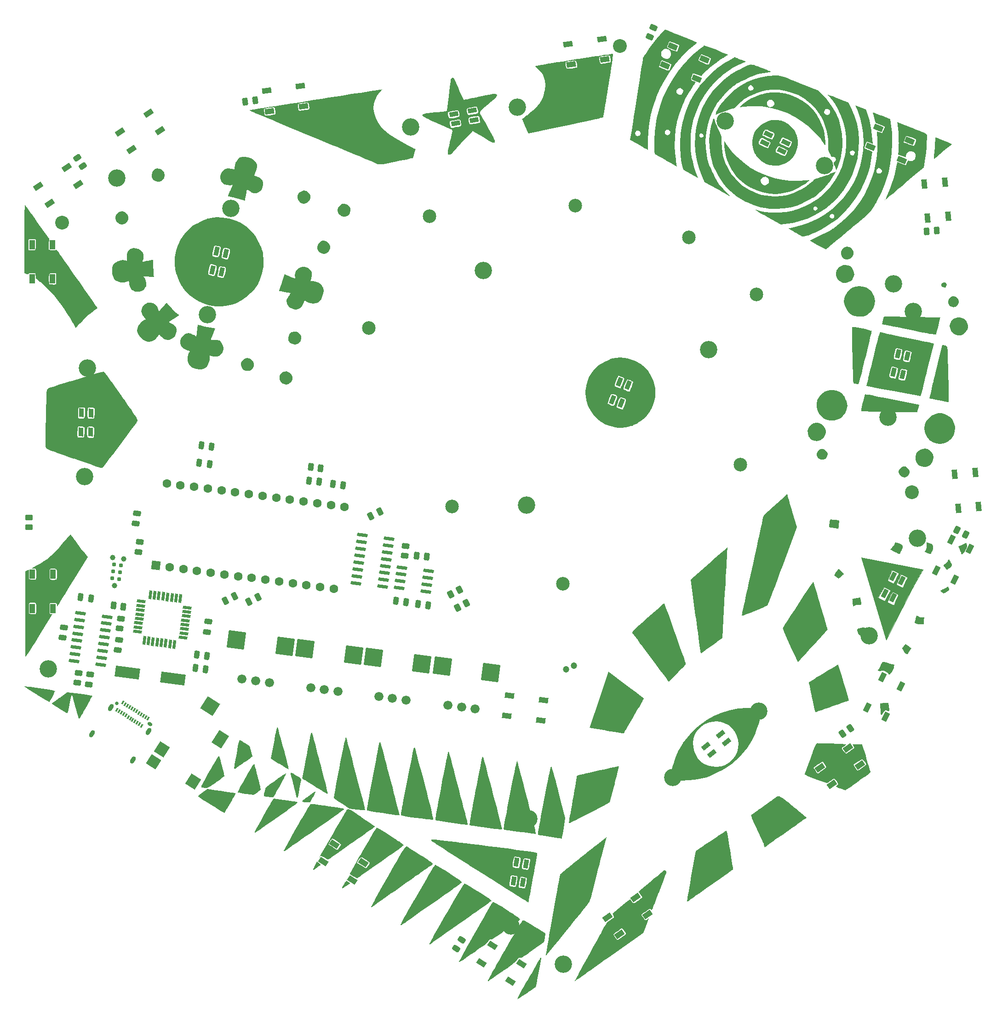
<source format=gbr>
%TF.GenerationSoftware,KiCad,Pcbnew,6.0.11-2627ca5db0~126~ubuntu22.04.1*%
%TF.CreationDate,2024-02-02T15:47:47+01:00*%
%TF.ProjectId,CrystalSequencer,43727973-7461-46c5-9365-7175656e6365,rev?*%
%TF.SameCoordinates,Original*%
%TF.FileFunction,Soldermask,Top*%
%TF.FilePolarity,Negative*%
%FSLAX46Y46*%
G04 Gerber Fmt 4.6, Leading zero omitted, Abs format (unit mm)*
G04 Created by KiCad (PCBNEW 6.0.11-2627ca5db0~126~ubuntu22.04.1) date 2024-02-02 15:47:47*
%MOMM*%
%LPD*%
G01*
G04 APERTURE LIST*
G04 Aperture macros list*
%AMRoundRect*
0 Rectangle with rounded corners*
0 $1 Rounding radius*
0 $2 $3 $4 $5 $6 $7 $8 $9 X,Y pos of 4 corners*
0 Add a 4 corners polygon primitive as box body*
4,1,4,$2,$3,$4,$5,$6,$7,$8,$9,$2,$3,0*
0 Add four circle primitives for the rounded corners*
1,1,$1+$1,$2,$3*
1,1,$1+$1,$4,$5*
1,1,$1+$1,$6,$7*
1,1,$1+$1,$8,$9*
0 Add four rect primitives between the rounded corners*
20,1,$1+$1,$2,$3,$4,$5,0*
20,1,$1+$1,$4,$5,$6,$7,0*
20,1,$1+$1,$6,$7,$8,$9,0*
20,1,$1+$1,$8,$9,$2,$3,0*%
%AMHorizOval*
0 Thick line with rounded ends*
0 $1 width*
0 $2 $3 position (X,Y) of the first rounded end (center of the circle)*
0 $4 $5 position (X,Y) of the second rounded end (center of the circle)*
0 Add line between two ends*
20,1,$1,$2,$3,$4,$5,0*
0 Add two circle primitives to create the rounded ends*
1,1,$1,$2,$3*
1,1,$1,$4,$5*%
%AMRotRect*
0 Rectangle, with rotation*
0 The origin of the aperture is its center*
0 $1 length*
0 $2 width*
0 $3 Rotation angle, in degrees counterclockwise*
0 Add horizontal line*
21,1,$1,$2,0,0,$3*%
G04 Aperture macros list end*
%ADD10C,0.120000*%
%ADD11RotRect,1.600000X0.850000X63.500000*%
%ADD12RoundRect,0.250000X0.520132X0.029477X0.230365X0.467267X-0.520132X-0.029477X-0.230365X-0.467267X0*%
%ADD13C,3.200000*%
%ADD14RoundRect,0.150000X-0.837521X-0.041033X0.798363X-0.256401X0.837521X0.041033X-0.798363X0.256401X0*%
%ADD15RoundRect,0.250000X0.435709X0.285594X-0.034131X0.519847X-0.435709X-0.285594X0.034131X-0.519847X0*%
%ADD16RoundRect,0.250000X0.411887X-0.318991X0.480413X0.201517X-0.411887X0.318991X-0.480413X-0.201517X0*%
%ADD17C,2.540000*%
%ADD18RotRect,1.700000X1.000000X35.000000*%
%ADD19C,2.500000*%
%ADD20C,1.200000*%
%ADD21RotRect,3.200000X3.200000X352.500000*%
%ADD22C,1.676400*%
%ADD23RoundRect,0.250000X-0.411887X0.318991X-0.480413X-0.201517X0.411887X-0.318991X0.480413X0.201517X0*%
%ADD24RoundRect,0.250000X-0.034131X-0.519847X0.435709X-0.285594X0.034131X0.519847X-0.435709X0.285594X0*%
%ADD25RotRect,1.600000X0.850000X77.500000*%
%ADD26C,0.990600*%
%ADD27C,0.787400*%
%ADD28R,1.000000X1.700000*%
%ADD29RoundRect,0.250000X0.309861X0.438305X-0.185861X0.503568X-0.309861X-0.438305X0.185861X-0.503568X0*%
%ADD30RoundRect,0.250000X0.238485X-0.463175X0.520567X-0.020395X-0.238485X0.463175X-0.520567X0.020395X0*%
%ADD31RoundRect,0.250000X0.438305X-0.309861X0.503568X0.185861X-0.438305X0.309861X-0.503568X-0.185861X0*%
%ADD32RoundRect,0.250000X-0.309861X-0.438305X0.185861X-0.503568X0.309861X0.438305X-0.185861X0.503568X0*%
%ADD33RotRect,1.700000X1.000000X33.500000*%
%ADD34RotRect,1.700000X1.000000X63.500000*%
%ADD35RotRect,1.600000X1.600000X82.500000*%
%ADD36HorizOval,1.600000X0.000000X0.000000X0.000000X0.000000X0*%
%ADD37RoundRect,0.250000X0.011790X0.536643X-0.435678X0.313544X-0.011790X-0.536643X0.435678X-0.313544X0*%
%ADD38RoundRect,0.250000X-0.011790X-0.536643X0.435678X-0.313544X0.011790X0.536643X-0.435678X0.313544X0*%
%ADD39RotRect,1.700000X1.000000X8.500000*%
%ADD40RoundRect,0.250000X0.043082X-0.519182X0.473137X-0.218055X-0.043082X0.519182X-0.473137X0.218055X0*%
%ADD41RotRect,1.700000X1.000000X327.500000*%
%ADD42RoundRect,0.250000X-0.438305X0.309861X-0.503568X-0.185861X0.438305X-0.309861X0.503568X0.185861X0*%
%ADD43RotRect,2.200000X2.100000X57.500000*%
%ADD44RotRect,2.700000X2.100000X57.500000*%
%ADD45RotRect,2.000000X2.100000X57.500000*%
%ADD46RotRect,2.600000X2.700000X57.500000*%
%ADD47RotRect,1.600000X0.850000X10.500000*%
%ADD48RotRect,1.700000X1.000000X337.500000*%
%ADD49RotRect,1.600000X0.550000X352.500000*%
%ADD50RotRect,1.600000X0.550000X82.500000*%
%ADD51RotRect,1.700000X1.000000X8.000000*%
%ADD52RoundRect,0.250000X-0.318991X-0.411887X0.201517X-0.480413X0.318991X0.411887X-0.201517X0.480413X0*%
%ADD53RotRect,1.600000X0.850000X88.500000*%
%ADD54RotRect,1.600000X0.850000X69.000000*%
%ADD55RotRect,1.700000X1.000000X95.500000*%
%ADD56RotRect,1.600000X0.850000X80.500000*%
%ADD57C,0.650000*%
%ADD58HorizOval,0.650000X0.126509X-0.080595X-0.126509X0.080595X0*%
%ADD59RotRect,0.300000X0.700000X327.500000*%
%ADD60HorizOval,0.800000X-0.161190X-0.253017X0.161190X0.253017X0*%
%ADD61RotRect,4.500000X2.000000X352.500000*%
%ADD62RoundRect,0.250000X0.218161X0.473088X-0.304422X0.422769X-0.218161X-0.473088X0.304422X-0.422769X0*%
%ADD63RoundRect,0.250000X0.318991X0.411887X-0.201517X0.480413X-0.318991X-0.411887X0.201517X-0.480413X0*%
%ADD64RotRect,1.600000X0.850000X76.500000*%
%ADD65RoundRect,0.250000X0.315291X-0.414726X0.516200X0.070311X-0.315291X0.414726X-0.516200X-0.070311X0*%
%ADD66RoundRect,0.250000X0.197317X0.482154X-0.322573X0.409088X-0.197317X-0.482154X0.322573X-0.409088X0*%
%ADD67RotRect,1.600000X0.850000X334.500000*%
%ADD68RotRect,1.700000X1.000000X352.500000*%
%ADD69RotRect,1.600000X0.850000X38.500000*%
%ADD70RoundRect,0.250000X0.450000X-0.262500X0.450000X0.262500X-0.450000X0.262500X-0.450000X-0.262500X0*%
G04 APERTURE END LIST*
%TO.C,G\u002A\u002A\u002A*%
G36*
X126319151Y-181742209D02*
G01*
X126562793Y-181301011D01*
X129023001Y-181301011D01*
X129055849Y-181404469D01*
X129163913Y-181594785D01*
X129316312Y-181826841D01*
X129482164Y-182055523D01*
X129630586Y-182235712D01*
X129717412Y-182315505D01*
X129828282Y-182301783D01*
X129968768Y-182219422D01*
X130124630Y-182104779D01*
X130371155Y-181928479D01*
X130659752Y-181725218D01*
X130712142Y-181688637D01*
X130979012Y-181494860D01*
X131187062Y-181329342D01*
X131300104Y-181221312D01*
X131309474Y-181206227D01*
X131280470Y-181097523D01*
X131170366Y-180896509D01*
X131002050Y-180644519D01*
X130986534Y-180623091D01*
X130781595Y-180357706D01*
X130639443Y-180217830D01*
X130537016Y-180183017D01*
X130502279Y-180193789D01*
X130338481Y-180292133D01*
X130099768Y-180454580D01*
X129821603Y-180654588D01*
X129539446Y-180865613D01*
X129288758Y-181061114D01*
X129105003Y-181214548D01*
X129023640Y-181299372D01*
X129023001Y-181301011D01*
X126562793Y-181301011D01*
X126672396Y-181102536D01*
X126987634Y-180532697D01*
X127256871Y-180047230D01*
X127472118Y-179660671D01*
X127625385Y-179387559D01*
X127708679Y-179242433D01*
X127720198Y-179224036D01*
X127831552Y-179115052D01*
X128040198Y-178945260D01*
X128303468Y-178749166D01*
X128336197Y-178725865D01*
X128691329Y-178474446D01*
X128927798Y-178299166D01*
X129063060Y-178175440D01*
X129114571Y-178078683D01*
X129099785Y-177984311D01*
X129036161Y-177867741D01*
X128994559Y-177798644D01*
X128813625Y-177493064D01*
X130406351Y-176150730D01*
X130955878Y-175691628D01*
X131387984Y-175340009D01*
X131710785Y-175089715D01*
X131932393Y-174934585D01*
X132060925Y-174868461D01*
X132095867Y-174868366D01*
X132197848Y-174970233D01*
X132346801Y-175160691D01*
X132425680Y-175273075D01*
X132573081Y-175475902D01*
X132679549Y-175559072D01*
X132791334Y-175548088D01*
X132864320Y-175514936D01*
X133027192Y-175419091D01*
X133265450Y-175262061D01*
X133542967Y-175069790D01*
X133823612Y-174868219D01*
X134071254Y-174683291D01*
X134249762Y-174540950D01*
X134322852Y-174467650D01*
X134286245Y-174375275D01*
X134171839Y-174189970D01*
X134016456Y-173968553D01*
X133842335Y-173728591D01*
X133710196Y-173539819D01*
X133652697Y-173449996D01*
X133697718Y-173367499D01*
X133850437Y-173211327D01*
X134082714Y-173008915D01*
X134209724Y-172906896D01*
X134439055Y-172723257D01*
X134772521Y-172450878D01*
X135185072Y-172110492D01*
X135651656Y-171722831D01*
X136147220Y-171308629D01*
X136554993Y-170965949D01*
X137019125Y-170575594D01*
X137441102Y-170222049D01*
X137803569Y-169919743D01*
X138089168Y-169683111D01*
X138280544Y-169526585D01*
X138360341Y-169464597D01*
X138360725Y-169464398D01*
X138459334Y-169491867D01*
X138618276Y-169595867D01*
X138618500Y-169596044D01*
X138732362Y-169700542D01*
X138768263Y-169809023D01*
X138730190Y-169977197D01*
X138659320Y-170166246D01*
X138593309Y-170336876D01*
X138474722Y-170645686D01*
X138311234Y-171072602D01*
X138110519Y-171597552D01*
X137880251Y-172200461D01*
X137628104Y-172861258D01*
X137361752Y-173559868D01*
X137318697Y-173672853D01*
X137056686Y-174358313D01*
X136812097Y-174994086D01*
X136591739Y-175562779D01*
X136402419Y-176047002D01*
X136250947Y-176429365D01*
X136144129Y-176692478D01*
X136088775Y-176818950D01*
X136083789Y-176827164D01*
X136009140Y-176811917D01*
X135948373Y-176726149D01*
X135873832Y-176623741D01*
X135768925Y-176591882D01*
X135609921Y-176638852D01*
X135373082Y-176772932D01*
X135034675Y-177002402D01*
X134916886Y-177086020D01*
X134619145Y-177297514D01*
X134373333Y-177469980D01*
X134211684Y-177580923D01*
X134166863Y-177609463D01*
X134177052Y-177688133D01*
X134262445Y-177859891D01*
X134396012Y-178082832D01*
X134550726Y-178315054D01*
X134699557Y-178514654D01*
X134815477Y-178639727D01*
X134843297Y-178658153D01*
X134995912Y-178646079D01*
X135226457Y-178530762D01*
X135257202Y-178510790D01*
X135442484Y-178403064D01*
X135518591Y-178395609D01*
X135515720Y-178420026D01*
X135472387Y-178533318D01*
X135379657Y-178774565D01*
X135249085Y-179113743D01*
X135092228Y-179520825D01*
X135000541Y-179758630D01*
X134526040Y-180989069D01*
X129001939Y-184899799D01*
X128116885Y-185526360D01*
X127254745Y-186136693D01*
X126428028Y-186721943D01*
X125649249Y-187273250D01*
X124930918Y-187781757D01*
X124285549Y-188238609D01*
X123725653Y-188634946D01*
X123263742Y-188961912D01*
X122912328Y-189210651D01*
X122683924Y-189372304D01*
X122652162Y-189394781D01*
X122337662Y-189612098D01*
X122083638Y-189777609D01*
X121915192Y-189875690D01*
X121857430Y-189890721D01*
X121857901Y-189889004D01*
X121904192Y-189798127D01*
X122024352Y-189573554D01*
X122210387Y-189229823D01*
X122454307Y-188781474D01*
X122748121Y-188243043D01*
X123083838Y-187629067D01*
X123453468Y-186954086D01*
X123849018Y-186232635D01*
X124262497Y-185479254D01*
X124685915Y-184708480D01*
X125111281Y-183934850D01*
X125530603Y-183172904D01*
X125538814Y-183157998D01*
X125935890Y-182437177D01*
X126319151Y-181742209D01*
G37*
G36*
X190819792Y-112269847D02*
G01*
X190927781Y-112445751D01*
X191065586Y-112703352D01*
X191091510Y-112754869D01*
X191234095Y-113051151D01*
X191305333Y-113243794D01*
X191313865Y-113378413D01*
X191268329Y-113500618D01*
X191241729Y-113548022D01*
X191090962Y-113725391D01*
X190857566Y-113919630D01*
X190727647Y-114006256D01*
X190345809Y-114237876D01*
X190116990Y-113902498D01*
X189922991Y-113612139D01*
X189822424Y-113425560D01*
X189812601Y-113307131D01*
X189890834Y-113221223D01*
X190054436Y-113132206D01*
X190058728Y-113130066D01*
X190315054Y-112952687D01*
X190502887Y-112686764D01*
X190543524Y-112604536D01*
X190653743Y-112383707D01*
X190738457Y-112239252D01*
X190763120Y-112211230D01*
X190819792Y-112269847D01*
G37*
G36*
X45416810Y-40371008D02*
G01*
X45770038Y-40516061D01*
X46065277Y-40758004D01*
X46271276Y-41082183D01*
X46356785Y-41473941D01*
X46353154Y-41616501D01*
X46239849Y-42053290D01*
X45997373Y-42402069D01*
X45650924Y-42639819D01*
X45225706Y-42743517D01*
X45116760Y-42745940D01*
X44766407Y-42669451D01*
X44425869Y-42478679D01*
X44148588Y-42212946D01*
X43989332Y-41916326D01*
X43959635Y-41554813D01*
X44038698Y-41159308D01*
X44206400Y-40805647D01*
X44321665Y-40663744D01*
X44661374Y-40430193D01*
X45036838Y-40337500D01*
X45416810Y-40371008D01*
G37*
G36*
X192864186Y-67708833D02*
G01*
X193364565Y-67869086D01*
X193647717Y-68040909D01*
X193916656Y-68329468D01*
X194118423Y-68723456D01*
X194237184Y-69166940D01*
X194257107Y-69603989D01*
X194183088Y-69932122D01*
X193969518Y-70302648D01*
X193667830Y-70631455D01*
X193323211Y-70878322D01*
X192980848Y-71003024D01*
X192979848Y-71003178D01*
X192412450Y-71019241D01*
X191912430Y-70890794D01*
X191495987Y-70625385D01*
X191179314Y-70230560D01*
X191132134Y-70142280D01*
X190955065Y-69666979D01*
X190925580Y-69220119D01*
X191031479Y-68777078D01*
X191232965Y-68368411D01*
X191517242Y-68069209D01*
X191851195Y-67865895D01*
X192350310Y-67706851D01*
X192864186Y-67708833D01*
G37*
G36*
X182776088Y-95200990D02*
G01*
X183133283Y-95383241D01*
X183374607Y-95658064D01*
X183494954Y-95989950D01*
X183489214Y-96343385D01*
X183352279Y-96682861D01*
X183079043Y-96972867D01*
X183035382Y-97003648D01*
X182811247Y-97119927D01*
X182606344Y-97174873D01*
X182226709Y-97119352D01*
X181897750Y-96927852D01*
X181652506Y-96632805D01*
X181524014Y-96266643D01*
X181512781Y-96101344D01*
X181595142Y-95756866D01*
X181805453Y-95467922D01*
X182104606Y-95262385D01*
X182453495Y-95168127D01*
X182776088Y-95200990D01*
G37*
G36*
X187210610Y-109310143D02*
G01*
X187511647Y-109414538D01*
X187691346Y-109504291D01*
X187791630Y-109609705D01*
X187854422Y-109761087D01*
X187860189Y-109779708D01*
X187876032Y-110004126D01*
X187831848Y-110306545D01*
X187743780Y-110634224D01*
X187627970Y-110934422D01*
X187500560Y-111154396D01*
X187415993Y-111231015D01*
X187276652Y-111232682D01*
X187037920Y-111174681D01*
X186774308Y-111078604D01*
X186259955Y-110862754D01*
X186459773Y-110607045D01*
X186576945Y-110403938D01*
X186637933Y-110141724D01*
X186654369Y-109768491D01*
X186654177Y-109739648D01*
X186648764Y-109127958D01*
X187210610Y-109310143D01*
G37*
G36*
X169464272Y-81114211D02*
G01*
X170063515Y-81240210D01*
X170623537Y-81462946D01*
X170927256Y-81646541D01*
X171122316Y-81797005D01*
X171273848Y-81949730D01*
X171412544Y-82146017D01*
X171569090Y-82427171D01*
X171702172Y-82689460D01*
X171920635Y-83170637D01*
X172042223Y-83573530D01*
X172072752Y-83954493D01*
X172018036Y-84369883D01*
X171916450Y-84766044D01*
X171664852Y-85345373D01*
X171280623Y-85855715D01*
X170792920Y-86272148D01*
X170230902Y-86569753D01*
X169626416Y-86723285D01*
X168958289Y-86738258D01*
X168345066Y-86606914D01*
X167815069Y-86362798D01*
X167264886Y-85958250D01*
X166843024Y-85461034D01*
X166554620Y-84894671D01*
X166404809Y-84282679D01*
X166398728Y-83648579D01*
X166541513Y-83015890D01*
X166838301Y-82408132D01*
X166923759Y-82281526D01*
X167374918Y-81782603D01*
X167919563Y-81405979D01*
X168527627Y-81169600D01*
X168896752Y-81103910D01*
X169464272Y-81114211D01*
G37*
G36*
X129980025Y-150452400D02*
G01*
X129931453Y-150679375D01*
X129853935Y-151014370D01*
X129753911Y-151429349D01*
X129672528Y-151758103D01*
X129552268Y-152241232D01*
X129441301Y-152691353D01*
X129348540Y-153071981D01*
X129282902Y-153346639D01*
X129260340Y-153444958D01*
X129216547Y-153629319D01*
X129138058Y-153945617D01*
X129032932Y-154361941D01*
X128909228Y-154846384D01*
X128775007Y-155367031D01*
X128770002Y-155386352D01*
X128352186Y-156998822D01*
X127156451Y-157652860D01*
X126779352Y-157855613D01*
X126280497Y-158118528D01*
X125689668Y-158426198D01*
X125036645Y-158763221D01*
X124351209Y-159114189D01*
X123663141Y-159463695D01*
X123366311Y-159613510D01*
X122647857Y-159974042D01*
X122067255Y-160262170D01*
X121612102Y-160483574D01*
X121269994Y-160643931D01*
X121028528Y-160748923D01*
X120875300Y-160804229D01*
X120797907Y-160815526D01*
X120782258Y-160796701D01*
X120798300Y-160691467D01*
X120840481Y-160435548D01*
X120906052Y-160045113D01*
X120992261Y-159536325D01*
X121096361Y-158925354D01*
X121215600Y-158228365D01*
X121347229Y-157461525D01*
X121488498Y-156641000D01*
X121533953Y-156377489D01*
X121677195Y-155547323D01*
X121811465Y-154768891D01*
X121934058Y-154057896D01*
X122042269Y-153430044D01*
X122133391Y-152901039D01*
X122204718Y-152486585D01*
X122253546Y-152202388D01*
X122277167Y-152064152D01*
X122278971Y-152053237D01*
X122359520Y-152027781D01*
X122585752Y-151971370D01*
X122937852Y-151888349D01*
X123396003Y-151783063D01*
X123940388Y-151659860D01*
X124551193Y-151523084D01*
X125208599Y-151377082D01*
X125892792Y-151226198D01*
X126583955Y-151074779D01*
X127262270Y-150927170D01*
X127907924Y-150787718D01*
X128501098Y-150660768D01*
X129021978Y-150550666D01*
X129450745Y-150461757D01*
X129767585Y-150398388D01*
X129952681Y-150364903D01*
X129993217Y-150361479D01*
X129980025Y-150452400D01*
G37*
G36*
X162366381Y-52066301D02*
G01*
X161999352Y-51853129D01*
X161672700Y-51659521D01*
X161414078Y-51501387D01*
X161251140Y-51394637D01*
X161209226Y-51355612D01*
X161316521Y-51326580D01*
X161543524Y-51277855D01*
X161843238Y-51219466D01*
X161874858Y-51213581D01*
X163476408Y-50832342D01*
X165024443Y-50294856D01*
X166506440Y-49607658D01*
X167256272Y-49164005D01*
X168806177Y-49164005D01*
X168907711Y-49373737D01*
X169041034Y-49480982D01*
X169296910Y-49550238D01*
X169519200Y-49467737D01*
X169665759Y-49250835D01*
X169675400Y-49219689D01*
X169669379Y-48980726D01*
X169542973Y-48785035D01*
X169337967Y-48684891D01*
X169246378Y-48682951D01*
X168987047Y-48773784D01*
X168836468Y-48949078D01*
X168806177Y-49164005D01*
X167256272Y-49164005D01*
X167909878Y-48777286D01*
X169222233Y-47810274D01*
X170357765Y-46786353D01*
X171426316Y-45609439D01*
X172364650Y-44337052D01*
X173168965Y-42982810D01*
X173835463Y-41560331D01*
X174360343Y-40083232D01*
X174739808Y-38565130D01*
X174970058Y-37019645D01*
X175047294Y-35460392D01*
X174967717Y-33900991D01*
X174727528Y-32355059D01*
X174570709Y-31685419D01*
X174436495Y-31202796D01*
X174274573Y-30674954D01*
X174100215Y-30147124D01*
X173928693Y-29664538D01*
X173775280Y-29272425D01*
X173695783Y-29094231D01*
X173511304Y-28713177D01*
X175475518Y-29436773D01*
X175656985Y-29913937D01*
X175900010Y-30642648D01*
X176126768Y-31492796D01*
X176327735Y-32416616D01*
X176493385Y-33366344D01*
X176614194Y-34294218D01*
X176673447Y-35011069D01*
X176717572Y-35787686D01*
X176247124Y-35588216D01*
X175982880Y-35488908D01*
X175776694Y-35434516D01*
X175688101Y-35433517D01*
X175596771Y-35541883D01*
X175485049Y-35755897D01*
X175374138Y-36021251D01*
X175285243Y-36283640D01*
X175239566Y-36488757D01*
X175244683Y-36569222D01*
X175345462Y-36652384D01*
X175563756Y-36773416D01*
X175858644Y-36910417D01*
X175967424Y-36956065D01*
X176632799Y-37227850D01*
X176587104Y-37749620D01*
X176444163Y-38832859D01*
X176205734Y-39985425D01*
X175887059Y-41148537D01*
X175503381Y-42263411D01*
X175265969Y-42844394D01*
X174483545Y-44439531D01*
X173576393Y-45920808D01*
X172546286Y-47286356D01*
X171395001Y-48534310D01*
X170124312Y-49662802D01*
X168735995Y-50669967D01*
X167231821Y-51553938D01*
X166753850Y-51796985D01*
X166254782Y-52035026D01*
X165745907Y-52265455D01*
X165272060Y-52468797D01*
X164878071Y-52625579D01*
X164704036Y-52687432D01*
X164365615Y-52787893D01*
X164076265Y-52853645D01*
X163881565Y-52875126D01*
X163839297Y-52868772D01*
X163685191Y-52796430D01*
X163433192Y-52664101D01*
X163110955Y-52487698D01*
X162899683Y-52369229D01*
X162746133Y-52283127D01*
X162366381Y-52066301D01*
G37*
G36*
X112424678Y-178705273D02*
G01*
X112556624Y-178742486D01*
X112740909Y-178822879D01*
X112992275Y-178954623D01*
X113325459Y-179145882D01*
X113755202Y-179404824D01*
X114296242Y-179739616D01*
X114963320Y-180158423D01*
X115009965Y-180187848D01*
X116500512Y-181128297D01*
X116345656Y-181931177D01*
X116190801Y-182734056D01*
X114266616Y-184092779D01*
X113642468Y-184532934D01*
X113141098Y-184884126D01*
X112747234Y-185155453D01*
X112445607Y-185356015D01*
X112220945Y-185494914D01*
X112057980Y-185581247D01*
X111941439Y-185624118D01*
X111856055Y-185632624D01*
X111786554Y-185615866D01*
X111743711Y-185596263D01*
X111650081Y-185562920D01*
X111564245Y-185587684D01*
X111454531Y-185695071D01*
X111289266Y-185909597D01*
X111224218Y-185998377D01*
X111128774Y-186122360D01*
X111019233Y-186247151D01*
X110883913Y-186381498D01*
X110711125Y-186534151D01*
X110489186Y-186713858D01*
X110206406Y-186929367D01*
X109851103Y-187189428D01*
X109411587Y-187502790D01*
X108876175Y-187878200D01*
X108233180Y-188324408D01*
X107470916Y-188850164D01*
X106784839Y-189321925D01*
X106423545Y-189569853D01*
X106178048Y-189735491D01*
X106024355Y-189832107D01*
X105938470Y-189872973D01*
X105896401Y-189871356D01*
X105874153Y-189840528D01*
X105868364Y-189828783D01*
X105903512Y-189745220D01*
X106016751Y-189526468D01*
X106201634Y-189184064D01*
X106451717Y-188729541D01*
X106760554Y-188174435D01*
X107121701Y-187530280D01*
X107528709Y-186808611D01*
X107975136Y-186020962D01*
X108454535Y-185178869D01*
X108960462Y-184293867D01*
X108989434Y-184243294D01*
X109607853Y-183165503D01*
X110148306Y-182227173D01*
X110615733Y-181420118D01*
X111015071Y-180736147D01*
X111351259Y-180167072D01*
X111629235Y-179704703D01*
X111853936Y-179340852D01*
X112030302Y-179067330D01*
X112163271Y-178875947D01*
X112257779Y-178758516D01*
X112318766Y-178706846D01*
X112330332Y-178703075D01*
X112424678Y-178705273D01*
G37*
G36*
X55794687Y-154761410D02*
G01*
X56736997Y-154892387D01*
X57520541Y-155003873D01*
X58154581Y-155097336D01*
X58648384Y-155174247D01*
X59011212Y-155236077D01*
X59252330Y-155284294D01*
X59381002Y-155320368D01*
X59406131Y-155334375D01*
X59378798Y-155416812D01*
X59279328Y-155620454D01*
X59121635Y-155920670D01*
X58919636Y-156292827D01*
X58687249Y-156712295D01*
X58438388Y-157154439D01*
X58186970Y-157594631D01*
X57946913Y-158008237D01*
X57732132Y-158370627D01*
X57556543Y-158657167D01*
X57434064Y-158843227D01*
X57396270Y-158891779D01*
X57300252Y-158873089D01*
X57066909Y-158759839D01*
X56698497Y-158553339D01*
X56197272Y-158254894D01*
X55565492Y-157865813D01*
X54874051Y-157430937D01*
X54299357Y-157065320D01*
X53773556Y-156728215D01*
X53312962Y-156430281D01*
X52933885Y-156182178D01*
X52652640Y-155994569D01*
X52485537Y-155878112D01*
X52444951Y-155843454D01*
X52515097Y-155782416D01*
X52697401Y-155643766D01*
X52965408Y-155447151D01*
X53292661Y-155212219D01*
X53345014Y-155175037D01*
X54231882Y-154546057D01*
X55794687Y-154761410D01*
G37*
G36*
X79763117Y-144960739D02*
G01*
X79793734Y-145043777D01*
X79862980Y-145276848D01*
X79967164Y-145646025D01*
X80102596Y-146137382D01*
X80265582Y-146736990D01*
X80452431Y-147430925D01*
X80659451Y-148205258D01*
X80882950Y-149046063D01*
X81119237Y-149939414D01*
X81364620Y-150871383D01*
X81615407Y-151828044D01*
X81867907Y-152795470D01*
X82118426Y-153759735D01*
X82363276Y-154706911D01*
X82598762Y-155623073D01*
X82821193Y-156494293D01*
X82837922Y-156560092D01*
X82989135Y-157155804D01*
X83102739Y-157607852D01*
X83182850Y-157936687D01*
X83233583Y-158162756D01*
X83259061Y-158306508D01*
X83263397Y-158388391D01*
X83250710Y-158428856D01*
X83225118Y-158448349D01*
X83218782Y-158451547D01*
X83115359Y-158452714D01*
X82873928Y-158433766D01*
X82524233Y-158397681D01*
X82096017Y-158347437D01*
X81784072Y-158307870D01*
X80418592Y-158129676D01*
X79024364Y-157235506D01*
X78588957Y-156951469D01*
X78201793Y-156689813D01*
X77886161Y-156467017D01*
X77665351Y-156299561D01*
X77562653Y-156203923D01*
X77559949Y-156199301D01*
X77550608Y-156139603D01*
X77555614Y-156019201D01*
X77576577Y-155829145D01*
X77615111Y-155560482D01*
X77672828Y-155204260D01*
X77751339Y-154751526D01*
X77852256Y-154193329D01*
X77977192Y-153520716D01*
X78127759Y-152724736D01*
X78305567Y-151796436D01*
X78512232Y-150726864D01*
X78749362Y-149507068D01*
X78952336Y-148466948D01*
X79131968Y-147555231D01*
X79284293Y-146799731D01*
X79411734Y-146189963D01*
X79516717Y-145715443D01*
X79601666Y-145365684D01*
X79669006Y-145130203D01*
X79721161Y-144998513D01*
X79760556Y-144960131D01*
X79763117Y-144960739D01*
G37*
G36*
X67134648Y-143134243D02*
G01*
X67166620Y-143216733D01*
X67236261Y-143443675D01*
X67338336Y-143795715D01*
X67467609Y-144253496D01*
X67618846Y-144797662D01*
X67786812Y-145408859D01*
X67966271Y-146067731D01*
X68151989Y-146754921D01*
X68338731Y-147451077D01*
X68521262Y-148136839D01*
X68694346Y-148792854D01*
X68852749Y-149399766D01*
X68991236Y-149938221D01*
X69104573Y-150388860D01*
X69173359Y-150672060D01*
X69189098Y-150835231D01*
X69118796Y-150882001D01*
X68944381Y-150816023D01*
X68816424Y-150744228D01*
X68650597Y-150643723D01*
X68371026Y-150471542D01*
X68007367Y-150246063D01*
X67589278Y-149985670D01*
X67219710Y-149754653D01*
X65913331Y-148936637D01*
X66392877Y-146392649D01*
X66565985Y-145485990D01*
X66713608Y-144738926D01*
X66837462Y-144143919D01*
X66939265Y-143693428D01*
X67020731Y-143379915D01*
X67083576Y-143195841D01*
X67129519Y-143133666D01*
X67134648Y-143134243D01*
G37*
G36*
X49765575Y-62322576D02*
G01*
X49662204Y-62159517D01*
X49429500Y-61792448D01*
X49099402Y-61161247D01*
X48910044Y-60734426D01*
X48798095Y-60482089D01*
X48548395Y-59808089D01*
X48529589Y-59742028D01*
X54374477Y-59742028D01*
X54380088Y-59807267D01*
X54488437Y-59884253D01*
X54706552Y-59964946D01*
X54975815Y-60035109D01*
X55237612Y-60080507D01*
X55433327Y-60086901D01*
X55481302Y-60074733D01*
X55508080Y-60036890D01*
X56096023Y-60036890D01*
X56096752Y-60167106D01*
X56151862Y-60251244D01*
X56298581Y-60317458D01*
X56564991Y-60391539D01*
X56854067Y-60447538D01*
X57094100Y-60461212D01*
X57204270Y-60440349D01*
X57302469Y-60310010D01*
X57407956Y-60022941D01*
X57516376Y-59591345D01*
X57529887Y-59527987D01*
X57599130Y-59165423D01*
X57644810Y-58860554D01*
X57661530Y-58653961D01*
X57654416Y-58591806D01*
X57551497Y-58527201D01*
X57337029Y-58455290D01*
X57067610Y-58388771D01*
X56799840Y-58340345D01*
X56590315Y-58322711D01*
X56509676Y-58334943D01*
X56460392Y-58428842D01*
X56390485Y-58646846D01*
X56310255Y-58946574D01*
X56230004Y-59285647D01*
X56160032Y-59621683D01*
X56110639Y-59912301D01*
X56096023Y-60036890D01*
X55508080Y-60036890D01*
X55555393Y-59970025D01*
X55649717Y-59738138D01*
X55750020Y-59417681D01*
X55811817Y-59179567D01*
X55890912Y-58816369D01*
X55943508Y-58507901D01*
X55963364Y-58295376D01*
X55955860Y-58228428D01*
X55851459Y-58157010D01*
X55635522Y-58079066D01*
X55364660Y-58008074D01*
X55095487Y-57957524D01*
X54884612Y-57940897D01*
X54805913Y-57954523D01*
X54754665Y-58049810D01*
X54683669Y-58269318D01*
X54602696Y-58570529D01*
X54521518Y-58910924D01*
X54449906Y-59247985D01*
X54397636Y-59539193D01*
X54374477Y-59742028D01*
X48529589Y-59742028D01*
X48518562Y-59703290D01*
X48373117Y-59192361D01*
X48330060Y-58980649D01*
X48206703Y-57797752D01*
X48245068Y-56715237D01*
X56837978Y-56715237D01*
X56844835Y-56778285D01*
X56953827Y-56854652D01*
X57172397Y-56935275D01*
X57441819Y-57005794D01*
X57703363Y-57051846D01*
X57898302Y-57059069D01*
X57945422Y-57047433D01*
X58019869Y-56943006D01*
X58114448Y-56711118D01*
X58214960Y-56390122D01*
X58276420Y-56153237D01*
X58355299Y-55789317D01*
X58407211Y-55479349D01*
X58426019Y-55264859D01*
X58417754Y-55196663D01*
X58309579Y-55118361D01*
X58090725Y-55036140D01*
X57818887Y-54964056D01*
X57551765Y-54916160D01*
X57347053Y-54906507D01*
X57285279Y-54920831D01*
X57229897Y-55018098D01*
X57154830Y-55239433D01*
X57070185Y-55542210D01*
X56986070Y-55883803D01*
X56912593Y-56221588D01*
X56859859Y-56512941D01*
X56837978Y-56715237D01*
X48245068Y-56715237D01*
X48247988Y-56632860D01*
X48299990Y-56340017D01*
X55134251Y-56340017D01*
X55141631Y-56401149D01*
X55249257Y-56477133D01*
X55466566Y-56557524D01*
X55734950Y-56627972D01*
X55995803Y-56674125D01*
X56190518Y-56681631D01*
X56238574Y-56669761D01*
X56310392Y-56566068D01*
X56402746Y-56334667D01*
X56501866Y-56013674D01*
X56566497Y-55762023D01*
X56645490Y-55396631D01*
X56698409Y-55086940D01*
X56719136Y-54873323D01*
X56711710Y-54803516D01*
X56603254Y-54729378D01*
X56384080Y-54651557D01*
X56111950Y-54583320D01*
X55844631Y-54537930D01*
X55639886Y-54528654D01*
X55576618Y-54542853D01*
X55520281Y-54640854D01*
X55444992Y-54862970D01*
X55360749Y-55166482D01*
X55277552Y-55508665D01*
X55205404Y-55846797D01*
X55154303Y-56138155D01*
X55134251Y-56340017D01*
X48299990Y-56340017D01*
X48449293Y-55499230D01*
X48805994Y-54410115D01*
X49313467Y-53378771D01*
X49967089Y-52418454D01*
X50762236Y-51542419D01*
X51001874Y-51320916D01*
X51247467Y-51111110D01*
X51487392Y-50930495D01*
X51757572Y-50756728D01*
X52093934Y-50567468D01*
X52532404Y-50340372D01*
X52771142Y-50220609D01*
X53270820Y-49975583D01*
X53661080Y-49796251D01*
X53981257Y-49667399D01*
X54270688Y-49573812D01*
X54568708Y-49500278D01*
X54708986Y-49471095D01*
X55893019Y-49317437D01*
X57060294Y-49329178D01*
X58199121Y-49502463D01*
X59297821Y-49833433D01*
X60344707Y-50318230D01*
X61328093Y-50953000D01*
X62236298Y-51733883D01*
X62551949Y-52060167D01*
X62738754Y-52270641D01*
X62898826Y-52474351D01*
X63051461Y-52702719D01*
X63215955Y-52987167D01*
X63411602Y-53359116D01*
X63657699Y-53849988D01*
X63685335Y-53905832D01*
X63928347Y-54401542D01*
X64107222Y-54781900D01*
X64235132Y-55082212D01*
X64325244Y-55337785D01*
X64390728Y-55583923D01*
X64444751Y-55855934D01*
X64471913Y-56014674D01*
X64590869Y-57212844D01*
X64549046Y-58390449D01*
X64348855Y-59533413D01*
X63992705Y-60627658D01*
X63515439Y-61603462D01*
X62925572Y-62473127D01*
X62206005Y-63281100D01*
X61385850Y-64003030D01*
X60494210Y-64614562D01*
X59560196Y-65091343D01*
X59162365Y-65245519D01*
X58054142Y-65547709D01*
X56930373Y-65690444D01*
X55807618Y-65678874D01*
X54702439Y-65518150D01*
X53631395Y-65213424D01*
X52611048Y-64769846D01*
X51657959Y-64192568D01*
X50788686Y-63486742D01*
X50361855Y-63026420D01*
X50019793Y-62657518D01*
X49765575Y-62322576D01*
G37*
G36*
X172347126Y-54749113D02*
G01*
X172684896Y-54896032D01*
X172971982Y-55170307D01*
X173083147Y-55349797D01*
X173210242Y-55756016D01*
X173191634Y-56154404D01*
X173046839Y-56515016D01*
X172795373Y-56807909D01*
X172456752Y-57003140D01*
X172050493Y-57070766D01*
X171964285Y-57066467D01*
X171520812Y-56958025D01*
X171186586Y-56723816D01*
X170972144Y-56374046D01*
X170895186Y-56031422D01*
X170922416Y-55605697D01*
X171074577Y-55252617D01*
X171322397Y-54981300D01*
X171636608Y-54800864D01*
X171987941Y-54720429D01*
X172347126Y-54749113D01*
G37*
G36*
X77867146Y-161835806D02*
G01*
X78290216Y-161102589D01*
X78683804Y-160425322D01*
X79039907Y-159817548D01*
X79350518Y-159292809D01*
X79607633Y-158864649D01*
X79803248Y-158546610D01*
X79929357Y-158352236D01*
X79973421Y-158295825D01*
X80169883Y-158247250D01*
X80463112Y-158329282D01*
X80855593Y-158542960D01*
X81300423Y-158852188D01*
X81544954Y-159027463D01*
X81896796Y-159269722D01*
X82320426Y-159554994D01*
X82780324Y-159859306D01*
X83137206Y-160091773D01*
X83779537Y-160509701D01*
X84284598Y-160844542D01*
X84659676Y-161101399D01*
X84912059Y-161285373D01*
X85049035Y-161401567D01*
X85079923Y-161451720D01*
X85009107Y-161509621D01*
X84813841Y-161654085D01*
X84508643Y-161874907D01*
X84108025Y-162161888D01*
X83626502Y-162504826D01*
X83078588Y-162893518D01*
X82478798Y-163317763D01*
X81841647Y-163767359D01*
X81181648Y-164232103D01*
X80513315Y-164701797D01*
X79851164Y-165166235D01*
X79209709Y-165615217D01*
X78603465Y-166038542D01*
X78046945Y-166426007D01*
X77554663Y-166767411D01*
X77141136Y-167052551D01*
X76820876Y-167271227D01*
X76608398Y-167413236D01*
X76522521Y-167466476D01*
X76369021Y-167483081D01*
X76150668Y-167395200D01*
X75938117Y-167262533D01*
X75663190Y-167090229D01*
X75403050Y-166950589D01*
X75270411Y-166894272D01*
X75023231Y-166811566D01*
X76131815Y-164870970D01*
X76248902Y-164666008D01*
X76542904Y-164666008D01*
X76619220Y-164758130D01*
X76827125Y-164921397D01*
X77150323Y-165144478D01*
X77572512Y-165416041D01*
X77991934Y-165673453D01*
X78188758Y-165792012D01*
X78523498Y-165313819D01*
X78690759Y-165058581D01*
X78807855Y-164848570D01*
X78849511Y-164729135D01*
X78849496Y-164728953D01*
X78779556Y-164644600D01*
X78600565Y-164498401D01*
X78347552Y-164313691D01*
X78055547Y-164113809D01*
X77759575Y-163922090D01*
X77494667Y-163761872D01*
X77295849Y-163656491D01*
X77198574Y-163629062D01*
X77106495Y-163722632D01*
X76966817Y-163913107D01*
X76810219Y-164151973D01*
X76667376Y-164390714D01*
X76568965Y-164580815D01*
X76542904Y-164666008D01*
X76248902Y-164666008D01*
X77422599Y-162611430D01*
X77867146Y-161835806D01*
G37*
G36*
X65190354Y-31003650D02*
G01*
X64416240Y-30680685D01*
X64186491Y-30584833D01*
X63256882Y-30196802D01*
X63249157Y-30193576D01*
X62821503Y-30012775D01*
X62455560Y-29853781D01*
X62176913Y-29728059D01*
X62011142Y-29647074D01*
X61975996Y-29623015D01*
X62058863Y-29595557D01*
X62268374Y-29553381D01*
X62563376Y-29504536D01*
X62641786Y-29492795D01*
X64649226Y-29492795D01*
X64670917Y-29728014D01*
X64706055Y-30000420D01*
X64758090Y-30307712D01*
X64812224Y-30483254D01*
X64882501Y-30564207D01*
X64925122Y-30580153D01*
X65092618Y-30586974D01*
X65372153Y-30567588D01*
X65713845Y-30528912D01*
X66067811Y-30477864D01*
X66384170Y-30421359D01*
X66613039Y-30366312D01*
X66689932Y-30335446D01*
X66773798Y-30201941D01*
X66785754Y-29940675D01*
X66772010Y-29803207D01*
X66727057Y-29475723D01*
X66669841Y-29257525D01*
X66570469Y-29131886D01*
X66399055Y-29082084D01*
X66125707Y-29091394D01*
X65720537Y-29143094D01*
X65617961Y-29157482D01*
X65238946Y-29217198D01*
X64928104Y-29278562D01*
X64720023Y-29333920D01*
X64649289Y-29371896D01*
X64649226Y-29492795D01*
X62641786Y-29492795D01*
X62642100Y-29492748D01*
X62830778Y-29464064D01*
X63172090Y-29411094D01*
X63651434Y-29336138D01*
X64254214Y-29241499D01*
X64965826Y-29129476D01*
X65771673Y-29002372D01*
X66657154Y-28862485D01*
X67607669Y-28712118D01*
X68608620Y-28553570D01*
X68694047Y-28540022D01*
X70895755Y-28540022D01*
X70897531Y-28751498D01*
X70926824Y-29022058D01*
X70975652Y-29299420D01*
X71036032Y-29531297D01*
X71099981Y-29665406D01*
X71118626Y-29678743D01*
X71256695Y-29685357D01*
X71513473Y-29667442D01*
X71841185Y-29631386D01*
X72192054Y-29583578D01*
X72518304Y-29530407D01*
X72772158Y-29478259D01*
X72890471Y-29441819D01*
X72977586Y-29372451D01*
X73013694Y-29242275D01*
X73004026Y-29011742D01*
X72976260Y-28793467D01*
X72923744Y-28498054D01*
X72864307Y-28273778D01*
X72810873Y-28169267D01*
X72702916Y-28163714D01*
X72471639Y-28182413D01*
X72160287Y-28219142D01*
X71812110Y-28267681D01*
X71470354Y-28321807D01*
X71178265Y-28375299D01*
X70979094Y-28421937D01*
X70929480Y-28439918D01*
X70895755Y-28540022D01*
X68694047Y-28540022D01*
X69645405Y-28389145D01*
X69696650Y-28381012D01*
X71105172Y-28157727D01*
X72510245Y-27935463D01*
X73901881Y-27715776D01*
X75270094Y-27500221D01*
X76604900Y-27290353D01*
X77896310Y-27087727D01*
X79134339Y-26893897D01*
X80309002Y-26710418D01*
X81410312Y-26538844D01*
X82428282Y-26380732D01*
X83352926Y-26237636D01*
X84174261Y-26111110D01*
X84882296Y-26002710D01*
X85467049Y-25913990D01*
X85918531Y-25846506D01*
X86226757Y-25801812D01*
X86381742Y-25781462D01*
X86398608Y-25780492D01*
X86365836Y-25844401D01*
X86243788Y-26001344D01*
X86057508Y-26219436D01*
X86025153Y-26255926D01*
X85509714Y-26938264D01*
X85129690Y-27667158D01*
X84894916Y-28417977D01*
X84815229Y-29166093D01*
X84817385Y-29280012D01*
X84931869Y-30147274D01*
X85205419Y-31005056D01*
X85627946Y-31836033D01*
X86189366Y-32622883D01*
X86879590Y-33348281D01*
X87471450Y-33838392D01*
X87821664Y-34085026D01*
X88276005Y-34382398D01*
X88806654Y-34714348D01*
X89385797Y-35064714D01*
X89985614Y-35417335D01*
X90578289Y-35756050D01*
X91136006Y-36064697D01*
X91630947Y-36327116D01*
X92035295Y-36527145D01*
X92286484Y-36635853D01*
X92575440Y-36745739D01*
X92375430Y-37554090D01*
X92282897Y-37901516D01*
X92195884Y-38181708D01*
X92126682Y-38357301D01*
X92098160Y-38397227D01*
X92000065Y-38421652D01*
X91755151Y-38475754D01*
X91382539Y-38555502D01*
X90901358Y-38656867D01*
X90330728Y-38775819D01*
X89689777Y-38908330D01*
X89024105Y-39044952D01*
X88199122Y-39212160D01*
X87524137Y-39345176D01*
X86983824Y-39446455D01*
X86562858Y-39518448D01*
X86245915Y-39563607D01*
X86017670Y-39584385D01*
X85862799Y-39583234D01*
X85772807Y-39565231D01*
X85671464Y-39524303D01*
X85423842Y-39422403D01*
X85039967Y-39263704D01*
X84529863Y-39052375D01*
X83903553Y-38792588D01*
X83171062Y-38488514D01*
X82342415Y-38144323D01*
X81427635Y-37764185D01*
X80436747Y-37352273D01*
X79379774Y-36912757D01*
X78266742Y-36449809D01*
X77107674Y-35967597D01*
X75912595Y-35470294D01*
X74691528Y-34962071D01*
X73454498Y-34447097D01*
X72211529Y-33929545D01*
X70972645Y-33413586D01*
X69747871Y-32903390D01*
X68547231Y-32403127D01*
X67380749Y-31916968D01*
X66946853Y-31736079D01*
X66258448Y-31449086D01*
X65190354Y-31003650D01*
G37*
G36*
X20579083Y-135620366D02*
G01*
X20825927Y-135645217D01*
X21191166Y-135690589D01*
X21650875Y-135752816D01*
X22181128Y-135828227D01*
X22757999Y-135913157D01*
X23357563Y-136003935D01*
X23955892Y-136096896D01*
X24529061Y-136188370D01*
X25053142Y-136274691D01*
X25504212Y-136352189D01*
X25858343Y-136417198D01*
X26091608Y-136466047D01*
X26179597Y-136494303D01*
X26159142Y-136585344D01*
X26072355Y-136789107D01*
X25937166Y-137071432D01*
X25771504Y-137398159D01*
X25593296Y-137735129D01*
X25420473Y-138048184D01*
X25270962Y-138303163D01*
X25162693Y-138465907D01*
X25123942Y-138505602D01*
X25045204Y-138467437D01*
X24839609Y-138350721D01*
X24524457Y-138165747D01*
X24117048Y-137922805D01*
X23634683Y-137632185D01*
X23094661Y-137304178D01*
X22743848Y-137089839D01*
X22181852Y-136743341D01*
X21672657Y-136424801D01*
X21232628Y-136144821D01*
X20878126Y-135913999D01*
X20625515Y-135742937D01*
X20491154Y-135642235D01*
X20474563Y-135619704D01*
X20579083Y-135620366D01*
G37*
G36*
X61933266Y-75255224D02*
G01*
X62303878Y-75433026D01*
X62599949Y-75745018D01*
X62679474Y-75883027D01*
X62807278Y-76301952D01*
X62788179Y-76710280D01*
X62638194Y-77076459D01*
X62373336Y-77368938D01*
X62009624Y-77556166D01*
X61808491Y-77598906D01*
X61348002Y-77594621D01*
X60977618Y-77448986D01*
X60685075Y-77155541D01*
X60558665Y-76940423D01*
X60427773Y-76510490D01*
X60456346Y-76096845D01*
X60634916Y-75727378D01*
X60954012Y-75429980D01*
X61099760Y-75346774D01*
X61520948Y-75222758D01*
X61933266Y-75255224D01*
G37*
G36*
X167637437Y-91970735D02*
G01*
X167965032Y-92110319D01*
X168237885Y-92375165D01*
X168330045Y-92529124D01*
X168430625Y-92894824D01*
X168386901Y-93246458D01*
X168223132Y-93553825D01*
X167963578Y-93786727D01*
X167632495Y-93914960D01*
X167254144Y-93908325D01*
X167227126Y-93902178D01*
X166853456Y-93736731D01*
X166589411Y-93465594D01*
X166453268Y-93120510D01*
X166463302Y-92733225D01*
X166492951Y-92627015D01*
X166682857Y-92284554D01*
X166960684Y-92059753D01*
X167290766Y-91954513D01*
X167637437Y-91970735D01*
G37*
G36*
X179051542Y-46102114D02*
G01*
X179032546Y-46158888D01*
X178975772Y-46139892D01*
X178994768Y-46083117D01*
X179051542Y-46102114D01*
G37*
G36*
X166692032Y-87150981D02*
G01*
X167163257Y-87312065D01*
X167279895Y-87377032D01*
X167653416Y-87692817D01*
X167934664Y-88111074D01*
X168088803Y-88577131D01*
X168100711Y-88665263D01*
X168079572Y-89006918D01*
X167974000Y-89395203D01*
X167810140Y-89748504D01*
X167706331Y-89896354D01*
X167433847Y-90131145D01*
X167072094Y-90332669D01*
X166697736Y-90462870D01*
X166509479Y-90490519D01*
X165988499Y-90434938D01*
X165528008Y-90227569D01*
X165149897Y-89881502D01*
X164940218Y-89552318D01*
X164777621Y-89065757D01*
X164763769Y-88595516D01*
X164878801Y-88160066D01*
X165102854Y-87777871D01*
X165416066Y-87467398D01*
X165798575Y-87247114D01*
X166230517Y-87135487D01*
X166692032Y-87150981D01*
G37*
G36*
X131218376Y-135304924D02*
G01*
X131863747Y-135784767D01*
X132470764Y-136237076D01*
X133025168Y-136651156D01*
X133512707Y-137016315D01*
X133919121Y-137321859D01*
X134230155Y-137557095D01*
X134431551Y-137711330D01*
X134505979Y-137770838D01*
X134550138Y-137827280D01*
X134561142Y-137905644D01*
X134529754Y-138026278D01*
X134446740Y-138209532D01*
X134302870Y-138475756D01*
X134088907Y-138845301D01*
X133795620Y-139338515D01*
X133791603Y-139345232D01*
X133520286Y-139799704D01*
X133273808Y-140214215D01*
X133067344Y-140563111D01*
X132916073Y-140820737D01*
X132835172Y-140961435D01*
X132831456Y-140968237D01*
X132712270Y-141183467D01*
X132537167Y-141492451D01*
X132321049Y-141869607D01*
X132078814Y-142289350D01*
X131825363Y-142726099D01*
X131575597Y-143154270D01*
X131344417Y-143548278D01*
X131146722Y-143882540D01*
X130997413Y-144131475D01*
X130911389Y-144269498D01*
X130897932Y-144288029D01*
X130802067Y-144289057D01*
X130558443Y-144262535D01*
X130185880Y-144211318D01*
X129703199Y-144138260D01*
X129129222Y-144046218D01*
X128482767Y-143938047D01*
X127782658Y-143816602D01*
X127733806Y-143807974D01*
X124636974Y-143260429D01*
X126357581Y-138116531D01*
X128078187Y-132972632D01*
X131218376Y-135304924D01*
G37*
G36*
X171848903Y-35949852D02*
G01*
X171824344Y-34560123D01*
X171650647Y-33176636D01*
X171326340Y-31812511D01*
X170849952Y-30480871D01*
X170220009Y-29194838D01*
X169793127Y-28489479D01*
X169544424Y-28120530D01*
X169268432Y-27732832D01*
X168992102Y-27362137D01*
X168742384Y-27044192D01*
X168546231Y-26814749D01*
X168479458Y-26746956D01*
X168523013Y-26747632D01*
X168704418Y-26803938D01*
X169004194Y-26908886D01*
X169402860Y-27055487D01*
X169880939Y-27236751D01*
X170333359Y-27412140D01*
X172300167Y-28181748D01*
X172873865Y-29409417D01*
X173443071Y-30799381D01*
X173854237Y-32202024D01*
X174109680Y-33632893D01*
X174211715Y-35107532D01*
X174162659Y-36641489D01*
X174076467Y-37481661D01*
X173919948Y-38402000D01*
X173679570Y-39390994D01*
X173371720Y-40398859D01*
X173012781Y-41375811D01*
X172619137Y-42272069D01*
X172299100Y-42882135D01*
X171409262Y-44272892D01*
X170411345Y-45533417D01*
X169305566Y-46663503D01*
X168092144Y-47662946D01*
X166771297Y-48531542D01*
X165668005Y-49117406D01*
X165291819Y-49295721D01*
X164943647Y-49456233D01*
X164668769Y-49578308D01*
X164539056Y-49631812D01*
X163743602Y-49900319D01*
X162854663Y-50144948D01*
X161939797Y-50349870D01*
X161066559Y-50499258D01*
X160600019Y-50554767D01*
X160406732Y-50573139D01*
X159787084Y-50632035D01*
X157404278Y-49296098D01*
X156828039Y-48971575D01*
X156302764Y-48672963D01*
X155845788Y-48410335D01*
X155474444Y-48193766D01*
X155206066Y-48033330D01*
X155057988Y-47939102D01*
X155034088Y-47918563D01*
X155115084Y-47920667D01*
X155319984Y-47962384D01*
X155610274Y-48035439D01*
X155726441Y-48067306D01*
X156889083Y-48316178D01*
X158136294Y-48441161D01*
X159437342Y-48442380D01*
X160761495Y-48319961D01*
X162078021Y-48074028D01*
X162214892Y-48040963D01*
X162525555Y-47958798D01*
X162818232Y-47866704D01*
X163119226Y-47753648D01*
X165795895Y-47753648D01*
X165834965Y-47866721D01*
X165996930Y-48050838D01*
X166200699Y-48084268D01*
X166411277Y-47967243D01*
X166501238Y-47862324D01*
X166561161Y-47663245D01*
X166492764Y-47479487D01*
X166335239Y-47351135D01*
X166127779Y-47318271D01*
X166005934Y-47355750D01*
X165826996Y-47524370D01*
X165795895Y-47753648D01*
X163119226Y-47753648D01*
X163124647Y-47751612D01*
X163476520Y-47600451D01*
X163905574Y-47400146D01*
X164443533Y-47137631D01*
X164622972Y-47048728D01*
X165289059Y-46711837D01*
X165833734Y-46418679D01*
X166291050Y-46145863D01*
X166695054Y-45869998D01*
X167079800Y-45567694D01*
X167479337Y-45215559D01*
X167927715Y-44790203D01*
X167968636Y-44750441D01*
X168946816Y-43684445D01*
X169786164Y-42532835D01*
X170485209Y-41308733D01*
X171042477Y-40025262D01*
X171456497Y-38695543D01*
X171557617Y-38183806D01*
X171716518Y-37379653D01*
X172530062Y-37379653D01*
X172583050Y-37672544D01*
X172753277Y-37855068D01*
X172903703Y-37903767D01*
X173158577Y-37906552D01*
X173314008Y-37799686D01*
X173400495Y-37614137D01*
X173435967Y-37402851D01*
X173413344Y-37260406D01*
X173259800Y-37103324D01*
X173041287Y-37041176D01*
X172811424Y-37066721D01*
X172623831Y-37172721D01*
X172532128Y-37351937D01*
X172530062Y-37379653D01*
X171716518Y-37379653D01*
X171725796Y-37332700D01*
X171848903Y-35949852D01*
G37*
G36*
X144256543Y-32761794D02*
G01*
X144398906Y-32125793D01*
X144601308Y-31397132D01*
X144845154Y-30632044D01*
X145111846Y-29886763D01*
X145382791Y-29217521D01*
X145545654Y-28863608D01*
X146312065Y-27491269D01*
X147226260Y-26199400D01*
X148284892Y-24992094D01*
X149484614Y-23873447D01*
X149909772Y-23525351D01*
X150231187Y-23275289D01*
X150518613Y-23066056D01*
X150806435Y-22876772D01*
X151129036Y-22686557D01*
X151520800Y-22474532D01*
X152016108Y-22219817D01*
X152273572Y-22089911D01*
X152880712Y-21783777D01*
X153362652Y-21546236D01*
X153747590Y-21374164D01*
X154063722Y-21264437D01*
X154339244Y-21213932D01*
X154602353Y-21219520D01*
X154881244Y-21278081D01*
X155204115Y-21386489D01*
X155599162Y-21541619D01*
X155949355Y-21682583D01*
X156431046Y-21875957D01*
X156880645Y-22057876D01*
X157265244Y-22214917D01*
X157551934Y-22333655D01*
X157689390Y-22392363D01*
X158011477Y-22535194D01*
X157153507Y-22662009D01*
X156570039Y-22753845D01*
X156073918Y-22848355D01*
X155626782Y-22957797D01*
X155190268Y-23094434D01*
X154726010Y-23270525D01*
X154195648Y-23498329D01*
X153560818Y-23790108D01*
X153427104Y-23852905D01*
X152859995Y-24122025D01*
X152417028Y-24338938D01*
X152067858Y-24520775D01*
X151782136Y-24684663D01*
X151529518Y-24847733D01*
X151279658Y-25027113D01*
X151087999Y-25173217D01*
X149947728Y-26157834D01*
X148941877Y-27237669D01*
X148074568Y-28402894D01*
X147349929Y-29643682D01*
X146772082Y-30950202D01*
X146345152Y-32312629D01*
X146073264Y-33721132D01*
X145960541Y-35165883D01*
X146011109Y-36637056D01*
X146066063Y-37140209D01*
X146171272Y-37866619D01*
X146294430Y-38502626D01*
X146449320Y-39091984D01*
X146649726Y-39678449D01*
X146909428Y-40305774D01*
X147242210Y-41017715D01*
X147368360Y-41274534D01*
X147743630Y-42007819D01*
X148088066Y-42620022D01*
X148428767Y-43149175D01*
X148792831Y-43633311D01*
X149207357Y-44110460D01*
X149699442Y-44618656D01*
X149872314Y-44788778D01*
X150129002Y-45041469D01*
X150331981Y-45245633D01*
X150456136Y-45375742D01*
X150482667Y-45409162D01*
X150409699Y-45373601D01*
X150206729Y-45264855D01*
X149891413Y-45092637D01*
X149481402Y-44866661D01*
X148994351Y-44596638D01*
X148447911Y-44292282D01*
X148138186Y-44119217D01*
X145801954Y-42812368D01*
X145379336Y-41840495D01*
X144782796Y-40282158D01*
X144354089Y-38733920D01*
X144092477Y-37189819D01*
X143997223Y-35643894D01*
X144037272Y-34759609D01*
X144063737Y-34175252D01*
X144797105Y-34175252D01*
X144803310Y-34377677D01*
X144899574Y-34551472D01*
X145079052Y-34646030D01*
X145185337Y-34649229D01*
X145409036Y-34552917D01*
X145553561Y-34355468D01*
X145574735Y-34263268D01*
X145517875Y-34076433D01*
X145352711Y-33933056D01*
X145140238Y-33879747D01*
X145082244Y-33886937D01*
X144887801Y-33994803D01*
X144797105Y-34175252D01*
X144063737Y-34175252D01*
X144067590Y-34090184D01*
X144256543Y-32761794D01*
G37*
G36*
X138391334Y-120393146D02*
G01*
X138475630Y-120615752D01*
X138605030Y-120966539D01*
X138773920Y-121429754D01*
X138976685Y-121989643D01*
X139207710Y-122630455D01*
X139461380Y-123336433D01*
X139732078Y-124091827D01*
X140014191Y-124880881D01*
X140302104Y-125687844D01*
X140590202Y-126496961D01*
X140872868Y-127292480D01*
X141144489Y-128058648D01*
X141399450Y-128779709D01*
X141632135Y-129439913D01*
X141836928Y-130023504D01*
X142008216Y-130514730D01*
X142140384Y-130897839D01*
X142227816Y-131157076D01*
X142264531Y-131275119D01*
X142290052Y-131424890D01*
X142269660Y-131552052D01*
X142182642Y-131694693D01*
X142008283Y-131890896D01*
X141830588Y-132073002D01*
X141600347Y-132307206D01*
X141284315Y-132630353D01*
X140914444Y-133009685D01*
X140522684Y-133412450D01*
X140253504Y-133689791D01*
X139179459Y-134797508D01*
X138903622Y-134443536D01*
X138807597Y-134316966D01*
X138623251Y-134070846D01*
X138361415Y-133719793D01*
X138032919Y-133278429D01*
X137648598Y-132761371D01*
X137219282Y-132183237D01*
X136755802Y-131558649D01*
X136268991Y-130902225D01*
X135769679Y-130228583D01*
X135268700Y-129552342D01*
X134776884Y-128888123D01*
X134305063Y-128250543D01*
X133864070Y-127654223D01*
X133464734Y-127113780D01*
X133117890Y-126643834D01*
X132834368Y-126259005D01*
X132624999Y-125973911D01*
X132500616Y-125803172D01*
X132474401Y-125766305D01*
X132450262Y-125724451D01*
X132443598Y-125677731D01*
X132464656Y-125616097D01*
X132523676Y-125529508D01*
X132630904Y-125407917D01*
X132796582Y-125241279D01*
X133030955Y-125019548D01*
X133344265Y-124732682D01*
X133746756Y-124370632D01*
X134248673Y-123923357D01*
X134860258Y-123380809D01*
X135343831Y-122952485D01*
X135946357Y-122419561D01*
X136509368Y-121922813D01*
X137020369Y-121473181D01*
X137466866Y-121081601D01*
X137836359Y-120759012D01*
X138116356Y-120516350D01*
X138294358Y-120364553D01*
X138357759Y-120314474D01*
X138391334Y-120393146D01*
G37*
G36*
X181519118Y-34664981D02*
G01*
X181473309Y-33785965D01*
X181402335Y-32968680D01*
X181316265Y-32317413D01*
X181282045Y-32051561D01*
X181275461Y-31867119D01*
X181293465Y-31808444D01*
X181383450Y-31837736D01*
X181612045Y-31922748D01*
X181960652Y-32056267D01*
X182410679Y-32231080D01*
X182943529Y-32439973D01*
X183540607Y-32675733D01*
X184022458Y-32867071D01*
X184744822Y-33155437D01*
X185324992Y-33389712D01*
X185778537Y-33577318D01*
X186121031Y-33725675D01*
X186368042Y-33842206D01*
X186535143Y-33934330D01*
X186637904Y-34009468D01*
X186691896Y-34075042D01*
X186712693Y-34138472D01*
X186714074Y-34149848D01*
X186719452Y-34317001D01*
X186718162Y-34612555D01*
X186710747Y-34995732D01*
X186697749Y-35425751D01*
X186696719Y-35454479D01*
X186644374Y-36415748D01*
X186553905Y-37402058D01*
X186420668Y-38453102D01*
X186240026Y-39608571D01*
X186150535Y-40125357D01*
X186087028Y-40182630D01*
X185907934Y-40336262D01*
X185627701Y-40574146D01*
X185260780Y-40884177D01*
X184821619Y-41254248D01*
X184324669Y-41672257D01*
X183784377Y-42126094D01*
X183215195Y-42603657D01*
X182631570Y-43092838D01*
X182047952Y-43581533D01*
X181478791Y-44057636D01*
X180938534Y-44509041D01*
X180441633Y-44923643D01*
X180002536Y-45289336D01*
X179635692Y-45594015D01*
X179355551Y-45825574D01*
X179176561Y-45971907D01*
X179113609Y-46020876D01*
X179112177Y-45967131D01*
X179167386Y-45809482D01*
X179182348Y-45773739D01*
X179265970Y-45581190D01*
X179396981Y-45282685D01*
X179553944Y-44926985D01*
X179646799Y-44717354D01*
X179949829Y-43975904D01*
X180252754Y-43128706D01*
X180541387Y-42223768D01*
X180801543Y-41309100D01*
X181019033Y-40432712D01*
X181179672Y-39642611D01*
X181220241Y-39392655D01*
X181258193Y-39138122D01*
X182059205Y-39446411D01*
X182860217Y-39754698D01*
X183058655Y-39318675D01*
X183257092Y-38882651D01*
X183602330Y-38930336D01*
X184003688Y-38915936D01*
X184324631Y-38763767D01*
X184543527Y-38490356D01*
X184636698Y-38140106D01*
X184611318Y-37760227D01*
X184450139Y-37467069D01*
X184207024Y-37269153D01*
X183862249Y-37143841D01*
X183507716Y-37171012D01*
X183187271Y-37342526D01*
X183050347Y-37483909D01*
X182906846Y-37746350D01*
X182854761Y-38013018D01*
X182855060Y-38020841D01*
X182868104Y-38292212D01*
X182149551Y-38022352D01*
X181430998Y-37752490D01*
X181486019Y-37119711D01*
X181527427Y-36387126D01*
X181533215Y-35920679D01*
X181537809Y-35550459D01*
X181535840Y-35457188D01*
X182449615Y-35457188D01*
X182450939Y-35463119D01*
X182548223Y-35533602D01*
X182765092Y-35638853D01*
X183060899Y-35763632D01*
X183394993Y-35892697D01*
X183726727Y-36010808D01*
X184015452Y-36102725D01*
X184220520Y-36153207D01*
X184295194Y-36154596D01*
X184386343Y-36046300D01*
X184501598Y-35825869D01*
X184606578Y-35566092D01*
X184689305Y-35329154D01*
X184727029Y-35157834D01*
X184699942Y-35029373D01*
X184588234Y-34921012D01*
X184372098Y-34809991D01*
X184031727Y-34673554D01*
X183729760Y-34558661D01*
X182937599Y-34257231D01*
X182680765Y-34833091D01*
X182560228Y-35117682D01*
X182478028Y-35339833D01*
X182449615Y-35457188D01*
X181535840Y-35457188D01*
X181519118Y-34664981D01*
G37*
G36*
X68269923Y-156522490D02*
G01*
X69000127Y-156626111D01*
X69579569Y-156710044D01*
X70025302Y-156777217D01*
X70354378Y-156830562D01*
X70583855Y-156873008D01*
X70730782Y-156907483D01*
X70812214Y-156936919D01*
X70845204Y-156964246D01*
X70845590Y-156964996D01*
X70790191Y-157038392D01*
X70602435Y-157201060D01*
X70290168Y-157447312D01*
X69861228Y-157771455D01*
X69323460Y-158167800D01*
X68684708Y-158630657D01*
X67952814Y-159154334D01*
X67135620Y-159733143D01*
X66240970Y-160361393D01*
X65276706Y-161033391D01*
X64434361Y-161616678D01*
X63948387Y-161951702D01*
X63583367Y-162201022D01*
X63321201Y-162375558D01*
X63143781Y-162486225D01*
X63033003Y-162543945D01*
X62970764Y-162559633D01*
X62938956Y-162544208D01*
X62927392Y-162525456D01*
X62960013Y-162437768D01*
X63069326Y-162216917D01*
X63247770Y-161876629D01*
X63487790Y-161430630D01*
X63781828Y-160892641D01*
X64122326Y-160276392D01*
X64501726Y-159595607D01*
X64912472Y-158864009D01*
X65347005Y-158095326D01*
X65797768Y-157303283D01*
X65935914Y-157061627D01*
X66395741Y-156258107D01*
X68269923Y-156522490D01*
G37*
G36*
X62850601Y-149916295D02*
G01*
X62880311Y-149981983D01*
X62922522Y-150106505D01*
X62982093Y-150306396D01*
X63063886Y-150598194D01*
X63172763Y-150998436D01*
X63313582Y-151523660D01*
X63491204Y-152190402D01*
X63561094Y-152453211D01*
X63708973Y-153020548D01*
X63838131Y-153537676D01*
X63943111Y-153980922D01*
X64018453Y-154326609D01*
X64058699Y-154551064D01*
X64062253Y-154626633D01*
X63981451Y-154717117D01*
X63797832Y-154872121D01*
X63550065Y-155063131D01*
X63276821Y-155261635D01*
X63016766Y-155439117D01*
X62808572Y-155567063D01*
X62739440Y-155602060D01*
X62633491Y-155601261D01*
X62389960Y-155577311D01*
X62038472Y-155533795D01*
X61608656Y-155474299D01*
X61279590Y-155425450D01*
X60811491Y-155353208D01*
X60400311Y-155288058D01*
X60076032Y-155234883D01*
X59868632Y-155198570D01*
X59809428Y-155185925D01*
X59825753Y-155108257D01*
X59917385Y-154905008D01*
X60073021Y-154596105D01*
X60281364Y-154201478D01*
X60531113Y-153741056D01*
X60810970Y-153234768D01*
X61109633Y-152702541D01*
X61415803Y-152164305D01*
X61718181Y-151639990D01*
X62005468Y-151149523D01*
X62266363Y-150712834D01*
X62489567Y-150349851D01*
X62663780Y-150080503D01*
X62777702Y-149924718D01*
X62809238Y-149895270D01*
X62828530Y-149892903D01*
X62850601Y-149916295D01*
G37*
G36*
X173246420Y-69505832D02*
G01*
X173576365Y-69551534D01*
X173983277Y-69619240D01*
X174437937Y-69703068D01*
X174911123Y-69797138D01*
X175373617Y-69895571D01*
X175796198Y-69992486D01*
X176149647Y-70082003D01*
X176404742Y-70158241D01*
X176532264Y-70215322D01*
X176541339Y-70229826D01*
X176519483Y-70339191D01*
X176462384Y-70594455D01*
X176374482Y-70976895D01*
X176260218Y-71467788D01*
X176124031Y-72048417D01*
X175970361Y-72700057D01*
X175803648Y-73403988D01*
X175628332Y-74141490D01*
X175448851Y-74893841D01*
X175269647Y-75642320D01*
X175095158Y-76368206D01*
X174929826Y-77052778D01*
X174778088Y-77677314D01*
X174681340Y-78072817D01*
X174546001Y-78612965D01*
X174419727Y-79096081D01*
X174309141Y-79498463D01*
X174220869Y-79796408D01*
X174161534Y-79966213D01*
X174143764Y-79996334D01*
X174023656Y-80004900D01*
X173797285Y-79984210D01*
X173627238Y-79958185D01*
X173353216Y-79894937D01*
X173209428Y-79814523D01*
X173157744Y-79701866D01*
X173144460Y-79545327D01*
X173129126Y-79242938D01*
X173112144Y-78813014D01*
X173093912Y-78273871D01*
X173074836Y-77643822D01*
X173055314Y-76941182D01*
X173035749Y-76184265D01*
X173016542Y-75391387D01*
X172998093Y-74580862D01*
X172980804Y-73771003D01*
X172965077Y-72980126D01*
X172951312Y-72226546D01*
X172939911Y-71528576D01*
X172931276Y-70904532D01*
X172925806Y-70372727D01*
X172923905Y-69951478D01*
X172925973Y-69659097D01*
X172932411Y-69513900D01*
X172934313Y-69503957D01*
X173022663Y-69488013D01*
X173246420Y-69505832D01*
G37*
G36*
X166227552Y-152711209D02*
G01*
X165605404Y-152470207D01*
X165124096Y-152280878D01*
X164766277Y-152134498D01*
X164514591Y-152022350D01*
X164351681Y-151935711D01*
X164260196Y-151865859D01*
X164222778Y-151804075D01*
X164222072Y-151741637D01*
X164230061Y-151707459D01*
X164283351Y-151547592D01*
X164365891Y-151323756D01*
X164385457Y-151270697D01*
X164521376Y-150916592D01*
X164652269Y-150585108D01*
X165847390Y-150585108D01*
X166146618Y-151052771D01*
X166379342Y-151400661D01*
X166541118Y-151604688D01*
X166637738Y-151671936D01*
X166650592Y-151669197D01*
X166726893Y-151618110D01*
X166912402Y-151490283D01*
X167177627Y-151306116D01*
X167434457Y-151126984D01*
X167742511Y-150904183D01*
X167991793Y-150709549D01*
X168153208Y-150566723D01*
X168199555Y-150505327D01*
X168157120Y-150386872D01*
X168040514Y-150185356D01*
X167952283Y-150052871D01*
X173216776Y-150052871D01*
X173401569Y-150385547D01*
X173559642Y-150651693D01*
X173720477Y-150895532D01*
X173754243Y-150941992D01*
X173841799Y-151047331D01*
X173929237Y-151100102D01*
X174043068Y-151091110D01*
X174209797Y-151011160D01*
X174455933Y-150851056D01*
X174807986Y-150601604D01*
X174875599Y-150553013D01*
X175154558Y-150344881D01*
X175376035Y-150165467D01*
X175506653Y-150042448D01*
X175526857Y-150012976D01*
X175495807Y-149903913D01*
X175389358Y-149709207D01*
X175238677Y-149474808D01*
X175074932Y-149246668D01*
X174929289Y-149070741D01*
X174835473Y-148993635D01*
X174739184Y-149030361D01*
X174536897Y-149147395D01*
X174259746Y-149325709D01*
X173987702Y-149511844D01*
X173216776Y-150052871D01*
X167952283Y-150052871D01*
X167882901Y-149948690D01*
X167717440Y-149724784D01*
X167577294Y-149561550D01*
X167509199Y-149507923D01*
X167407888Y-149541111D01*
X167201286Y-149655899D01*
X166920601Y-149833677D01*
X166633171Y-150030225D01*
X165847390Y-150585108D01*
X164652269Y-150585108D01*
X164666173Y-150549895D01*
X164814752Y-150170235D01*
X165004062Y-149673841D01*
X165218055Y-149103507D01*
X165440687Y-148502029D01*
X165655909Y-147912203D01*
X165674632Y-147860418D01*
X165862885Y-147350559D01*
X166037853Y-146897714D01*
X166189897Y-146525166D01*
X166309384Y-146256196D01*
X166386676Y-146114085D01*
X166404157Y-146097844D01*
X166510510Y-146095422D01*
X166765093Y-146098147D01*
X167146895Y-146105538D01*
X167634907Y-146117113D01*
X168208117Y-146132393D01*
X168845518Y-146150893D01*
X169216076Y-146162275D01*
X170028691Y-146190264D01*
X170679831Y-146218531D01*
X171177358Y-146247686D01*
X171529128Y-146278336D01*
X171743002Y-146311090D01*
X171826837Y-146346555D01*
X171823771Y-146364090D01*
X171692516Y-146480811D01*
X171482962Y-146638682D01*
X171385016Y-146706570D01*
X171187389Y-146852205D01*
X171064935Y-146966346D01*
X171045965Y-146999789D01*
X171090304Y-147117141D01*
X171210123Y-147312132D01*
X171373261Y-147542032D01*
X171547552Y-147764114D01*
X171700833Y-147935649D01*
X171800938Y-148013910D01*
X171810096Y-148014896D01*
X171916967Y-147962852D01*
X172126649Y-147831346D01*
X172406023Y-147641895D01*
X172641031Y-147474969D01*
X173371023Y-146946718D01*
X173203927Y-146627952D01*
X173107341Y-146430476D01*
X173062043Y-146310817D01*
X173063032Y-146296121D01*
X173148640Y-146294234D01*
X173359524Y-146296223D01*
X173651700Y-146301129D01*
X173981180Y-146307999D01*
X174303976Y-146315875D01*
X174576104Y-146323805D01*
X174753574Y-146330831D01*
X174792965Y-146333695D01*
X174821519Y-146411508D01*
X174891517Y-146627725D01*
X174995699Y-146958565D01*
X175126810Y-147380251D01*
X175277591Y-147869007D01*
X175440786Y-148401055D01*
X175609138Y-148952617D01*
X175775390Y-149499916D01*
X175932284Y-150019173D01*
X176072564Y-150486613D01*
X176188971Y-150878456D01*
X176274249Y-151170927D01*
X176321141Y-151340246D01*
X176321709Y-151342496D01*
X176324305Y-151411341D01*
X176285712Y-151490303D01*
X176188261Y-151594635D01*
X176014285Y-151739587D01*
X175746120Y-151940407D01*
X175366096Y-152212348D01*
X175082701Y-152412017D01*
X174570945Y-152771528D01*
X174009063Y-153166321D01*
X173450803Y-153558629D01*
X172949914Y-153910680D01*
X172733552Y-154062779D01*
X171665954Y-154813350D01*
X170785264Y-154471963D01*
X170431104Y-154332336D01*
X170141750Y-154213820D01*
X169949790Y-154130056D01*
X169887384Y-154096098D01*
X169938308Y-154030794D01*
X170086587Y-153908242D01*
X170157014Y-153856391D01*
X170443835Y-153651160D01*
X170137233Y-153168265D01*
X169962297Y-152915939D01*
X169803299Y-152726194D01*
X169698853Y-152642573D01*
X169588704Y-152648028D01*
X169415005Y-152730482D01*
X169150980Y-152904011D01*
X169011674Y-153003826D01*
X168741350Y-153198734D01*
X168519366Y-153355582D01*
X168384815Y-153446837D01*
X168369157Y-153456322D01*
X168269721Y-153440001D01*
X168034622Y-153369032D01*
X167685686Y-153251006D01*
X167244731Y-153093516D01*
X167172129Y-153066620D01*
X166733578Y-152904156D01*
X166227552Y-152711209D01*
G37*
G36*
X90833993Y-165077571D02*
G01*
X90962067Y-165143048D01*
X91210382Y-165285934D01*
X91556536Y-165492388D01*
X91978121Y-165748574D01*
X92452735Y-166040655D01*
X92957971Y-166354794D01*
X93471424Y-166677151D01*
X93970690Y-166993891D01*
X94433366Y-167291175D01*
X94709793Y-167471310D01*
X95163182Y-167777566D01*
X95478556Y-168013053D01*
X95666446Y-168188305D01*
X95737377Y-168313854D01*
X95701875Y-168400232D01*
X95662826Y-168424898D01*
X95575966Y-168482121D01*
X95367007Y-168625900D01*
X95052069Y-168844962D01*
X94647267Y-169128038D01*
X94168722Y-169463857D01*
X93632551Y-169841149D01*
X93082591Y-170229069D01*
X92614309Y-170559492D01*
X92072523Y-170941343D01*
X91471025Y-171364932D01*
X90823604Y-171820576D01*
X90144054Y-172298588D01*
X89446164Y-172789281D01*
X88743725Y-173282971D01*
X88050530Y-173769970D01*
X87380368Y-174240593D01*
X86747030Y-174685152D01*
X86164309Y-175093964D01*
X85645994Y-175457341D01*
X85205877Y-175765597D01*
X84857750Y-176009047D01*
X84615402Y-176178004D01*
X84492625Y-176262782D01*
X84480258Y-176270879D01*
X84403396Y-176244370D01*
X84381601Y-176231662D01*
X84409955Y-176152229D01*
X84516589Y-175937490D01*
X84695200Y-175598840D01*
X84939484Y-175147668D01*
X85243139Y-174595367D01*
X85599863Y-173953327D01*
X86003352Y-173232942D01*
X86447304Y-172445601D01*
X86925416Y-171602697D01*
X87431387Y-170715620D01*
X87495546Y-170603478D01*
X88105552Y-169538812D01*
X88637678Y-168612973D01*
X89097178Y-167817262D01*
X89489305Y-167142984D01*
X89819314Y-166581442D01*
X90092456Y-166123941D01*
X90313987Y-165761783D01*
X90489161Y-165486273D01*
X90623230Y-165288715D01*
X90721449Y-165160413D01*
X90789071Y-165092669D01*
X90831351Y-165076790D01*
X90833993Y-165077571D01*
G37*
G36*
X25866816Y-92402190D02*
G01*
X25466219Y-92251853D01*
X25388242Y-92221034D01*
X25155091Y-92128887D01*
X24921635Y-92028741D01*
X24754050Y-91946860D01*
X24640540Y-91878693D01*
X24569306Y-91819687D01*
X24528550Y-91765288D01*
X24523360Y-91755268D01*
X24501083Y-91706230D01*
X24481660Y-91649594D01*
X24465152Y-91575316D01*
X24451622Y-91473355D01*
X24441135Y-91333668D01*
X24433753Y-91146211D01*
X24429539Y-90900945D01*
X24428555Y-90587824D01*
X24430865Y-90196808D01*
X24431585Y-90136004D01*
X24436532Y-89717854D01*
X24444486Y-89212865D01*
X30310025Y-89212865D01*
X30310240Y-89506005D01*
X30321896Y-89703212D01*
X30334057Y-89755142D01*
X30432238Y-89794721D01*
X30643517Y-89823677D01*
X30911873Y-89839913D01*
X31181283Y-89841332D01*
X31395730Y-89825833D01*
X31492005Y-89798502D01*
X31540596Y-89685711D01*
X31586250Y-89444579D01*
X31622385Y-89116057D01*
X31636494Y-88899445D01*
X31637257Y-88864342D01*
X32080839Y-88864342D01*
X32086093Y-89212472D01*
X32106556Y-89513131D01*
X32142781Y-89723049D01*
X32176115Y-89791357D01*
X32306972Y-89840521D01*
X32543472Y-89880221D01*
X32821973Y-89905000D01*
X33078833Y-89909400D01*
X33250410Y-89887966D01*
X33260166Y-89884302D01*
X33302605Y-89793063D01*
X33342649Y-89591093D01*
X33355877Y-89482712D01*
X33376548Y-89192542D01*
X33391513Y-88822699D01*
X33396852Y-88521613D01*
X33393725Y-88210609D01*
X33372930Y-88027744D01*
X33323144Y-87931941D01*
X33233039Y-87882124D01*
X33219216Y-87877365D01*
X33003607Y-87835520D01*
X32720017Y-87816242D01*
X32440070Y-87820576D01*
X32235395Y-87849568D01*
X32200822Y-87862499D01*
X32150784Y-87967819D01*
X32113739Y-88198746D01*
X32090239Y-88512010D01*
X32080839Y-88864342D01*
X31637257Y-88864342D01*
X31644530Y-88529680D01*
X31632820Y-88213705D01*
X31603937Y-87996487D01*
X31581301Y-87934863D01*
X31446682Y-87855787D01*
X31205407Y-87801262D01*
X30918926Y-87775465D01*
X30648687Y-87782571D01*
X30456140Y-87826760D01*
X30414803Y-87855570D01*
X30385998Y-87965207D01*
X30359239Y-88199965D01*
X30336404Y-88515635D01*
X30319373Y-88868005D01*
X30310025Y-89212865D01*
X24444486Y-89212865D01*
X24444554Y-89208522D01*
X24445619Y-89140919D01*
X24458189Y-88455961D01*
X24474304Y-87652937D01*
X24494028Y-86721807D01*
X24517220Y-85661861D01*
X30411234Y-85661861D01*
X30419581Y-85956766D01*
X30443649Y-86160461D01*
X30459490Y-86209586D01*
X30574964Y-86280391D01*
X30799445Y-86324932D01*
X31074266Y-86340599D01*
X31340761Y-86324784D01*
X31540263Y-86274875D01*
X31569479Y-86258970D01*
X31643580Y-86141306D01*
X31693738Y-85891079D01*
X31722376Y-85493434D01*
X31722522Y-85488423D01*
X32167192Y-85488423D01*
X32172076Y-85821935D01*
X32187883Y-86092440D01*
X32215076Y-86255298D01*
X32228205Y-86279417D01*
X32381847Y-86342481D01*
X32636060Y-86381262D01*
X32923395Y-86392513D01*
X33176401Y-86372985D01*
X33311201Y-86331568D01*
X33386907Y-86223524D01*
X33438365Y-85994955D01*
X33468951Y-85626631D01*
X33477468Y-85384225D01*
X33481885Y-85012972D01*
X33476826Y-84701917D01*
X33463443Y-84492108D01*
X33450700Y-84429216D01*
X33345568Y-84377811D01*
X33127903Y-84345381D01*
X32853499Y-84332488D01*
X32578155Y-84339695D01*
X32357664Y-84367566D01*
X32247822Y-84416665D01*
X32247584Y-84417069D01*
X32213425Y-84556226D01*
X32188331Y-84810930D01*
X32172765Y-85136541D01*
X32167192Y-85488423D01*
X31722522Y-85488423D01*
X31728457Y-85284512D01*
X31728021Y-84913873D01*
X31712687Y-84608826D01*
X31685257Y-84407336D01*
X31659267Y-84347492D01*
X31521013Y-84314523D01*
X31277914Y-84295909D01*
X30993888Y-84292152D01*
X30732852Y-84303758D01*
X30558728Y-84331231D01*
X30539964Y-84338670D01*
X30497714Y-84438417D01*
X30461848Y-84664024D01*
X30434235Y-84972076D01*
X30416741Y-85319159D01*
X30411234Y-85661861D01*
X24517220Y-85661861D01*
X24517424Y-85652525D01*
X24544554Y-84435051D01*
X24575482Y-83059342D01*
X24578811Y-82911586D01*
X24592964Y-82391664D01*
X24610377Y-81919965D01*
X24629578Y-81526567D01*
X24649093Y-81241547D01*
X24667448Y-81094983D01*
X24667894Y-81093297D01*
X24705989Y-81001023D01*
X24778294Y-80915263D01*
X24902199Y-80828806D01*
X25095100Y-80734441D01*
X25374387Y-80624958D01*
X25757455Y-80493145D01*
X26261695Y-80331790D01*
X26904500Y-80133684D01*
X27196657Y-80044859D01*
X27817019Y-79856454D01*
X28552552Y-79632660D01*
X29356533Y-79387718D01*
X30182238Y-79135871D01*
X30982940Y-78891361D01*
X31590390Y-78705622D01*
X32237580Y-78508966D01*
X32860260Y-78322327D01*
X33432261Y-78153356D01*
X33927416Y-78009700D01*
X34319552Y-77899009D01*
X34582503Y-77828934D01*
X34624095Y-77818866D01*
X34822090Y-77771555D01*
X34980524Y-77743529D01*
X35116386Y-77749274D01*
X35246665Y-77803279D01*
X35388353Y-77920030D01*
X35558442Y-78114017D01*
X35773919Y-78399723D01*
X36051776Y-78791639D01*
X36409002Y-79304250D01*
X36471847Y-79394404D01*
X36767768Y-79818512D01*
X37134885Y-80344369D01*
X37547349Y-80934963D01*
X37979303Y-81553279D01*
X38404899Y-82162303D01*
X38652836Y-82516996D01*
X39052290Y-83089590D01*
X39465013Y-83683372D01*
X39867363Y-84264173D01*
X40235695Y-84797821D01*
X40546366Y-85250148D01*
X40711797Y-85492629D01*
X40990560Y-85904513D01*
X41186492Y-86201670D01*
X41312433Y-86409092D01*
X41381223Y-86551767D01*
X41405701Y-86654688D01*
X41398707Y-86742844D01*
X41384143Y-86801242D01*
X41325815Y-86898494D01*
X41175779Y-87116042D01*
X40944858Y-87439421D01*
X40643872Y-87854159D01*
X40283641Y-88345788D01*
X39874985Y-88899841D01*
X39428727Y-89501847D01*
X38955687Y-90137339D01*
X38466684Y-90791849D01*
X37972541Y-91450907D01*
X37484077Y-92100044D01*
X37012114Y-92724792D01*
X36567472Y-93310683D01*
X36160970Y-93843247D01*
X35803433Y-94308017D01*
X35505678Y-94690523D01*
X35278527Y-94976296D01*
X35186119Y-95088776D01*
X35013480Y-95288469D01*
X34900394Y-95391156D01*
X34800256Y-95431752D01*
X34714974Y-95441770D01*
X34618056Y-95416150D01*
X34375180Y-95339529D01*
X34000295Y-95216615D01*
X33507353Y-95052114D01*
X32910301Y-94850736D01*
X32223091Y-94617190D01*
X31459671Y-94356181D01*
X30633992Y-94072420D01*
X29760002Y-93770614D01*
X29624779Y-93723794D01*
X28599862Y-93368309D01*
X27723405Y-93062958D01*
X26983611Y-92803190D01*
X26488528Y-92627083D01*
X26368680Y-92584452D01*
X25866816Y-92402190D01*
G37*
G36*
X20716658Y-118269221D02*
G01*
X20721042Y-114494157D01*
X21024030Y-114343092D01*
X21218255Y-114257227D01*
X21334683Y-114226582D01*
X21346747Y-114231595D01*
X21355257Y-114328418D01*
X21361312Y-114553879D01*
X21364032Y-114867292D01*
X21363937Y-115025080D01*
X21368912Y-115376161D01*
X21384368Y-115668823D01*
X21407422Y-115857035D01*
X21418361Y-115893245D01*
X21519196Y-115940913D01*
X21735417Y-115980347D01*
X22013135Y-116007688D01*
X22298459Y-116019077D01*
X22537500Y-116010655D01*
X22668843Y-115982790D01*
X22693345Y-115891402D01*
X22711390Y-115672874D01*
X22722771Y-115369284D01*
X22727281Y-115022711D01*
X22727202Y-115012081D01*
X25190305Y-115012081D01*
X25198815Y-115364163D01*
X25219147Y-115672897D01*
X25251061Y-115895851D01*
X25290522Y-115988777D01*
X25442967Y-116029095D01*
X25697880Y-116051343D01*
X25989279Y-116054705D01*
X26251178Y-116038364D01*
X26415163Y-116002670D01*
X26485105Y-115898089D01*
X26529283Y-115653931D01*
X26549508Y-115258037D01*
X26551243Y-115089660D01*
X26545744Y-114714191D01*
X26528933Y-114393264D01*
X26503738Y-114170725D01*
X26485284Y-114101581D01*
X26347190Y-114011090D01*
X26049040Y-113970178D01*
X25896109Y-113967713D01*
X25604576Y-113976895D01*
X25377345Y-113997265D01*
X25279316Y-114019010D01*
X25238122Y-114120120D01*
X25209717Y-114347625D01*
X25193858Y-114659091D01*
X25190305Y-115012081D01*
X22727202Y-115012081D01*
X22724714Y-114675232D01*
X22714863Y-114368925D01*
X22697520Y-114145867D01*
X22678308Y-114056024D01*
X22571596Y-113998850D01*
X22357215Y-113966101D01*
X22234812Y-113962829D01*
X21840042Y-113967362D01*
X22861460Y-113395441D01*
X23498487Y-113023865D01*
X24090829Y-112643591D01*
X24654334Y-112239820D01*
X25204845Y-111797757D01*
X25758209Y-111302604D01*
X26330273Y-110739563D01*
X26936882Y-110093840D01*
X27593883Y-109350635D01*
X28317122Y-108495154D01*
X29000563Y-107662792D01*
X29069031Y-107701645D01*
X29218016Y-107871307D01*
X29437739Y-108159334D01*
X29718420Y-108553289D01*
X29845113Y-108737076D01*
X30193237Y-109232967D01*
X30592132Y-109780032D01*
X30997080Y-110318102D01*
X31363361Y-110787004D01*
X31430062Y-110869676D01*
X32230241Y-111854439D01*
X29609991Y-116081728D01*
X29011313Y-117047811D01*
X28495919Y-117879702D01*
X28057616Y-118586974D01*
X27690210Y-119179197D01*
X27387507Y-119665943D01*
X27143317Y-120056785D01*
X26951442Y-120361292D01*
X26805693Y-120589036D01*
X26699873Y-120749590D01*
X26627792Y-120852524D01*
X26583254Y-120907409D01*
X26560068Y-120923817D01*
X26552039Y-120911320D01*
X26552975Y-120879489D01*
X26556682Y-120837895D01*
X26557242Y-120799604D01*
X26529115Y-120544954D01*
X26462852Y-120392952D01*
X26322140Y-120317552D01*
X26070672Y-120292702D01*
X25848603Y-120291233D01*
X25507313Y-120302328D01*
X25306269Y-120335755D01*
X25217202Y-120397263D01*
X25208226Y-120421426D01*
X25196374Y-120556441D01*
X25186825Y-120818154D01*
X25180811Y-121163935D01*
X25179376Y-121418215D01*
X25178469Y-122287495D01*
X25441385Y-122331829D01*
X25704301Y-122376162D01*
X23263528Y-126309451D01*
X22805004Y-127047634D01*
X22373230Y-127741341D01*
X21976433Y-128377453D01*
X21622839Y-128942852D01*
X21320673Y-129424418D01*
X21078161Y-129809030D01*
X20903529Y-130083570D01*
X20805003Y-130234916D01*
X20785941Y-130261096D01*
X20762780Y-130194706D01*
X20740304Y-130003798D01*
X20726487Y-129788975D01*
X20723186Y-129631464D01*
X20720224Y-129317838D01*
X20717625Y-128861312D01*
X20715414Y-128275105D01*
X20713614Y-127572433D01*
X20712246Y-126766512D01*
X20711336Y-125870561D01*
X20710907Y-124897796D01*
X20710984Y-123861434D01*
X20711588Y-122774693D01*
X20711720Y-122638914D01*
X20712445Y-121896328D01*
X20713172Y-121270156D01*
X21358498Y-121270156D01*
X21363173Y-121624546D01*
X21377507Y-121938607D01*
X21401493Y-122170464D01*
X21435124Y-122278238D01*
X21436902Y-122279523D01*
X21555072Y-122304471D01*
X21784884Y-122324553D01*
X22068673Y-122337783D01*
X22348770Y-122342182D01*
X22567511Y-122335763D01*
X22659453Y-122321561D01*
X22682846Y-122232373D01*
X22702177Y-122008952D01*
X22715259Y-121686388D01*
X22719859Y-121351647D01*
X22717622Y-120964709D01*
X22709678Y-120639863D01*
X22697335Y-120414759D01*
X22684391Y-120330020D01*
X22589569Y-120295346D01*
X22378745Y-120269115D01*
X22105124Y-120253169D01*
X21821908Y-120249348D01*
X21582302Y-120259493D01*
X21439508Y-120285445D01*
X21436541Y-120286849D01*
X21402503Y-120383785D01*
X21378155Y-120607899D01*
X21363489Y-120917315D01*
X21358498Y-121270156D01*
X20713172Y-121270156D01*
X20716658Y-118269221D01*
G37*
G36*
X43768986Y-64997685D02*
G01*
X44259620Y-65101152D01*
X44669275Y-65348981D01*
X44986037Y-65730925D01*
X45194296Y-66223490D01*
X45263563Y-66432239D01*
X45321930Y-66546079D01*
X45338210Y-66553814D01*
X45407648Y-66484449D01*
X45563496Y-66312203D01*
X45782485Y-66063216D01*
X46035155Y-65770851D01*
X46349254Y-65415528D01*
X46573919Y-65187943D01*
X46719155Y-65078779D01*
X46786389Y-65071333D01*
X46879035Y-65159947D01*
X47049566Y-65349730D01*
X47270431Y-65609350D01*
X47431099Y-65804604D01*
X47735695Y-66155296D01*
X48078314Y-66512270D01*
X48400671Y-66815863D01*
X48506798Y-66905688D01*
X49036618Y-67334736D01*
X47141356Y-68609283D01*
X47575108Y-68822116D01*
X48055155Y-69120649D01*
X48375068Y-69469840D01*
X48538198Y-69876231D01*
X48547897Y-70346365D01*
X48494032Y-70615871D01*
X48284583Y-71115757D01*
X47956343Y-71500560D01*
X47521157Y-71758916D01*
X47208822Y-71849451D01*
X46904226Y-71863372D01*
X46588837Y-71813654D01*
X46553435Y-71802710D01*
X46318924Y-71685667D01*
X46036945Y-71491951D01*
X45759396Y-71263475D01*
X45538172Y-71042153D01*
X45438530Y-70902304D01*
X45380631Y-70872817D01*
X45287084Y-70976755D01*
X45203008Y-71116535D01*
X44883325Y-71544425D01*
X44469801Y-71888879D01*
X44003407Y-72124052D01*
X43525122Y-72224101D01*
X43444380Y-72225801D01*
X42974257Y-72142021D01*
X42508068Y-71915460D01*
X42076767Y-71570507D01*
X41711303Y-71131547D01*
X41457718Y-70660521D01*
X41324375Y-70168111D01*
X41346513Y-69702380D01*
X41527925Y-69250582D01*
X41872408Y-68799973D01*
X42069589Y-68605273D01*
X42314179Y-68403230D01*
X42550842Y-68245835D01*
X42674861Y-68187061D01*
X42839265Y-68126753D01*
X42901606Y-68091039D01*
X42845906Y-68022580D01*
X42709789Y-67862418D01*
X42541953Y-67667496D01*
X42261177Y-67288949D01*
X42112299Y-66932930D01*
X42076428Y-66544923D01*
X42090037Y-66363579D01*
X42217113Y-65939950D01*
X42478060Y-65563414D01*
X42838508Y-65261935D01*
X43264077Y-65063480D01*
X43720391Y-64996016D01*
X43768986Y-64997685D01*
G37*
G36*
X41104994Y-54996196D02*
G01*
X41566206Y-55124374D01*
X41974899Y-55361003D01*
X42289321Y-55692403D01*
X42372461Y-55834404D01*
X42475206Y-56185346D01*
X42495624Y-56607602D01*
X42435996Y-57025806D01*
X42327630Y-57315331D01*
X42281964Y-57401879D01*
X42271547Y-57456669D01*
X42319851Y-57478993D01*
X42450348Y-57468137D01*
X42686511Y-57423390D01*
X43051815Y-57344040D01*
X43316375Y-57285371D01*
X43673159Y-57209176D01*
X43966080Y-57152046D01*
X44157311Y-57121047D01*
X44209810Y-57118451D01*
X44229757Y-57204945D01*
X44249195Y-57432228D01*
X44266555Y-57771765D01*
X44280274Y-58195013D01*
X44286807Y-58521558D01*
X44297656Y-58996282D01*
X44314090Y-59416934D01*
X44334346Y-59751937D01*
X44356653Y-59969710D01*
X44371416Y-60033440D01*
X44413665Y-60203475D01*
X44317328Y-60279535D01*
X44177159Y-60282263D01*
X43996307Y-60271265D01*
X43700987Y-60258066D01*
X43346008Y-60245039D01*
X43233680Y-60241445D01*
X42501322Y-60218880D01*
X42707692Y-60537503D01*
X42921099Y-60996381D01*
X42999064Y-61478075D01*
X42942921Y-61944368D01*
X42754003Y-62357041D01*
X42639151Y-62501139D01*
X42368713Y-62718199D01*
X42020368Y-62900429D01*
X41667209Y-63014408D01*
X41469260Y-63036056D01*
X40945514Y-62957075D01*
X40489853Y-62749867D01*
X40435389Y-62712184D01*
X40209818Y-62470540D01*
X40014593Y-62123314D01*
X39880509Y-61734258D01*
X39840051Y-61479596D01*
X39819249Y-61253261D01*
X39795385Y-61106944D01*
X39789787Y-61090690D01*
X39701006Y-61081623D01*
X39508475Y-61123252D01*
X39397227Y-61157826D01*
X38880917Y-61265330D01*
X38340363Y-61262879D01*
X37829849Y-61156488D01*
X37403652Y-60952180D01*
X37377689Y-60933867D01*
X37091421Y-60630934D01*
X36875742Y-60213457D01*
X36735772Y-59723057D01*
X36676630Y-59201352D01*
X36703438Y-58689965D01*
X36821316Y-58230516D01*
X37004696Y-57901898D01*
X37311251Y-57626821D01*
X37729136Y-57406503D01*
X38204797Y-57257171D01*
X38684672Y-57195047D01*
X39115204Y-57236357D01*
X39160430Y-57248861D01*
X39417957Y-57326181D01*
X39392896Y-56783201D01*
X39412147Y-56211750D01*
X39534846Y-55762133D01*
X39769977Y-55415646D01*
X40126528Y-55153583D01*
X40192016Y-55119918D01*
X40633013Y-54990150D01*
X41104994Y-54996196D01*
G37*
G36*
X61738447Y-38238391D02*
G01*
X62248668Y-38418564D01*
X62704459Y-38675855D01*
X63066075Y-38997095D01*
X63254643Y-39278312D01*
X63342505Y-39608331D01*
X63352111Y-40030240D01*
X63291388Y-40490174D01*
X63168260Y-40934261D01*
X62990655Y-41308635D01*
X62946159Y-41374771D01*
X62787751Y-41594260D01*
X63365332Y-41805588D01*
X63831178Y-42015977D01*
X64154911Y-42264794D01*
X64363262Y-42577629D01*
X64454804Y-42848549D01*
X64498911Y-43337774D01*
X64404004Y-43809718D01*
X64189462Y-44233293D01*
X63874668Y-44577416D01*
X63479002Y-44811000D01*
X63182249Y-44889619D01*
X62843283Y-44875276D01*
X62452669Y-44764369D01*
X62077164Y-44581395D01*
X61823374Y-44390994D01*
X61661216Y-44252960D01*
X61552404Y-44190220D01*
X61539048Y-44190783D01*
X61507660Y-44279057D01*
X61458790Y-44500875D01*
X61399263Y-44822196D01*
X61339248Y-45187371D01*
X61276355Y-45576404D01*
X61218949Y-45903063D01*
X61173644Y-46131465D01*
X61148172Y-46224234D01*
X61055747Y-46227969D01*
X60843883Y-46182101D01*
X60551916Y-46095883D01*
X60431678Y-46055683D01*
X60034902Y-45931863D01*
X59553042Y-45800299D01*
X59067752Y-45682766D01*
X58885363Y-45643400D01*
X58526271Y-45567419D01*
X58236790Y-45502340D01*
X58051924Y-45456271D01*
X58002956Y-45439015D01*
X58031001Y-45356949D01*
X58116648Y-45150206D01*
X58247330Y-44848223D01*
X58410480Y-44480435D01*
X58445368Y-44402756D01*
X58900356Y-43391722D01*
X58403583Y-43415035D01*
X57847157Y-43395533D01*
X57410611Y-43271625D01*
X57073018Y-43032970D01*
X56813452Y-42669223D01*
X56785953Y-42615462D01*
X56648826Y-42166819D01*
X56646254Y-41691366D01*
X56767354Y-41232252D01*
X57001242Y-40832628D01*
X57305564Y-40555329D01*
X57603641Y-40387214D01*
X57877129Y-40304992D01*
X58184028Y-40301204D01*
X58582339Y-40368390D01*
X58647442Y-40382753D01*
X59233841Y-40514507D01*
X59237188Y-40151948D01*
X59291319Y-39759504D01*
X59428270Y-39321861D01*
X59619411Y-38915851D01*
X59790292Y-38667544D01*
X60012880Y-38464177D01*
X60271563Y-38295815D01*
X60278637Y-38292271D01*
X60713688Y-38162078D01*
X61213539Y-38148507D01*
X61738447Y-38238391D01*
G37*
G36*
X30747069Y-137036993D02*
G01*
X31351336Y-137114456D01*
X31898283Y-137187975D01*
X32366071Y-137254339D01*
X32732861Y-137310340D01*
X32976819Y-137352766D01*
X33076105Y-137378407D01*
X33077102Y-137379546D01*
X33041966Y-137459435D01*
X32934749Y-137662987D01*
X32768395Y-137967425D01*
X32555845Y-138349970D01*
X32310041Y-138787843D01*
X32043924Y-139258268D01*
X31770437Y-139738463D01*
X31502521Y-140205654D01*
X31253118Y-140637060D01*
X31035170Y-141009905D01*
X30861620Y-141301409D01*
X30745408Y-141488795D01*
X30724895Y-141519518D01*
X30618500Y-141576196D01*
X30580868Y-141564433D01*
X30537921Y-141472130D01*
X30459410Y-141238904D01*
X30352208Y-140887760D01*
X30223184Y-140441708D01*
X30079213Y-139923750D01*
X29971719Y-139525088D01*
X29783531Y-138817500D01*
X29634537Y-138257917D01*
X29519598Y-137830914D01*
X29433574Y-137521070D01*
X29371326Y-137312960D01*
X29327716Y-137191162D01*
X29297603Y-137140252D01*
X29275850Y-137144808D01*
X29257316Y-137189405D01*
X29236864Y-137258623D01*
X29226941Y-137289912D01*
X29186043Y-137444254D01*
X29119214Y-137733090D01*
X29033400Y-138124801D01*
X28935547Y-138587774D01*
X28846944Y-139019398D01*
X28746082Y-139503812D01*
X28652061Y-139930087D01*
X28571387Y-140270656D01*
X28510570Y-140497957D01*
X28477731Y-140583353D01*
X28389834Y-140558445D01*
X28183587Y-140453386D01*
X27881962Y-140281314D01*
X27507928Y-140055364D01*
X27084459Y-139788673D01*
X27055090Y-139769803D01*
X26540092Y-139436087D01*
X26155434Y-139180317D01*
X25887116Y-138991901D01*
X25721132Y-138860245D01*
X25643482Y-138774760D01*
X25640164Y-138724850D01*
X25657042Y-138712209D01*
X25735735Y-138659165D01*
X25930975Y-138523313D01*
X26221182Y-138319793D01*
X26584776Y-138063748D01*
X27000173Y-137770316D01*
X27071212Y-137720054D01*
X28444004Y-136748529D01*
X30747069Y-137036993D01*
G37*
G36*
X175216868Y-124834577D02*
G01*
X175316461Y-124970403D01*
X175405591Y-125193986D01*
X175462478Y-125361127D01*
X175589569Y-125736697D01*
X175196023Y-125917771D01*
X174905616Y-126045674D01*
X174631230Y-126157499D01*
X174540986Y-126191063D01*
X174384393Y-126237306D01*
X174282861Y-126216004D01*
X174191713Y-126097661D01*
X174084585Y-125889768D01*
X173922690Y-125542381D01*
X173848579Y-125309837D01*
X173863032Y-125161703D01*
X173966832Y-125067549D01*
X174107123Y-125013004D01*
X174551940Y-124875722D01*
X174864945Y-124795029D01*
X175076475Y-124778717D01*
X175216868Y-124834577D01*
G37*
G36*
X76137481Y-53727198D02*
G01*
X76461010Y-53964727D01*
X76694854Y-54285597D01*
X76823621Y-54656123D01*
X76831924Y-55042614D01*
X76704373Y-55411382D01*
X76620680Y-55535296D01*
X76372342Y-55771913D01*
X76068857Y-55951818D01*
X75781830Y-56033049D01*
X75770166Y-56033724D01*
X75326266Y-55978828D01*
X74944892Y-55788977D01*
X74653443Y-55489840D01*
X74479319Y-55107083D01*
X74442040Y-54789531D01*
X74523391Y-54408703D01*
X74731998Y-54067547D01*
X75031929Y-53798816D01*
X75387250Y-53635265D01*
X75739656Y-53606701D01*
X76137481Y-53727198D01*
G37*
G36*
X56414792Y-148515490D02*
G01*
X56434117Y-148553895D01*
X56498241Y-148722538D01*
X56588551Y-149013028D01*
X56697414Y-149395118D01*
X56817190Y-149838564D01*
X56940246Y-150313121D01*
X57058945Y-150788545D01*
X57165652Y-151234588D01*
X57252731Y-151621007D01*
X57312544Y-151917558D01*
X57337459Y-152093994D01*
X57335689Y-152124973D01*
X57253546Y-152217558D01*
X57055583Y-152387075D01*
X56766203Y-152615525D01*
X56409804Y-152884909D01*
X56010789Y-153177224D01*
X55593557Y-153474470D01*
X55182509Y-153758650D01*
X54802045Y-154011762D01*
X54623907Y-154125429D01*
X54360870Y-154278659D01*
X54157816Y-154351734D01*
X53937436Y-154363622D01*
X53727807Y-154345294D01*
X53386736Y-154296792D01*
X53187952Y-154234624D01*
X53104413Y-154144720D01*
X53106845Y-154022156D01*
X53156613Y-153912937D01*
X53279571Y-153678028D01*
X53463932Y-153338212D01*
X53697911Y-152914266D01*
X53969718Y-152426971D01*
X54267571Y-151897107D01*
X54579682Y-151345451D01*
X54894264Y-150792787D01*
X55199531Y-150259891D01*
X55483697Y-149767544D01*
X55734976Y-149336526D01*
X55941582Y-148987617D01*
X56091727Y-148741596D01*
X56165098Y-148630327D01*
X56288649Y-148471608D01*
X56357144Y-148437515D01*
X56414792Y-148515490D01*
G37*
G36*
X182890269Y-127855535D02*
G01*
X183017187Y-127994977D01*
X183041324Y-128026121D01*
X183247710Y-128225856D01*
X183502853Y-128386034D01*
X183518635Y-128393090D01*
X183718538Y-128492176D01*
X183837275Y-128574513D01*
X183846543Y-128587161D01*
X183813235Y-128672673D01*
X183709264Y-128854752D01*
X183561736Y-129091708D01*
X183397761Y-129341855D01*
X183244449Y-129563506D01*
X183128910Y-129714972D01*
X183086199Y-129756399D01*
X183015952Y-129712419D01*
X182862692Y-129589019D01*
X182771113Y-129510423D01*
X182539772Y-129261546D01*
X182338491Y-128970112D01*
X182305604Y-128908821D01*
X182213019Y-128708965D01*
X182193063Y-128569959D01*
X182257998Y-128431640D01*
X182420088Y-128233844D01*
X182450261Y-128199098D01*
X182630368Y-127996786D01*
X182765094Y-127854568D01*
X182813948Y-127811149D01*
X182890269Y-127855535D01*
G37*
G36*
X99351660Y-33354723D02*
G01*
X99324229Y-33266782D01*
X99277114Y-33229823D01*
X98820520Y-33030144D01*
X98691490Y-32972672D01*
X98295870Y-32796459D01*
X97725048Y-32538929D01*
X97129940Y-32267713D01*
X96731842Y-32084660D01*
X96532432Y-31992967D01*
X96241886Y-31858199D01*
X98838672Y-31858199D01*
X98870616Y-32105526D01*
X98925729Y-32384294D01*
X98991428Y-32633307D01*
X99055127Y-32791370D01*
X99070096Y-32810284D01*
X99188659Y-32831116D01*
X99426819Y-32818155D01*
X99739953Y-32778890D01*
X100083432Y-32720811D01*
X100412634Y-32651407D01*
X100682931Y-32578168D01*
X100843087Y-32512724D01*
X100938600Y-32427588D01*
X100975200Y-32295109D01*
X100959086Y-32069905D01*
X100928971Y-31884237D01*
X100865532Y-31578974D01*
X100800836Y-31405932D01*
X100720052Y-31328547D01*
X100700703Y-31321345D01*
X100549216Y-31315223D01*
X100290874Y-31342515D01*
X100057273Y-31380145D01*
X99967809Y-31394557D01*
X99622155Y-31462684D01*
X99296042Y-31538230D01*
X99031604Y-31612530D01*
X98870973Y-31676919D01*
X98842484Y-31703509D01*
X98838672Y-31858199D01*
X96241886Y-31858199D01*
X95954406Y-31724853D01*
X95417749Y-31473530D01*
X95003895Y-31277378D01*
X102292161Y-31277378D01*
X102321073Y-31491500D01*
X102344359Y-31614697D01*
X102417286Y-31934442D01*
X102491419Y-32115316D01*
X102573246Y-32185707D01*
X102692019Y-32185864D01*
X102931816Y-32162006D01*
X103247150Y-32120908D01*
X103592533Y-32069342D01*
X103922478Y-32014081D01*
X104191500Y-31961898D01*
X104349579Y-31921213D01*
X104407818Y-31834258D01*
X104424587Y-31772814D01*
X104423817Y-31584388D01*
X104385489Y-31309703D01*
X104323483Y-31023835D01*
X104251673Y-30801858D01*
X104240770Y-30778423D01*
X104179085Y-30711611D01*
X104059332Y-30684493D01*
X103849848Y-30697065D01*
X103518967Y-30749323D01*
X103361760Y-30778277D01*
X102908381Y-30865668D01*
X102598002Y-30940142D01*
X102407353Y-31020830D01*
X102313164Y-31126864D01*
X102292161Y-31277378D01*
X95003895Y-31277378D01*
X94944346Y-31249154D01*
X94556081Y-31061888D01*
X94274840Y-30921888D01*
X94122506Y-30839313D01*
X94111037Y-30831740D01*
X93906676Y-30660878D01*
X93817535Y-30514802D01*
X93851281Y-30390349D01*
X94015577Y-30284359D01*
X94318090Y-30193672D01*
X94604292Y-30143536D01*
X98521154Y-30143536D01*
X98551482Y-30389992D01*
X98609287Y-30664428D01*
X98681739Y-30911397D01*
X98756011Y-31075446D01*
X98792434Y-31110058D01*
X98934436Y-31114440D01*
X99192800Y-31087889D01*
X99519189Y-31038822D01*
X99865265Y-30975655D01*
X100182694Y-30906805D01*
X100423137Y-30840690D01*
X100494099Y-30813733D01*
X100612960Y-30740416D01*
X100661253Y-30630310D01*
X100650899Y-30433428D01*
X100624211Y-30268255D01*
X100553813Y-29917900D01*
X100479209Y-29706943D01*
X100378886Y-29606337D01*
X100231329Y-29587035D01*
X100128873Y-29599473D01*
X99505733Y-29705223D01*
X99042913Y-29796661D01*
X98732183Y-29875747D01*
X98565313Y-29944444D01*
X98531129Y-29980515D01*
X98521154Y-30143536D01*
X94604292Y-30143536D01*
X94766482Y-30115124D01*
X95368419Y-30045556D01*
X96131567Y-29981806D01*
X96180459Y-29978256D01*
X96715335Y-29937154D01*
X97207295Y-29894648D01*
X97625665Y-29853759D01*
X97939771Y-29817506D01*
X98118940Y-29788911D01*
X98129064Y-29786371D01*
X98220591Y-29756904D01*
X98290286Y-29709370D01*
X98344407Y-29619929D01*
X98380710Y-29494179D01*
X101971026Y-29494179D01*
X101998223Y-29747995D01*
X102007461Y-29802148D01*
X102070290Y-30133572D01*
X102141380Y-30341047D01*
X102255581Y-30445581D01*
X102447741Y-30468183D01*
X102752709Y-30429858D01*
X102982848Y-30390124D01*
X103329199Y-30329869D01*
X103614612Y-30281086D01*
X103796158Y-30251074D01*
X103833182Y-30245555D01*
X104039074Y-30174031D01*
X104112071Y-30015197D01*
X104112992Y-29988735D01*
X104092431Y-29726605D01*
X104038282Y-29439821D01*
X103964688Y-29181675D01*
X103885786Y-29005464D01*
X103840226Y-28960677D01*
X103705115Y-28958233D01*
X103452308Y-28985828D01*
X103129031Y-29035099D01*
X102782511Y-29097680D01*
X102459972Y-29165209D01*
X102208640Y-29229321D01*
X102096649Y-29269462D01*
X102001299Y-29349814D01*
X101971026Y-29494179D01*
X98380710Y-29494179D01*
X98389208Y-29464744D01*
X98430948Y-29219975D01*
X98475882Y-28861783D01*
X98530267Y-28366330D01*
X98549807Y-28183161D01*
X98665708Y-27107383D01*
X98766825Y-26195745D01*
X98853709Y-25443747D01*
X98926914Y-24846891D01*
X98986990Y-24400679D01*
X99034491Y-24100613D01*
X99069967Y-23942192D01*
X99070367Y-23941001D01*
X99193294Y-23748148D01*
X99313590Y-23654173D01*
X99498411Y-23626169D01*
X99607417Y-23673238D01*
X99671333Y-23778632D01*
X99788512Y-24018304D01*
X99948758Y-24369541D01*
X100141876Y-24809627D01*
X100357672Y-25315846D01*
X100526335Y-25720566D01*
X100749553Y-26255406D01*
X100954737Y-26735790D01*
X101132329Y-27140236D01*
X101272768Y-27447263D01*
X101366498Y-27635393D01*
X101400827Y-27685715D01*
X101499428Y-27675181D01*
X101742290Y-27633386D01*
X102108081Y-27564466D01*
X102575473Y-27472563D01*
X103123134Y-27361814D01*
X103729734Y-27236361D01*
X103896647Y-27201388D01*
X104748457Y-27022809D01*
X105450021Y-26877557D01*
X106016754Y-26763891D01*
X106464072Y-26680072D01*
X106807391Y-26624361D01*
X107062129Y-26595015D01*
X107243698Y-26590297D01*
X107367518Y-26608465D01*
X107449003Y-26647781D01*
X107503568Y-26706502D01*
X107546631Y-26782892D01*
X107549717Y-26789064D01*
X107567411Y-26886046D01*
X107524907Y-27009266D01*
X107410421Y-27171086D01*
X107212172Y-27383869D01*
X106918379Y-27659975D01*
X106517260Y-28011766D01*
X105997034Y-28451604D01*
X105841592Y-28581259D01*
X105390308Y-28959596D01*
X105053123Y-29250579D01*
X104811894Y-29472615D01*
X104648481Y-29644114D01*
X104544742Y-29783487D01*
X104482535Y-29909143D01*
X104457565Y-29985733D01*
X104445184Y-30055714D01*
X104452722Y-30139729D01*
X104489204Y-30255995D01*
X104563654Y-30422726D01*
X104685097Y-30658138D01*
X104862554Y-30980447D01*
X105105051Y-31407868D01*
X105421614Y-31958618D01*
X105515894Y-32122059D01*
X105968616Y-32909748D01*
X106340117Y-33564996D01*
X106636138Y-34100669D01*
X106862414Y-34529623D01*
X107024684Y-34864723D01*
X107128685Y-35118829D01*
X107180156Y-35304802D01*
X107184833Y-35435504D01*
X107148456Y-35523797D01*
X107076759Y-35582541D01*
X107062929Y-35589792D01*
X106929658Y-35591830D01*
X106738721Y-35538571D01*
X106522322Y-35439396D01*
X106212929Y-35273841D01*
X105799795Y-35035637D01*
X105272172Y-34718521D01*
X104619313Y-34316225D01*
X104289658Y-34110645D01*
X103893964Y-33868659D01*
X103546004Y-33666237D01*
X103271732Y-33517661D01*
X103097101Y-33437210D01*
X103049403Y-33428173D01*
X102973169Y-33499523D01*
X102798995Y-33680530D01*
X102542061Y-33954846D01*
X102217547Y-34306120D01*
X101840632Y-34718002D01*
X101426495Y-35174143D01*
X101355564Y-35252608D01*
X100920708Y-35732567D01*
X100506223Y-36187462D01*
X100130471Y-36597339D01*
X99811810Y-36942246D01*
X99568603Y-37202229D01*
X99419211Y-37357337D01*
X99414026Y-37362484D01*
X99089641Y-37640193D01*
X98822310Y-37779596D01*
X98621633Y-37776987D01*
X98534597Y-37701990D01*
X98504049Y-37622480D01*
X98495807Y-37491407D01*
X98512795Y-37292998D01*
X98557939Y-37011485D01*
X98634167Y-36631094D01*
X98744405Y-36136057D01*
X98891579Y-35510602D01*
X99078614Y-34738958D01*
X99102510Y-34641369D01*
X99224392Y-34132885D01*
X99304624Y-33764479D01*
X99315446Y-33698797D01*
X99346086Y-33512857D01*
X99351660Y-33354723D01*
G37*
G36*
X140364425Y-148969710D02*
G01*
X140704356Y-148095722D01*
X141059784Y-147331068D01*
X141126232Y-147205160D01*
X141795484Y-146106449D01*
X141826849Y-146064296D01*
X143643947Y-146064296D01*
X143695991Y-146869817D01*
X143909166Y-147675286D01*
X144118884Y-148159710D01*
X144533481Y-148849629D01*
X145027329Y-149401338D01*
X145624826Y-149836833D01*
X146350364Y-150178108D01*
X146363007Y-150182870D01*
X147172000Y-150400080D01*
X147986821Y-150454711D01*
X148787424Y-150351529D01*
X149553768Y-150095301D01*
X150265811Y-149690793D01*
X150903509Y-149142773D01*
X150951935Y-149091560D01*
X151434308Y-148455068D01*
X151774574Y-147750360D01*
X151973410Y-147000260D01*
X152031488Y-146227585D01*
X151949485Y-145455157D01*
X151728075Y-144705795D01*
X151367935Y-144002320D01*
X150869738Y-143367551D01*
X150779904Y-143276484D01*
X150139501Y-142757791D01*
X149437394Y-142385556D01*
X148693859Y-142158071D01*
X147929168Y-142073628D01*
X147163596Y-142130516D01*
X146417418Y-142327029D01*
X145710906Y-142661457D01*
X145064336Y-143132091D01*
X144497982Y-143737224D01*
X144442450Y-143810577D01*
X144018390Y-144518362D01*
X143751818Y-145275040D01*
X143643947Y-146064296D01*
X141826849Y-146064296D01*
X142597336Y-145028812D01*
X143496346Y-144014232D01*
X144457076Y-143104689D01*
X144884798Y-142752833D01*
X146190790Y-141830684D01*
X147554747Y-141067331D01*
X148973396Y-140463698D01*
X150443457Y-140020711D01*
X151961656Y-139739294D01*
X153524714Y-139620372D01*
X155129357Y-139664871D01*
X155650067Y-139713664D01*
X156331158Y-139788188D01*
X156281491Y-140118876D01*
X156189679Y-140633081D01*
X156058535Y-141236895D01*
X155899175Y-141889177D01*
X155722712Y-142548783D01*
X155540262Y-143174573D01*
X155362939Y-143725403D01*
X155201857Y-144160135D01*
X155168387Y-144239119D01*
X154464805Y-145644474D01*
X153627580Y-146949605D01*
X152652458Y-148160009D01*
X151535185Y-149281177D01*
X150745263Y-149953074D01*
X150283375Y-150287533D01*
X149702022Y-150655511D01*
X149040206Y-151036714D01*
X148336928Y-151410847D01*
X147631190Y-151757614D01*
X146961991Y-152056720D01*
X146368336Y-152287870D01*
X146078622Y-152381462D01*
X144529645Y-152744654D01*
X142954462Y-152945127D01*
X141372125Y-152981183D01*
X140220921Y-152902437D01*
X139442443Y-152818563D01*
X139470115Y-152555926D01*
X139592833Y-151746141D01*
X139793139Y-150845073D01*
X139964078Y-150231220D01*
X140055511Y-149902878D01*
X140364425Y-148969710D01*
G37*
G36*
X23542799Y-61255761D02*
G01*
X23444044Y-61176877D01*
X22750544Y-60629939D01*
X25059309Y-60629939D01*
X25063126Y-61006856D01*
X25072410Y-61320881D01*
X25085648Y-61533342D01*
X25097303Y-61602849D01*
X25192910Y-61639055D01*
X25404055Y-61666298D01*
X25677083Y-61682584D01*
X25958344Y-61685920D01*
X26194183Y-61674311D01*
X26325429Y-61648489D01*
X26363947Y-61551414D01*
X26395534Y-61320920D01*
X26416645Y-60992887D01*
X26423736Y-60653743D01*
X26417797Y-60268779D01*
X26399807Y-59948952D01*
X26372657Y-59730525D01*
X26343758Y-59651148D01*
X26198868Y-59616345D01*
X25949444Y-59599983D01*
X25659209Y-59601440D01*
X25391887Y-59620099D01*
X25211200Y-59655343D01*
X25194949Y-59662299D01*
X25126613Y-59759698D01*
X25083125Y-59981825D01*
X25062119Y-60345541D01*
X25059309Y-60629939D01*
X22750544Y-60629939D01*
X22656310Y-60555620D01*
X22632617Y-60117212D01*
X22607216Y-59861082D01*
X22568017Y-59683248D01*
X22541630Y-59637108D01*
X22428114Y-59615553D01*
X22196112Y-59599515D01*
X21904519Y-59592583D01*
X21559268Y-59604478D01*
X21357428Y-59647509D01*
X21279203Y-59715528D01*
X21190569Y-59783331D01*
X21004234Y-59758964D01*
X20890296Y-59721750D01*
X20556890Y-59602195D01*
X20560786Y-55678235D01*
X20561491Y-54967701D01*
X21273798Y-54967701D01*
X21281453Y-55200960D01*
X21297915Y-55310716D01*
X21388365Y-55335391D01*
X21594945Y-55350281D01*
X21864734Y-55355411D01*
X22144813Y-55350805D01*
X22382262Y-55336489D01*
X22524161Y-55312486D01*
X22529813Y-55310141D01*
X22586112Y-55199510D01*
X22625024Y-54939548D01*
X22644199Y-54549591D01*
X22645809Y-54356846D01*
X22641987Y-53979913D01*
X22632688Y-53665855D01*
X22619426Y-53453352D01*
X22607753Y-53383812D01*
X22513375Y-53350029D01*
X22302972Y-53324606D01*
X22029721Y-53309287D01*
X21746803Y-53305809D01*
X21507395Y-53315916D01*
X21364676Y-53341343D01*
X21361090Y-53343019D01*
X21337351Y-53432847D01*
X21315510Y-53650456D01*
X21296900Y-53954297D01*
X21282855Y-54302819D01*
X21274710Y-54654470D01*
X21273798Y-54967701D01*
X20561491Y-54967701D01*
X20563178Y-53268996D01*
X20564666Y-52250484D01*
X20567006Y-51282986D01*
X20570110Y-50379573D01*
X20573888Y-49553319D01*
X20578253Y-48817294D01*
X20583116Y-48184573D01*
X20588388Y-47668227D01*
X20593979Y-47281328D01*
X20599801Y-47036949D01*
X20605767Y-46948163D01*
X20606074Y-46948045D01*
X20660747Y-47017644D01*
X20802790Y-47212070D01*
X21022362Y-47517498D01*
X21309623Y-47920107D01*
X21654731Y-48406073D01*
X22047846Y-48961573D01*
X22479124Y-49572784D01*
X22862926Y-50118050D01*
X25083168Y-53275806D01*
X25068043Y-54257553D01*
X25064136Y-54649536D01*
X25064876Y-54977464D01*
X25069915Y-55205435D01*
X25078166Y-55296305D01*
X25169705Y-55326610D01*
X25377992Y-55346191D01*
X25650761Y-55354673D01*
X25935743Y-55351680D01*
X26180671Y-55336838D01*
X26333277Y-55309772D01*
X26343487Y-55305396D01*
X26464959Y-55329115D01*
X26612475Y-55467389D01*
X26618745Y-55475629D01*
X26696195Y-55583145D01*
X26859360Y-55812920D01*
X27099024Y-56151837D01*
X27405973Y-56586783D01*
X27770992Y-57104643D01*
X28184864Y-57692300D01*
X28638376Y-58336643D01*
X29122311Y-59024556D01*
X29627454Y-59742924D01*
X30144591Y-60478631D01*
X30664506Y-61218566D01*
X31177984Y-61949611D01*
X31675809Y-62658653D01*
X32148767Y-63332577D01*
X32587643Y-63958268D01*
X32983220Y-64522611D01*
X33326284Y-65012494D01*
X33607620Y-65414798D01*
X33818012Y-65716413D01*
X33948246Y-65904222D01*
X33989226Y-65964938D01*
X33937291Y-66034109D01*
X33776298Y-66172279D01*
X33537344Y-66353421D01*
X33452472Y-66414110D01*
X32960768Y-66787368D01*
X32404104Y-67253523D01*
X31824669Y-67774347D01*
X31264650Y-68311615D01*
X30766235Y-68827100D01*
X30657427Y-68946720D01*
X30404814Y-69227541D01*
X30197704Y-69455980D01*
X30059674Y-69606155D01*
X30014224Y-69652957D01*
X29968431Y-69587186D01*
X29856238Y-69400927D01*
X29693756Y-69121561D01*
X29497098Y-68776470D01*
X29465430Y-68720342D01*
X28992951Y-67917464D01*
X28451433Y-67057537D01*
X27867632Y-66179442D01*
X27268302Y-65322058D01*
X26680198Y-64524260D01*
X26130076Y-63824931D01*
X25938978Y-63595938D01*
X25397230Y-62994528D01*
X24781877Y-62369698D01*
X24357700Y-61971601D01*
X24146029Y-61772944D01*
X23542799Y-61255761D01*
G37*
G36*
X82130322Y-167175686D02*
G01*
X82499771Y-166527979D01*
X82873934Y-165873920D01*
X83242808Y-165231041D01*
X83596394Y-164616879D01*
X83924691Y-164048963D01*
X84217699Y-163544828D01*
X84465416Y-163122008D01*
X84655139Y-162802535D01*
X84899237Y-162406394D01*
X85119565Y-162068045D01*
X85299418Y-161811659D01*
X85422096Y-161661406D01*
X85463900Y-161632138D01*
X85557871Y-161678485D01*
X85772830Y-161803814D01*
X86087795Y-161994811D01*
X86481786Y-162238163D01*
X86933820Y-162520555D01*
X87422914Y-162828675D01*
X87928089Y-163149209D01*
X88428363Y-163468843D01*
X88902754Y-163774263D01*
X89330279Y-164052157D01*
X89689958Y-164289209D01*
X89960810Y-164472108D01*
X90121852Y-164587539D01*
X90123513Y-164588836D01*
X90306699Y-164762910D01*
X90365698Y-164892840D01*
X90362372Y-164906883D01*
X90287702Y-164972334D01*
X90086200Y-165125557D01*
X89770139Y-165357767D01*
X89351792Y-165660175D01*
X88843432Y-166023998D01*
X88257332Y-166440446D01*
X87605765Y-166900734D01*
X86901003Y-167396075D01*
X86218204Y-167873791D01*
X85471026Y-168395647D01*
X84761803Y-168891415D01*
X84103326Y-169352126D01*
X83508387Y-169768810D01*
X82989777Y-170132500D01*
X82560288Y-170434223D01*
X82232710Y-170665011D01*
X82019836Y-170815896D01*
X81937178Y-170875739D01*
X81839442Y-170932039D01*
X81727768Y-170934981D01*
X81567304Y-170873112D01*
X81323200Y-170734985D01*
X81112738Y-170604881D01*
X80796160Y-170399274D01*
X80605917Y-170254078D01*
X80519597Y-170148785D01*
X80514789Y-170062887D01*
X80516187Y-170058995D01*
X80572630Y-169946681D01*
X80703789Y-169705282D01*
X80899665Y-169352332D01*
X81150257Y-168905364D01*
X81445564Y-168381912D01*
X81519680Y-168251117D01*
X81597866Y-168113138D01*
X81796423Y-168113138D01*
X81888230Y-168199478D01*
X82087121Y-168339466D01*
X82356587Y-168511586D01*
X82660121Y-168694322D01*
X82961217Y-168866157D01*
X83223371Y-169005576D01*
X83410072Y-169091061D01*
X83480967Y-169105975D01*
X83584232Y-169010253D01*
X83741504Y-168816841D01*
X83890004Y-168609185D01*
X84040027Y-168368707D01*
X84134141Y-168181096D01*
X84152386Y-168094682D01*
X84062531Y-168008096D01*
X83867287Y-167864602D01*
X83602269Y-167686431D01*
X83303091Y-167495809D01*
X83005367Y-167314965D01*
X82744711Y-167166129D01*
X82556738Y-167071529D01*
X82479825Y-167050748D01*
X82400317Y-167135075D01*
X82269196Y-167314514D01*
X82114858Y-167544927D01*
X81965697Y-167782173D01*
X81850107Y-167982110D01*
X81796482Y-168100599D01*
X81796423Y-168113138D01*
X81597866Y-168113138D01*
X81775585Y-167799508D01*
X82130322Y-167175686D01*
G37*
G36*
X147532516Y-31150732D02*
G01*
X147614152Y-31358335D01*
X147724533Y-31660532D01*
X147831554Y-31966932D01*
X148009613Y-32448018D01*
X148227537Y-32981187D01*
X148448623Y-33478218D01*
X148534938Y-33657683D01*
X148935308Y-34464407D01*
X148913699Y-35283250D01*
X148957461Y-36612613D01*
X149158704Y-37894535D01*
X149235764Y-38214833D01*
X149415997Y-38779792D01*
X149676749Y-39422381D01*
X149993059Y-40092479D01*
X150339968Y-40739964D01*
X150692513Y-41314713D01*
X150971931Y-41701114D01*
X151853931Y-42674563D01*
X152826593Y-43509589D01*
X153882683Y-44201102D01*
X155014966Y-44744013D01*
X155596103Y-44954476D01*
X156377732Y-45185355D01*
X157087202Y-45337777D01*
X157795882Y-45423142D01*
X158575138Y-45452846D01*
X158718708Y-45453183D01*
X159962087Y-45384091D01*
X161126200Y-45176833D01*
X162239257Y-44824102D01*
X163329468Y-44318584D01*
X163536153Y-44204774D01*
X163929711Y-43964676D01*
X164360610Y-43672081D01*
X164795726Y-43352643D01*
X165201936Y-43032016D01*
X165546114Y-42735856D01*
X165795138Y-42489813D01*
X165872268Y-42395485D01*
X166017270Y-42297729D01*
X166323653Y-42179318D01*
X166785050Y-42042691D01*
X166813792Y-42034966D01*
X167222042Y-41914332D01*
X167725019Y-41748657D01*
X168261528Y-41558935D01*
X168770368Y-41366159D01*
X168815092Y-41348431D01*
X169971349Y-40888034D01*
X169575546Y-41592782D01*
X168890954Y-42660141D01*
X168069145Y-43682576D01*
X167141993Y-44624255D01*
X166152030Y-45441499D01*
X165889483Y-45615226D01*
X165514354Y-45837487D01*
X165062268Y-46089708D01*
X164568848Y-46353318D01*
X164069720Y-46609744D01*
X163600505Y-46840412D01*
X163196829Y-47026750D01*
X162894315Y-47150184D01*
X162838202Y-47169185D01*
X161596627Y-47491583D01*
X160307083Y-47695346D01*
X159011397Y-47777286D01*
X157751400Y-47734220D01*
X156882488Y-47622761D01*
X156192646Y-47472848D01*
X155425404Y-47254649D01*
X154635977Y-46987499D01*
X153879579Y-46690733D01*
X153211427Y-46383689D01*
X152953376Y-46246822D01*
X151732055Y-45466690D01*
X150598653Y-44545753D01*
X149566209Y-43495082D01*
X149198436Y-43058379D01*
X148891421Y-42633983D01*
X148552236Y-42092367D01*
X148203452Y-41476553D01*
X147867638Y-40829563D01*
X147567367Y-40194417D01*
X147325209Y-39614137D01*
X147194920Y-39239554D01*
X146845782Y-37827665D01*
X146658480Y-36411453D01*
X146633684Y-35004297D01*
X146772068Y-33619580D01*
X146882405Y-33032084D01*
X146969810Y-32659301D01*
X147074568Y-32262883D01*
X147186419Y-31875845D01*
X147295097Y-31531205D01*
X147390340Y-31261975D01*
X147461885Y-31101174D01*
X147492119Y-31070717D01*
X147532516Y-31150732D01*
G37*
G36*
X152386067Y-42534792D02*
G01*
X151553420Y-41667288D01*
X150834078Y-40684916D01*
X150747240Y-40545095D01*
X150227199Y-39557707D01*
X149819265Y-38502650D01*
X149534397Y-37418629D01*
X149383556Y-36344347D01*
X149362802Y-35656265D01*
X149369928Y-35262441D01*
X149776039Y-35845836D01*
X150768313Y-37142621D01*
X151841667Y-38294281D01*
X153005543Y-39307969D01*
X154269386Y-40190837D01*
X155642640Y-40950037D01*
X157134750Y-41592721D01*
X157576838Y-41753367D01*
X158920532Y-42159616D01*
X160257452Y-42440174D01*
X161547513Y-42586805D01*
X161666953Y-42593510D01*
X162187029Y-42607177D01*
X162790538Y-42602830D01*
X163422277Y-42582605D01*
X164027044Y-42548644D01*
X164549636Y-42503084D01*
X164791555Y-42472451D01*
X164978034Y-42455106D01*
X165058141Y-42481829D01*
X165024646Y-42564957D01*
X164870313Y-42716824D01*
X164587913Y-42949765D01*
X164446133Y-43061625D01*
X164113782Y-43292407D01*
X163669088Y-43559901D01*
X163155720Y-43841737D01*
X162617347Y-44115545D01*
X162097638Y-44358953D01*
X161640258Y-44549593D01*
X161345627Y-44649921D01*
X160140719Y-44908257D01*
X158930410Y-45005748D01*
X157729537Y-44948141D01*
X156552939Y-44741184D01*
X155415455Y-44390623D01*
X154331923Y-43902207D01*
X154259515Y-43857928D01*
X153317180Y-43281681D01*
X152395813Y-42542610D01*
X156128773Y-42542610D01*
X156188400Y-42896222D01*
X156359087Y-43180331D01*
X156611886Y-43359523D01*
X156832576Y-43403741D01*
X157100109Y-43343234D01*
X157368642Y-43186838D01*
X157577446Y-42978249D01*
X157659476Y-42808815D01*
X157657792Y-42485050D01*
X157527868Y-42201240D01*
X157304583Y-41986281D01*
X157022816Y-41869072D01*
X156717447Y-41878513D01*
X156593571Y-41925678D01*
X156320937Y-42089855D01*
X156178275Y-42265350D01*
X156130059Y-42499318D01*
X156128773Y-42542610D01*
X152395813Y-42542610D01*
X152386067Y-42534792D01*
G37*
G36*
X189451683Y-85377864D02*
G01*
X189946467Y-85504515D01*
X190500999Y-85732631D01*
X190929195Y-86014640D01*
X191273119Y-86386662D01*
X191574834Y-86884816D01*
X191591172Y-86916851D01*
X191759769Y-87268393D01*
X191858824Y-87538078D01*
X191906083Y-87789151D01*
X191919294Y-88084855D01*
X191919302Y-88086169D01*
X191849002Y-88739120D01*
X191643418Y-89373581D01*
X191322101Y-89930053D01*
X191306856Y-89950189D01*
X190962928Y-90301492D01*
X190516748Y-90619965D01*
X190035105Y-90862869D01*
X189725525Y-90962123D01*
X189130128Y-91019531D01*
X188504542Y-90940060D01*
X187895813Y-90737520D01*
X187350985Y-90425728D01*
X187062446Y-90180139D01*
X186751331Y-89778488D01*
X186495328Y-89277761D01*
X186320963Y-88742820D01*
X186254767Y-88238525D01*
X186254874Y-88205636D01*
X186342643Y-87506656D01*
X186581571Y-86880404D01*
X186965342Y-86337553D01*
X187487644Y-85888777D01*
X187705060Y-85754176D01*
X188304880Y-85477177D01*
X188875470Y-85353033D01*
X189451683Y-85377864D01*
G37*
G36*
X170405793Y-131739169D02*
G01*
X170478315Y-131961537D01*
X170586870Y-132305272D01*
X170725231Y-132749938D01*
X170887171Y-133275097D01*
X171066460Y-133860311D01*
X171256875Y-134485144D01*
X171452188Y-135129156D01*
X171646170Y-135771913D01*
X171832597Y-136392975D01*
X172005239Y-136971903D01*
X172157872Y-137488263D01*
X172284267Y-137921615D01*
X172293178Y-137952501D01*
X172319255Y-138171507D01*
X172236791Y-138276289D01*
X172128553Y-138316277D01*
X171879340Y-138405929D01*
X171507867Y-138538589D01*
X171032852Y-138707596D01*
X170473011Y-138906292D01*
X169847059Y-139128018D01*
X169173714Y-139366114D01*
X169166938Y-139368508D01*
X168498273Y-139604108D01*
X167880933Y-139820400D01*
X167332845Y-140011195D01*
X166871937Y-140170306D01*
X166516138Y-140291546D01*
X166283376Y-140368725D01*
X166191581Y-140395657D01*
X166191117Y-140395607D01*
X166159864Y-140314707D01*
X166099280Y-140100392D01*
X166017022Y-139784491D01*
X165920745Y-139398836D01*
X165818103Y-138975254D01*
X165716754Y-138545576D01*
X165624352Y-138141631D01*
X165548552Y-137795249D01*
X165497011Y-137538260D01*
X165481708Y-137446054D01*
X165450355Y-137263902D01*
X165391225Y-136957209D01*
X165312441Y-136566915D01*
X165222127Y-136133963D01*
X165210641Y-136079872D01*
X165126216Y-135665173D01*
X165060619Y-135307889D01*
X165019513Y-135041694D01*
X165008558Y-134900257D01*
X165010517Y-134889818D01*
X165087036Y-134830149D01*
X165289026Y-134696895D01*
X165596795Y-134501917D01*
X165990653Y-134257075D01*
X166450907Y-133974227D01*
X166957866Y-133665236D01*
X167491838Y-133341958D01*
X168033132Y-133016255D01*
X168562055Y-132699986D01*
X169058918Y-132405011D01*
X169504026Y-132143189D01*
X169877691Y-131926381D01*
X170160219Y-131766446D01*
X170331920Y-131675244D01*
X170375529Y-131658608D01*
X170405793Y-131739169D01*
G37*
G36*
X104972391Y-148565674D02*
G01*
X104994064Y-148606914D01*
X105030739Y-148718494D01*
X105105964Y-148978640D01*
X105215690Y-149372029D01*
X105355868Y-149883338D01*
X105522448Y-150497246D01*
X105711379Y-151198432D01*
X105918613Y-151971572D01*
X106140099Y-152801346D01*
X106371787Y-153672428D01*
X106609629Y-154569501D01*
X106849575Y-155477239D01*
X107087574Y-156380322D01*
X107319577Y-157263429D01*
X107541534Y-158111235D01*
X107749397Y-158908420D01*
X107939114Y-159639660D01*
X108106637Y-160289636D01*
X108247914Y-160843023D01*
X108358898Y-161284500D01*
X108435538Y-161598746D01*
X108473784Y-161770438D01*
X108474940Y-161776845D01*
X108454633Y-161924834D01*
X108410084Y-161970165D01*
X108306950Y-161969345D01*
X108056376Y-161948116D01*
X107678729Y-161908771D01*
X107194372Y-161853604D01*
X106623673Y-161784907D01*
X105986996Y-161704974D01*
X105535132Y-161646468D01*
X104861668Y-161557343D01*
X104237300Y-161473021D01*
X103683078Y-161396479D01*
X103220049Y-161330688D01*
X102869262Y-161278623D01*
X102651765Y-161243258D01*
X102591972Y-161230677D01*
X102552756Y-161197957D01*
X102530702Y-161119560D01*
X102527828Y-160979886D01*
X102546152Y-160763338D01*
X102587692Y-160454318D01*
X102654467Y-160037229D01*
X102748493Y-159496472D01*
X102871790Y-158816450D01*
X102980274Y-158229406D01*
X103198548Y-157058173D01*
X103413055Y-155914788D01*
X103621453Y-154811307D01*
X103821394Y-153759791D01*
X104010533Y-152772299D01*
X104186527Y-151860890D01*
X104347031Y-151037624D01*
X104489697Y-150314559D01*
X104612184Y-149703755D01*
X104712145Y-149217271D01*
X104787233Y-148867167D01*
X104835106Y-148665502D01*
X104848094Y-148624125D01*
X104913146Y-148516641D01*
X104972391Y-148565674D01*
G37*
G36*
X70673784Y-70388561D02*
G01*
X71026840Y-70570488D01*
X71301306Y-70854212D01*
X71475886Y-71208042D01*
X71529287Y-71600286D01*
X71440212Y-71999255D01*
X71415089Y-72053987D01*
X71148219Y-72422584D01*
X70782834Y-72655770D01*
X70333117Y-72744520D01*
X70329815Y-72744609D01*
X69949259Y-72680166D01*
X69591368Y-72491201D01*
X69307088Y-72213049D01*
X69161874Y-71934479D01*
X69105420Y-71497195D01*
X69197610Y-71090281D01*
X69417756Y-70743684D01*
X69745168Y-70487345D01*
X70159158Y-70351210D01*
X70263431Y-70340119D01*
X70673784Y-70388561D01*
G37*
G36*
X181543020Y-109339907D02*
G01*
X181897159Y-109444413D01*
X182112025Y-109556958D01*
X182215934Y-109709844D01*
X182237197Y-109935373D01*
X182222500Y-110115088D01*
X182170334Y-110325189D01*
X182066576Y-110595618D01*
X181936324Y-110873678D01*
X181804681Y-111106681D01*
X181696746Y-111241933D01*
X181680760Y-111252347D01*
X181569666Y-111235865D01*
X181345274Y-111153620D01*
X181043476Y-111019957D01*
X180795910Y-110898670D01*
X180468482Y-110726036D01*
X180204656Y-110575590D01*
X180036764Y-110466468D01*
X179993322Y-110423715D01*
X180042210Y-110327843D01*
X180181844Y-110167794D01*
X180275012Y-110077168D01*
X180502770Y-109832194D01*
X180704344Y-109560247D01*
X180745507Y-109492062D01*
X180920613Y-109180068D01*
X181543020Y-109339907D01*
G37*
G36*
X155237973Y-37918536D02*
G01*
X155212129Y-37874111D01*
X154981999Y-37478514D01*
X154883907Y-37218529D01*
X158873747Y-37218529D01*
X158888235Y-37289767D01*
X159030206Y-37398766D01*
X159274619Y-37537544D01*
X159580046Y-37687860D01*
X159905062Y-37831473D01*
X160208240Y-37950139D01*
X160448153Y-38025617D01*
X160583374Y-38039666D01*
X160587517Y-38038035D01*
X160698107Y-37927979D01*
X160834343Y-37714163D01*
X160925991Y-37530962D01*
X161026895Y-37275952D01*
X161080429Y-37078814D01*
X161080317Y-37002113D01*
X160985236Y-36925016D01*
X160775975Y-36805348D01*
X160492110Y-36661330D01*
X160173215Y-36511178D01*
X159858866Y-36373112D01*
X159588638Y-36265349D01*
X159402105Y-36206109D01*
X159343644Y-36202641D01*
X159236854Y-36314452D01*
X159114783Y-36523715D01*
X158999117Y-36778661D01*
X158911543Y-37027522D01*
X158873747Y-37218529D01*
X154883907Y-37218529D01*
X154701241Y-36734387D01*
X154627251Y-36291425D01*
X154571000Y-35954659D01*
X154577145Y-35625102D01*
X155722355Y-35625102D01*
X155723214Y-35744998D01*
X155827169Y-35840184D01*
X156043528Y-35974825D01*
X156332444Y-36129956D01*
X156654071Y-36286612D01*
X156968558Y-36425829D01*
X157236061Y-36528642D01*
X157416731Y-36576086D01*
X157462627Y-36572841D01*
X157522943Y-36489014D01*
X157628238Y-36297421D01*
X157724237Y-36104480D01*
X157838331Y-35843031D01*
X157888393Y-35697233D01*
X159578269Y-35697233D01*
X159672028Y-35770216D01*
X159881878Y-35886499D01*
X160168661Y-36028434D01*
X160493219Y-36178376D01*
X160816393Y-36318676D01*
X161099027Y-36431690D01*
X161301961Y-36499771D01*
X161381281Y-36509755D01*
X161427443Y-36435594D01*
X161526268Y-36251646D01*
X161639371Y-36031208D01*
X161754604Y-35764090D01*
X161815225Y-35543642D01*
X161812255Y-35434131D01*
X161715554Y-35351924D01*
X161505831Y-35226508D01*
X161222372Y-35076664D01*
X160904462Y-34921170D01*
X160591387Y-34778805D01*
X160322435Y-34668349D01*
X160136889Y-34608582D01*
X160079531Y-34605855D01*
X160006634Y-34698039D01*
X159898555Y-34893477D01*
X159778495Y-35141659D01*
X159669653Y-35392070D01*
X159595230Y-35594199D01*
X159578269Y-35697233D01*
X157888393Y-35697233D01*
X157910715Y-35632223D01*
X157925334Y-35542880D01*
X157850051Y-35468352D01*
X157658213Y-35345225D01*
X157388217Y-35193199D01*
X157078458Y-35031974D01*
X156767330Y-34881250D01*
X156493228Y-34760725D01*
X156294548Y-34690103D01*
X156243897Y-34680154D01*
X156147781Y-34745621D01*
X156023316Y-34922448D01*
X155894756Y-35161035D01*
X155786352Y-35411786D01*
X155722355Y-35625102D01*
X154577145Y-35625102D01*
X154585723Y-35165006D01*
X154594868Y-35119092D01*
X154739856Y-34391095D01*
X154836594Y-34145045D01*
X156452922Y-34145045D01*
X156460972Y-34188687D01*
X156556945Y-34266711D01*
X156767286Y-34386368D01*
X157052168Y-34529552D01*
X157371763Y-34678155D01*
X157686240Y-34814069D01*
X157955773Y-34919190D01*
X158140534Y-34975406D01*
X158195811Y-34977404D01*
X158274910Y-34884150D01*
X158396174Y-34683851D01*
X158509899Y-34466459D01*
X158638075Y-34157188D01*
X158671083Y-33951581D01*
X158648757Y-33892103D01*
X158507515Y-33784050D01*
X158263450Y-33645939D01*
X157958080Y-33496030D01*
X157632930Y-33352580D01*
X157329518Y-33233846D01*
X157089365Y-33158086D01*
X156953994Y-33143558D01*
X156949950Y-33145103D01*
X156838092Y-33255422D01*
X156706957Y-33465005D01*
X156582048Y-33719423D01*
X156488868Y-33964246D01*
X156452922Y-34145045D01*
X154836594Y-34145045D01*
X155027846Y-33658601D01*
X155444139Y-32993194D01*
X155983181Y-32420547D01*
X156096554Y-32326313D01*
X156490638Y-32065095D01*
X156985694Y-31814037D01*
X157517988Y-31599922D01*
X158023785Y-31449530D01*
X158302716Y-31399258D01*
X159109757Y-31387285D01*
X159892076Y-31531287D01*
X160629224Y-31817955D01*
X161300752Y-32233986D01*
X161886212Y-32766074D01*
X162365157Y-33400913D01*
X162717139Y-34125196D01*
X162781273Y-34313480D01*
X162951402Y-35130100D01*
X162959539Y-35950636D01*
X162810998Y-36752846D01*
X162511087Y-37514486D01*
X162065118Y-38213317D01*
X161769043Y-38553012D01*
X161341878Y-38915685D01*
X160807901Y-39251962D01*
X160227788Y-39530362D01*
X159662215Y-39719395D01*
X159430206Y-39766672D01*
X158619460Y-39809362D01*
X157822795Y-39695957D01*
X157063261Y-39438313D01*
X156363912Y-39048290D01*
X155987232Y-38736153D01*
X155747799Y-38537746D01*
X155237973Y-37918536D01*
G37*
G36*
X174569154Y-119924213D02*
G01*
X174612005Y-120232468D01*
X174628833Y-120472176D01*
X174616799Y-120598164D01*
X174611914Y-120604829D01*
X174498502Y-120635211D01*
X174272806Y-120657344D01*
X174079745Y-120664487D01*
X173765512Y-120690232D01*
X173482637Y-120748475D01*
X173367924Y-120790765D01*
X173125765Y-120910284D01*
X173050467Y-120261929D01*
X173015367Y-119950048D01*
X172990504Y-119710402D01*
X172980333Y-119586433D01*
X172980474Y-119579204D01*
X173060303Y-119550915D01*
X173269368Y-119504309D01*
X173569642Y-119447485D01*
X173724834Y-119420665D01*
X174463888Y-119296495D01*
X174569154Y-119924213D01*
G37*
G36*
X73577343Y-157307544D02*
G01*
X73952508Y-157348546D01*
X74430578Y-157406443D01*
X74990007Y-157478697D01*
X75609246Y-157562770D01*
X75821422Y-157592447D01*
X76713082Y-157718375D01*
X77450250Y-157823922D01*
X78046144Y-157912099D01*
X78513984Y-157985914D01*
X78866989Y-158048375D01*
X79118377Y-158102491D01*
X79281367Y-158151269D01*
X79369176Y-158197719D01*
X79395025Y-158244848D01*
X79372132Y-158295666D01*
X79313715Y-158353180D01*
X79281834Y-158380002D01*
X79190219Y-158447124D01*
X78971724Y-158602846D01*
X78638283Y-158838797D01*
X78201835Y-159146603D01*
X77674315Y-159517894D01*
X77067660Y-159944297D01*
X76393806Y-160417440D01*
X75664688Y-160928951D01*
X74892245Y-161470457D01*
X74088410Y-162033589D01*
X73265122Y-162609973D01*
X72434316Y-163191235D01*
X71607930Y-163769007D01*
X70797898Y-164334914D01*
X70016157Y-164880585D01*
X69577159Y-165186772D01*
X69192438Y-165451534D01*
X68855959Y-165676508D01*
X68592059Y-165845948D01*
X68425076Y-165944105D01*
X68379022Y-165962018D01*
X68288898Y-165878670D01*
X68323454Y-165794837D01*
X68434413Y-165580623D01*
X68612707Y-165251825D01*
X68849264Y-164824241D01*
X69135017Y-164313665D01*
X69460894Y-163735898D01*
X69817828Y-163106735D01*
X70196748Y-162441975D01*
X70588585Y-161757413D01*
X70984269Y-161068848D01*
X71374732Y-160392076D01*
X71750903Y-159742895D01*
X72103712Y-159137101D01*
X72424091Y-158590493D01*
X72702970Y-158118867D01*
X72931278Y-157738021D01*
X73099948Y-157463750D01*
X73199908Y-157311854D01*
X73221925Y-157286368D01*
X73326632Y-157285972D01*
X73577343Y-157307544D01*
G37*
G36*
X53257096Y-69298035D02*
G01*
X53725248Y-69415157D01*
X54247052Y-69522508D01*
X54729010Y-69601394D01*
X54849913Y-69616496D01*
X55190670Y-69658812D01*
X55459876Y-69699594D01*
X55618927Y-69732629D01*
X55645199Y-69744504D01*
X55624655Y-69834439D01*
X55553005Y-70050522D01*
X55441220Y-70361358D01*
X55300274Y-70735550D01*
X55284852Y-70775626D01*
X55138782Y-71159286D01*
X55017426Y-71487240D01*
X54932789Y-71726377D01*
X54896876Y-71843590D01*
X54896467Y-71846722D01*
X54968366Y-71879879D01*
X55161171Y-71882461D01*
X55365576Y-71862320D01*
X55782297Y-71851046D01*
X56187417Y-71915119D01*
X56253317Y-71935091D01*
X56463955Y-72011381D01*
X56607621Y-72094531D01*
X56722270Y-72223705D01*
X56845859Y-72438071D01*
X56960542Y-72664850D01*
X57110711Y-72979999D01*
X57190795Y-73202992D01*
X57213230Y-73389533D01*
X57190454Y-73595329D01*
X57180429Y-73649672D01*
X57011892Y-74171619D01*
X56735654Y-74565539D01*
X56360296Y-74826495D01*
X55894404Y-74949552D01*
X55346558Y-74929776D01*
X55060141Y-74868929D01*
X54667802Y-74765389D01*
X54672655Y-75181145D01*
X54631495Y-75581233D01*
X54514253Y-76016468D01*
X54342996Y-76428374D01*
X54139794Y-76758473D01*
X54033812Y-76873940D01*
X53819758Y-77053762D01*
X53634748Y-77159771D01*
X53405575Y-77225556D01*
X53180283Y-77265562D01*
X52726960Y-77282503D01*
X52214309Y-77214842D01*
X51720494Y-77076819D01*
X51428799Y-76946464D01*
X51024137Y-76631892D01*
X50736923Y-76211051D01*
X50584400Y-75714174D01*
X50564068Y-75430224D01*
X50597277Y-75088641D01*
X50681043Y-74712124D01*
X50797517Y-74360832D01*
X50928851Y-74094925D01*
X50980316Y-74027280D01*
X50975402Y-73954309D01*
X50822534Y-73872781D01*
X50602151Y-73801398D01*
X50067041Y-73598669D01*
X49677640Y-73335040D01*
X49417768Y-72999281D01*
X49401504Y-72967798D01*
X49257209Y-72503050D01*
X49262035Y-72025603D01*
X49402261Y-71569207D01*
X49664167Y-71167608D01*
X50034037Y-70854553D01*
X50316092Y-70718062D01*
X50743155Y-70634799D01*
X51177704Y-70702353D01*
X51641335Y-70924880D01*
X51747437Y-70993731D01*
X52190407Y-71293206D01*
X52438026Y-69066832D01*
X53257096Y-69298035D01*
G37*
G36*
X185942966Y-114109405D02*
G01*
X184208691Y-117242406D01*
X182693465Y-116511727D01*
X183168618Y-115537340D01*
X181943878Y-114985876D01*
X181549269Y-115920105D01*
X181093285Y-115767535D01*
X181572925Y-114779737D01*
X180343723Y-114219324D01*
X179456012Y-116181585D01*
X180586822Y-116746358D01*
X181079822Y-115807769D01*
X181477675Y-115955801D01*
X181042756Y-116943650D01*
X182240648Y-117508500D01*
X182653155Y-116565347D01*
X184190741Y-117296051D01*
X182523422Y-120540931D01*
X181008222Y-119787891D01*
X181514710Y-118786707D01*
X180352615Y-118204010D01*
X179895412Y-119124751D01*
X179484174Y-118949871D01*
X180026434Y-117953200D01*
X178882289Y-117316857D01*
X177699376Y-119314560D01*
X178986558Y-120013675D01*
X179470712Y-118990105D01*
X179881950Y-119164985D01*
X179379949Y-120152758D01*
X180627049Y-120704247D01*
X180999221Y-119837075D01*
X182505498Y-120572215D01*
X179197630Y-127115671D01*
X174608571Y-111927550D01*
X185942966Y-114109405D01*
G37*
D10*
X185942966Y-114109405D02*
X184208691Y-117242406D01*
X182693465Y-116511727D01*
X183168618Y-115537340D01*
X181943878Y-114985876D01*
X181549269Y-115920105D01*
X181093285Y-115767535D01*
X181572925Y-114779737D01*
X180343723Y-114219324D01*
X179456012Y-116181585D01*
X180586822Y-116746358D01*
X181079822Y-115807769D01*
X181477675Y-115955801D01*
X181042756Y-116943650D01*
X182240648Y-117508500D01*
X182653155Y-116565347D01*
X184190741Y-117296051D01*
X182523422Y-120540931D01*
X181008222Y-119787891D01*
X181514710Y-118786707D01*
X180352615Y-118204010D01*
X179895412Y-119124751D01*
X179484174Y-118949871D01*
X180026434Y-117953200D01*
X178882289Y-117316857D01*
X177699376Y-119314560D01*
X178986558Y-120013675D01*
X179470712Y-118990105D01*
X179881950Y-119164985D01*
X179379949Y-120152758D01*
X180627049Y-120704247D01*
X180999221Y-119837075D01*
X182505498Y-120572215D01*
X179197630Y-127115671D01*
X174608571Y-111927550D01*
X185942966Y-114109405D01*
G36*
X188449466Y-34621183D02*
G01*
X188681608Y-34715328D01*
X189018335Y-34851626D01*
X189433424Y-35019464D01*
X189891796Y-35204651D01*
X190347148Y-35392527D01*
X190738139Y-35561507D01*
X191041598Y-35700933D01*
X191234352Y-35800148D01*
X191293231Y-35848495D01*
X191292765Y-35848980D01*
X191164358Y-35959598D01*
X190937776Y-36150789D01*
X190634716Y-36404569D01*
X190276879Y-36702953D01*
X189885963Y-37027957D01*
X189483668Y-37361595D01*
X189091691Y-37685884D01*
X188731733Y-37982837D01*
X188425491Y-38234472D01*
X188194666Y-38422802D01*
X188060956Y-38529844D01*
X188037082Y-38547375D01*
X187981913Y-38513186D01*
X187978339Y-38458406D01*
X187991557Y-38323843D01*
X188018536Y-38065394D01*
X188054604Y-37727498D01*
X188075429Y-37534887D01*
X188115047Y-37116941D01*
X188155464Y-36600883D01*
X188191473Y-36057829D01*
X188214168Y-35639964D01*
X188239351Y-35235590D01*
X188271557Y-34904065D01*
X188306972Y-34675574D01*
X188341780Y-34580306D01*
X188348128Y-34579805D01*
X188449466Y-34621183D01*
G37*
G36*
X166853169Y-30140668D02*
G01*
X166697956Y-29941863D01*
X167760750Y-29941863D01*
X167761936Y-30099875D01*
X167763085Y-30102271D01*
X167922489Y-30293991D01*
X168148933Y-30435551D01*
X168351253Y-30478269D01*
X168604602Y-30432722D01*
X168751907Y-30317259D01*
X168851570Y-30094668D01*
X168893947Y-29858836D01*
X168869810Y-29666125D01*
X168865835Y-29657526D01*
X168712369Y-29505593D01*
X168469226Y-29397850D01*
X168215119Y-29360634D01*
X168070991Y-29391574D01*
X167946173Y-29516400D01*
X167832461Y-29723600D01*
X167760750Y-29941863D01*
X166697956Y-29941863D01*
X166076158Y-29145431D01*
X165184159Y-28265812D01*
X164192460Y-27509383D01*
X163116357Y-26883715D01*
X161971141Y-26396379D01*
X160772105Y-26054946D01*
X159534542Y-25866988D01*
X158273742Y-25840076D01*
X158176506Y-25844879D01*
X157167654Y-25950741D01*
X156202974Y-26163139D01*
X155228291Y-26495776D01*
X154681195Y-26729103D01*
X153857526Y-27134621D01*
X153150325Y-27559867D01*
X152507472Y-28040425D01*
X151876845Y-28611875D01*
X151773636Y-28714083D01*
X151480405Y-28997727D01*
X151263215Y-29179218D01*
X151086911Y-29284102D01*
X150916334Y-29337931D01*
X150914760Y-29338253D01*
X150599569Y-29417781D01*
X150179668Y-29544480D01*
X149706732Y-29700581D01*
X149232438Y-29868315D01*
X148808460Y-30029913D01*
X148486476Y-30167608D01*
X148446181Y-30187071D01*
X148110728Y-30338927D01*
X147904764Y-30392194D01*
X147817664Y-30343371D01*
X147838802Y-30188954D01*
X147914396Y-30011836D01*
X148577903Y-28829530D01*
X149186956Y-27995382D01*
X149376527Y-27735748D01*
X150296062Y-26739159D01*
X151322299Y-25848437D01*
X151922376Y-25432100D01*
X153800003Y-25432100D01*
X153836854Y-25677028D01*
X153962574Y-25885584D01*
X154165369Y-26007465D01*
X154271369Y-26020707D01*
X154512884Y-25952933D01*
X154718919Y-25786352D01*
X154825162Y-25574452D01*
X154827301Y-25558342D01*
X154778172Y-25313750D01*
X154610238Y-25117839D01*
X154373315Y-25003770D01*
X154117216Y-25004703D01*
X154040090Y-25034336D01*
X153863818Y-25201101D01*
X153800003Y-25432100D01*
X151922376Y-25432100D01*
X152441033Y-25072253D01*
X153638056Y-24419281D01*
X154899162Y-23898191D01*
X156210142Y-23517656D01*
X157556791Y-23286348D01*
X158924902Y-23212938D01*
X159050266Y-23214402D01*
X159234396Y-23219213D01*
X159405065Y-23230573D01*
X159579026Y-23254017D01*
X159773032Y-23295077D01*
X160003834Y-23359288D01*
X160288186Y-23452183D01*
X160642838Y-23579295D01*
X161084544Y-23746157D01*
X161630057Y-23958305D01*
X162296126Y-24221271D01*
X163099506Y-24540589D01*
X163267010Y-24607273D01*
X166732947Y-25987222D01*
X167286821Y-26514813D01*
X168300345Y-27592173D01*
X169167362Y-28751298D01*
X169884911Y-29985538D01*
X170450029Y-31288245D01*
X170859751Y-32652766D01*
X171111113Y-34072452D01*
X171197411Y-35290208D01*
X171167291Y-36331132D01*
X171035872Y-37426314D01*
X170814071Y-38518969D01*
X170512804Y-39552308D01*
X170244805Y-40246135D01*
X170018874Y-40764197D01*
X169946289Y-40496857D01*
X169877086Y-40273338D01*
X169771770Y-39966774D01*
X169677729Y-39709520D01*
X169576391Y-39428912D01*
X169538242Y-39262937D01*
X169563907Y-39168877D01*
X169654015Y-39104010D01*
X169686861Y-39087260D01*
X169884227Y-38906943D01*
X169967644Y-38656162D01*
X169922568Y-38418304D01*
X169768552Y-38259037D01*
X169538326Y-38158899D01*
X169312151Y-38147921D01*
X169253832Y-38168096D01*
X169185202Y-38184936D01*
X169119081Y-38142200D01*
X169037713Y-38013756D01*
X168923339Y-37773473D01*
X168809670Y-37514436D01*
X168655225Y-37139107D01*
X168565713Y-36859899D01*
X168528491Y-36622413D01*
X168530915Y-36372251D01*
X168534052Y-36328524D01*
X168548321Y-35746807D01*
X168515377Y-35064926D01*
X168440199Y-34343805D01*
X168327763Y-33644369D01*
X168305729Y-33534078D01*
X168137919Y-32902033D01*
X167888015Y-32195165D01*
X167580363Y-31470348D01*
X167239309Y-30784455D01*
X167046528Y-30459533D01*
X166889198Y-30194362D01*
X166853169Y-30140668D01*
G37*
G36*
X96303361Y-168511179D02*
G01*
X96524985Y-168632749D01*
X96845492Y-168822012D01*
X97243620Y-169066237D01*
X97698108Y-169352695D01*
X97998618Y-169545763D01*
X98747698Y-170031218D01*
X99366082Y-170433867D01*
X99865852Y-170761951D01*
X100259087Y-171023709D01*
X100557868Y-171227379D01*
X100774274Y-171381200D01*
X100920387Y-171493411D01*
X101008286Y-171572251D01*
X101050052Y-171625960D01*
X101050786Y-171627403D01*
X101039391Y-171731625D01*
X100907011Y-171880077D01*
X100676562Y-172062772D01*
X100462889Y-172217566D01*
X100136711Y-172450877D01*
X99711111Y-172753516D01*
X99199173Y-173116296D01*
X98613985Y-173530026D01*
X97968626Y-173985518D01*
X97276184Y-174473583D01*
X96549742Y-174985033D01*
X95802385Y-175510676D01*
X95047195Y-176041326D01*
X94297259Y-176567794D01*
X93565660Y-177080889D01*
X92865483Y-177571424D01*
X92209812Y-178030209D01*
X91611731Y-178448054D01*
X91084324Y-178815774D01*
X90640675Y-179124176D01*
X90293869Y-179364072D01*
X90056991Y-179526275D01*
X89943124Y-179601593D01*
X89936901Y-179605116D01*
X89819494Y-179620209D01*
X89792883Y-179597522D01*
X89797134Y-179542602D01*
X89840407Y-179426409D01*
X89927645Y-179239903D01*
X90063796Y-178974043D01*
X90253806Y-178619790D01*
X90502624Y-178168102D01*
X90815191Y-177609941D01*
X91196458Y-176936266D01*
X91651370Y-176138036D01*
X92184873Y-175206212D01*
X92416423Y-174802701D01*
X93075710Y-173655435D01*
X93656317Y-172647527D01*
X94163015Y-171770993D01*
X94600576Y-171017851D01*
X94973772Y-170380118D01*
X95287375Y-169849810D01*
X95546156Y-169418944D01*
X95754890Y-169079538D01*
X95918346Y-168823606D01*
X96041297Y-168643169D01*
X96128517Y-168530241D01*
X96184775Y-168476839D01*
X96201882Y-168470033D01*
X96303361Y-168511179D01*
G37*
G36*
X74959088Y-166982690D02*
G01*
X74958350Y-167016554D01*
X74923036Y-167124511D01*
X74911414Y-167134563D01*
X74881841Y-167088196D01*
X74882579Y-167054333D01*
X74917893Y-166946376D01*
X74929515Y-166936324D01*
X74959088Y-166982690D01*
G37*
G36*
X149970442Y-110145962D02*
G01*
X149959049Y-110387687D01*
X149939405Y-110775625D01*
X149912125Y-111298349D01*
X149877825Y-111944434D01*
X149837120Y-112702450D01*
X149790623Y-113560972D01*
X149738952Y-114508573D01*
X149682722Y-115533825D01*
X149622545Y-116625301D01*
X149559039Y-117771574D01*
X149524592Y-118391111D01*
X149061469Y-126710185D01*
X148344426Y-127235319D01*
X147761527Y-127661785D01*
X147197689Y-128073510D01*
X146669252Y-128458628D01*
X146192555Y-128805278D01*
X145783937Y-129101595D01*
X145459738Y-129335717D01*
X145236297Y-129495780D01*
X145129952Y-129569921D01*
X145124280Y-129573342D01*
X145076945Y-129521091D01*
X145045396Y-129399807D01*
X145029162Y-129286451D01*
X144991853Y-129018489D01*
X144935275Y-128609095D01*
X144861239Y-128071445D01*
X144771552Y-127418711D01*
X144668022Y-126664069D01*
X144552457Y-125820693D01*
X144426667Y-124901757D01*
X144292458Y-123920435D01*
X144151641Y-122889900D01*
X144112811Y-122605581D01*
X143211924Y-116008416D01*
X146585073Y-113030068D01*
X147226429Y-112464201D01*
X147828416Y-111933887D01*
X148379325Y-111449385D01*
X148867446Y-111020955D01*
X149281066Y-110658857D01*
X149608478Y-110373349D01*
X149837972Y-110174692D01*
X149957836Y-110073143D01*
X149972969Y-110061880D01*
X149970442Y-110145962D01*
G37*
G36*
X177449561Y-38627474D02*
G01*
X177621067Y-36878030D01*
X177625937Y-35099401D01*
X177507187Y-33636680D01*
X177513334Y-33546866D01*
X177583996Y-33528196D01*
X177753174Y-33581549D01*
X177913034Y-33647197D01*
X178173236Y-33737040D01*
X178383724Y-33774067D01*
X178465178Y-33763367D01*
X178541058Y-33666497D01*
X178647706Y-33463987D01*
X178763561Y-33206829D01*
X178867060Y-32946018D01*
X178936638Y-32732548D01*
X178950735Y-32617411D01*
X178950223Y-32616299D01*
X178870417Y-32573883D01*
X178666196Y-32482862D01*
X178370375Y-32357505D01*
X178086295Y-32240655D01*
X177237746Y-31895855D01*
X176984510Y-30972631D01*
X176884714Y-30601893D01*
X176805756Y-30295264D01*
X176756208Y-30086963D01*
X176743803Y-30011961D01*
X176822300Y-30030491D01*
X177034204Y-30103826D01*
X177355979Y-30223196D01*
X177764089Y-30379823D01*
X178234998Y-30564933D01*
X178352857Y-30611868D01*
X179949380Y-31249223D01*
X180064733Y-31943896D01*
X180285598Y-33781143D01*
X180345891Y-35641942D01*
X180248723Y-37509308D01*
X179997204Y-39366259D01*
X179594441Y-41195814D01*
X179043546Y-42980989D01*
X178347626Y-44704801D01*
X177509793Y-46350270D01*
X177388384Y-46561363D01*
X177179539Y-46919722D01*
X176995092Y-47231447D01*
X176823556Y-47508176D01*
X176653451Y-47761548D01*
X176473291Y-48003200D01*
X176271593Y-48244771D01*
X176036873Y-48497899D01*
X175757649Y-48774224D01*
X175422434Y-49085382D01*
X175019747Y-49443012D01*
X174538103Y-49858752D01*
X173966019Y-50344241D01*
X173292011Y-50911116D01*
X172504595Y-51571018D01*
X172162335Y-51857738D01*
X171460992Y-52444724D01*
X170796404Y-52999716D01*
X170180219Y-53513065D01*
X169624088Y-53975129D01*
X169139658Y-54376258D01*
X168738578Y-54706808D01*
X168432500Y-54957131D01*
X168233071Y-55117580D01*
X168152438Y-55178275D01*
X168044060Y-55156843D01*
X167812227Y-55060613D01*
X167479532Y-54900477D01*
X167068569Y-54687328D01*
X166601934Y-54432060D01*
X166585122Y-54422638D01*
X165134104Y-53608732D01*
X166858232Y-52781369D01*
X167558068Y-52440179D01*
X168132643Y-52147000D01*
X168613055Y-51884838D01*
X169030403Y-51636699D01*
X169415784Y-51385589D01*
X169429559Y-51376208D01*
X170847150Y-50310694D01*
X172150543Y-49128109D01*
X173330333Y-47838534D01*
X174377121Y-46452046D01*
X175105814Y-45291431D01*
X175939544Y-43679711D01*
X176608367Y-42030414D01*
X176824397Y-41307521D01*
X176974672Y-40804662D01*
X177399197Y-40804662D01*
X177451280Y-40994969D01*
X177638545Y-41211158D01*
X177892152Y-41279939D01*
X178129418Y-41216597D01*
X178311904Y-41075133D01*
X178405610Y-40930225D01*
X178409231Y-40681340D01*
X178288423Y-40442952D01*
X178077983Y-40283185D01*
X178074394Y-40281762D01*
X177817808Y-40257070D01*
X177596780Y-40362277D01*
X177445760Y-40557950D01*
X177399197Y-40804662D01*
X176974672Y-40804662D01*
X177111849Y-40345634D01*
X177449561Y-38627474D01*
G37*
G36*
X169141914Y-104941821D02*
G01*
X169394600Y-104962148D01*
X169701144Y-104994716D01*
X170015457Y-105033857D01*
X170291448Y-105073900D01*
X170483030Y-105109178D01*
X170544895Y-105130736D01*
X170546459Y-105223962D01*
X170534893Y-105435000D01*
X170514140Y-105717695D01*
X170488144Y-106025898D01*
X170460844Y-106313455D01*
X170436183Y-106534215D01*
X170418104Y-106642025D01*
X170415474Y-106645999D01*
X170331933Y-106634202D01*
X170120290Y-106601739D01*
X169819658Y-106554643D01*
X169683043Y-106533026D01*
X169249916Y-106464669D01*
X168958871Y-106406443D01*
X168786023Y-106334846D01*
X168707495Y-106226378D01*
X168699406Y-106057540D01*
X168737875Y-105804830D01*
X168768290Y-105632834D01*
X168834356Y-105316459D01*
X168906552Y-105075118D01*
X168972105Y-104948896D01*
X168989177Y-104939401D01*
X169141914Y-104941821D01*
G37*
G36*
X136628890Y-33528054D02*
G01*
X136777848Y-32265743D01*
X136983768Y-31068255D01*
X137047839Y-30766517D01*
X137530929Y-28972253D01*
X137926063Y-27890568D01*
X138170795Y-27220611D01*
X138724512Y-26029364D01*
X140591183Y-26029364D01*
X140605107Y-26273673D01*
X140715625Y-26499744D01*
X140904637Y-26675884D01*
X141154042Y-26770396D01*
X141445742Y-26751588D01*
X141553649Y-26712733D01*
X141643552Y-26609412D01*
X141741588Y-26407322D01*
X141767643Y-26335495D01*
X141828385Y-26021275D01*
X141755722Y-25793256D01*
X141536906Y-25618828D01*
X141475383Y-25587929D01*
X141242825Y-25522631D01*
X141006622Y-25575223D01*
X140925512Y-25612809D01*
X140691951Y-25798511D01*
X140591183Y-26029364D01*
X138724512Y-26029364D01*
X138958759Y-25525412D01*
X139886143Y-23900477D01*
X140944267Y-22359631D01*
X140972819Y-22324722D01*
X142124453Y-20916692D01*
X142561901Y-20466515D01*
X144699807Y-20466515D01*
X144793195Y-20535217D01*
X145003967Y-20644153D01*
X145292464Y-20776777D01*
X145619027Y-20916551D01*
X145943995Y-21046932D01*
X146227710Y-21151378D01*
X146430510Y-21213349D01*
X146508529Y-21220909D01*
X146572180Y-21128796D01*
X146670161Y-20921716D01*
X146780421Y-20646673D01*
X146876460Y-20364686D01*
X146935144Y-20144318D01*
X146943812Y-20033754D01*
X146851566Y-19970303D01*
X146640867Y-19868774D01*
X146352218Y-19744971D01*
X146026122Y-19614698D01*
X145703082Y-19493757D01*
X145423603Y-19397952D01*
X145228186Y-19343085D01*
X145161250Y-19338260D01*
X145082209Y-19437569D01*
X144975653Y-19642577D01*
X144863022Y-19900864D01*
X144765755Y-20160010D01*
X144705291Y-20367593D01*
X144699807Y-20466515D01*
X142561901Y-20466515D01*
X143418021Y-19585484D01*
X144816292Y-18379828D01*
X144834771Y-18365316D01*
X145134285Y-18130200D01*
X145392631Y-17927048D01*
X145574892Y-17783340D01*
X145635371Y-17735340D01*
X145727986Y-17725147D01*
X145925388Y-17766661D01*
X146237681Y-17863267D01*
X146674965Y-18018343D01*
X147247343Y-18235275D01*
X147931525Y-18504156D01*
X148497963Y-18730469D01*
X149008849Y-18936539D01*
X149444232Y-19114160D01*
X149784159Y-19255125D01*
X150008676Y-19351228D01*
X150097830Y-19394264D01*
X150098516Y-19395403D01*
X150027485Y-19447140D01*
X149839791Y-19569713D01*
X149563096Y-19745383D01*
X149225057Y-19956413D01*
X149186762Y-19980128D01*
X148750884Y-20259349D01*
X148285599Y-20572927D01*
X147855209Y-20876812D01*
X147600714Y-21066669D01*
X147281571Y-21322725D01*
X146915001Y-21631927D01*
X146528189Y-21969630D01*
X146148320Y-22311197D01*
X145802579Y-22631986D01*
X145518150Y-22907356D01*
X145322219Y-23112669D01*
X145262696Y-23185855D01*
X145191992Y-23254518D01*
X145087369Y-23273759D01*
X144915024Y-23238448D01*
X144641160Y-23143452D01*
X144419583Y-23057846D01*
X143689216Y-22770865D01*
X143481178Y-23255881D01*
X143334599Y-23613450D01*
X143266775Y-23852311D01*
X143284294Y-24006943D01*
X143393745Y-24111823D01*
X143601716Y-24201430D01*
X143666216Y-24224214D01*
X143909666Y-24316377D01*
X144076103Y-24393455D01*
X144119073Y-24425032D01*
X144086718Y-24515482D01*
X143976100Y-24696031D01*
X143850163Y-24874237D01*
X143537305Y-25322551D01*
X143183584Y-25874581D01*
X142819256Y-26480367D01*
X142474574Y-27089949D01*
X142241145Y-27531353D01*
X142027640Y-27989388D01*
X141787579Y-28568687D01*
X141536189Y-29226416D01*
X141288694Y-29919740D01*
X141060320Y-30605824D01*
X140866292Y-31241834D01*
X140721835Y-31784936D01*
X140707722Y-31845465D01*
X140465497Y-33181090D01*
X140322793Y-34603314D01*
X140281378Y-36060470D01*
X140343017Y-37500890D01*
X140475002Y-38655321D01*
X140540726Y-39096427D01*
X140595126Y-39471870D01*
X140634157Y-39752899D01*
X140653778Y-39910759D01*
X140654890Y-39934667D01*
X140580823Y-39895529D01*
X140378235Y-39783942D01*
X140066168Y-39610517D01*
X139663666Y-39385862D01*
X139189770Y-39120589D01*
X138663524Y-38825307D01*
X138623219Y-38802665D01*
X136604280Y-37668370D01*
X136564835Y-37160356D01*
X136518277Y-36029718D01*
X136539645Y-34873964D01*
X136540997Y-34800832D01*
X136608162Y-33828216D01*
X138503829Y-33828216D01*
X138523460Y-33884870D01*
X138703503Y-34091991D01*
X138938900Y-34171955D01*
X139179040Y-34127958D01*
X139373310Y-33963190D01*
X139440689Y-33827034D01*
X139471971Y-33605485D01*
X139441119Y-33448393D01*
X139282852Y-33291590D01*
X139043866Y-33199950D01*
X138808709Y-33201765D01*
X138759824Y-33220435D01*
X138608161Y-33372240D01*
X138512953Y-33602597D01*
X138503829Y-33828216D01*
X136608162Y-33828216D01*
X136628890Y-33528054D01*
G37*
G36*
X179225672Y-67576378D02*
G01*
X179610056Y-67581007D01*
X180109163Y-67587776D01*
X180705051Y-67596390D01*
X181379774Y-67606551D01*
X182115391Y-67617966D01*
X182893959Y-67630337D01*
X183697533Y-67643367D01*
X184508172Y-67656763D01*
X185307931Y-67670226D01*
X186078868Y-67683462D01*
X186803038Y-67696173D01*
X187462501Y-67708065D01*
X188039311Y-67718840D01*
X188515525Y-67728205D01*
X188873201Y-67735861D01*
X189094396Y-67741513D01*
X189161480Y-67744469D01*
X189150548Y-67823231D01*
X189106527Y-68035959D01*
X189036561Y-68352139D01*
X188947800Y-68741253D01*
X188847390Y-69172787D01*
X188742480Y-69616224D01*
X188640215Y-70041048D01*
X188547746Y-70416744D01*
X188472218Y-70712795D01*
X188429805Y-70868313D01*
X188381456Y-70890353D01*
X188248710Y-70890649D01*
X188021906Y-70867541D01*
X187691388Y-70819367D01*
X187247494Y-70744465D01*
X186680566Y-70641173D01*
X185980943Y-70507833D01*
X185138969Y-70342781D01*
X184144983Y-70144357D01*
X183703503Y-70055441D01*
X182827490Y-69878576D01*
X181994299Y-69710237D01*
X181219989Y-69553675D01*
X180520616Y-69412143D01*
X179912240Y-69288895D01*
X179410915Y-69187180D01*
X179032701Y-69110253D01*
X178793653Y-69061365D01*
X178719314Y-69045910D01*
X178422847Y-68982481D01*
X178578016Y-68285666D01*
X178679525Y-67893480D01*
X178775346Y-67660055D01*
X178869743Y-67575113D01*
X178872844Y-67574725D01*
X178973954Y-67574186D01*
X179225672Y-67576378D01*
G37*
G36*
X171020188Y-114468701D02*
G01*
X171532622Y-114940226D01*
X171169459Y-115186034D01*
X170919448Y-115369105D01*
X170703351Y-115550434D01*
X170634173Y-115618480D01*
X170507372Y-115753009D01*
X170444884Y-115813676D01*
X170374421Y-115771409D01*
X170209182Y-115653053D01*
X170032312Y-115520205D01*
X169636909Y-115218175D01*
X169822787Y-114865490D01*
X169999508Y-114580269D01*
X170207162Y-114310686D01*
X170258210Y-114254991D01*
X170507754Y-113997177D01*
X171020188Y-114468701D01*
G37*
G36*
X72432949Y-44471717D02*
G01*
X72776070Y-44680756D01*
X73043914Y-44982121D01*
X73204298Y-45340518D01*
X73229618Y-45687444D01*
X73104669Y-46084595D01*
X72853046Y-46421105D01*
X72511706Y-46666992D01*
X72117606Y-46792281D01*
X71862703Y-46796219D01*
X71468660Y-46677308D01*
X71153754Y-46435656D01*
X70933667Y-46105522D01*
X70824085Y-45721156D01*
X70840690Y-45316818D01*
X70999165Y-44926761D01*
X71003598Y-44919795D01*
X71231975Y-44687844D01*
X71557577Y-44502378D01*
X71908592Y-44399850D01*
X72046733Y-44390294D01*
X72432949Y-44471717D01*
G37*
G36*
X179500453Y-138680902D02*
G01*
X179626251Y-138719638D01*
X179633515Y-138729552D01*
X179670563Y-138876440D01*
X179707192Y-139136569D01*
X179738703Y-139453902D01*
X179760399Y-139772399D01*
X179767582Y-140036024D01*
X179755773Y-140187988D01*
X179694487Y-140254691D01*
X179555655Y-140219658D01*
X179415769Y-140144643D01*
X179208956Y-140042920D01*
X179059312Y-140003597D01*
X179033602Y-140008075D01*
X178949773Y-140100020D01*
X178822402Y-140291981D01*
X178736182Y-140440182D01*
X178556428Y-140721718D01*
X178399684Y-140885968D01*
X178283178Y-140917617D01*
X178244533Y-140877221D01*
X178221995Y-140759323D01*
X178199964Y-140525844D01*
X178185184Y-140268217D01*
X178163760Y-139879237D01*
X178133606Y-139467159D01*
X178114307Y-139253614D01*
X178097931Y-138968161D01*
X178126228Y-138814417D01*
X178205911Y-138759074D01*
X178214182Y-138757958D01*
X178800721Y-138699936D01*
X179227377Y-138674293D01*
X179500453Y-138680902D01*
G37*
G36*
X74146660Y-155090311D02*
G01*
X74068422Y-155283503D01*
X73938088Y-155560276D01*
X73771825Y-155889025D01*
X73585795Y-156238147D01*
X73396165Y-156576040D01*
X73219098Y-156871098D01*
X73154739Y-156971065D01*
X73046439Y-157007415D01*
X72818289Y-157017063D01*
X72517925Y-156998254D01*
X72492442Y-156995494D01*
X72099322Y-156942508D01*
X71853971Y-156884154D01*
X71734844Y-156812377D01*
X71720398Y-156719127D01*
X71723912Y-156708225D01*
X71804778Y-156621387D01*
X71996620Y-156464115D01*
X72271386Y-156255967D01*
X72601028Y-156016494D01*
X72957497Y-155765250D01*
X73312742Y-155521792D01*
X73638716Y-155305671D01*
X73907368Y-155136442D01*
X74090649Y-155033659D01*
X74156637Y-155012300D01*
X74146660Y-155090311D01*
G37*
G36*
X39013786Y-48316292D02*
G01*
X39358691Y-48576830D01*
X39571182Y-48888357D01*
X39695825Y-49303780D01*
X39670367Y-49706844D01*
X39513228Y-50068608D01*
X39242827Y-50360135D01*
X38877582Y-50552487D01*
X38470907Y-50616997D01*
X38084282Y-50540298D01*
X37747008Y-50328767D01*
X37488029Y-50015669D01*
X37336284Y-49634274D01*
X37312829Y-49285860D01*
X37408951Y-48949947D01*
X37613424Y-48626877D01*
X37883313Y-48370619D01*
X38142685Y-48242746D01*
X38600053Y-48201134D01*
X39013786Y-48316292D01*
G37*
G36*
X106896532Y-175338394D02*
G01*
X107047711Y-175399894D01*
X107269026Y-175513349D01*
X107572080Y-175685384D01*
X107968476Y-175922621D01*
X108469814Y-176231685D01*
X109087700Y-176619200D01*
X109833734Y-177091788D01*
X109968945Y-177177761D01*
X110466253Y-177498572D01*
X110913283Y-177795503D01*
X111290802Y-178055082D01*
X111579579Y-178263835D01*
X111760380Y-178408289D01*
X111814857Y-178470932D01*
X111758632Y-178596980D01*
X111603984Y-178749710D01*
X111557114Y-178784160D01*
X111424260Y-178877154D01*
X111171751Y-179055043D01*
X110818057Y-179304771D01*
X110381649Y-179613282D01*
X109881001Y-179967519D01*
X109334584Y-180354428D01*
X108957046Y-180621912D01*
X108327591Y-181067512D01*
X107821297Y-181424070D01*
X107423414Y-181700804D01*
X107119194Y-181906932D01*
X106893888Y-182051671D01*
X106732747Y-182144239D01*
X106621021Y-182193852D01*
X106543963Y-182209730D01*
X106486823Y-182201088D01*
X106453310Y-182186656D01*
X106349792Y-182146958D01*
X106264020Y-182169729D01*
X106158565Y-182281111D01*
X105997637Y-182504881D01*
X105905786Y-182626487D01*
X105792519Y-182751612D01*
X105642276Y-182892384D01*
X105439489Y-183060931D01*
X105168598Y-183269381D01*
X104814036Y-183529860D01*
X104360240Y-183854497D01*
X103791647Y-184255419D01*
X103388784Y-184537725D01*
X102683701Y-185029980D01*
X102104252Y-185431587D01*
X101638246Y-185750273D01*
X101273491Y-185993769D01*
X100997799Y-186169803D01*
X100798977Y-186286104D01*
X100664835Y-186350401D01*
X100583182Y-186370424D01*
X100541828Y-186353900D01*
X100536804Y-186345883D01*
X100573801Y-186267351D01*
X100686830Y-186055716D01*
X100867992Y-185724945D01*
X101109390Y-185289004D01*
X101403125Y-184761860D01*
X101741298Y-184157480D01*
X102116012Y-183489830D01*
X102519366Y-182772876D01*
X102943465Y-182020587D01*
X103380408Y-181246927D01*
X103822297Y-180465864D01*
X104261234Y-179691364D01*
X104689320Y-178937394D01*
X105098658Y-178217921D01*
X105481348Y-177546910D01*
X105829493Y-176938330D01*
X106135193Y-176406146D01*
X106390551Y-175964324D01*
X106587668Y-175626834D01*
X106718644Y-175407638D01*
X106758175Y-175344765D01*
X106803888Y-175322225D01*
X106896532Y-175338394D01*
G37*
G36*
X98656192Y-147696253D02*
G01*
X98692860Y-147759742D01*
X98739532Y-147874511D01*
X98799075Y-148050417D01*
X98874353Y-148297315D01*
X98968232Y-148625059D01*
X99083577Y-149043506D01*
X99223255Y-149562512D01*
X99390131Y-150191932D01*
X99587071Y-150941620D01*
X99816940Y-151821434D01*
X100082603Y-152841228D01*
X100386927Y-154010858D01*
X100527693Y-154551970D01*
X100840394Y-155754727D01*
X101112646Y-156803869D01*
X101346975Y-157709571D01*
X101545905Y-158482007D01*
X101711961Y-159131351D01*
X101847669Y-159667778D01*
X101955551Y-160101462D01*
X102038136Y-160442579D01*
X102097945Y-160701302D01*
X102137505Y-160887806D01*
X102159340Y-161012266D01*
X102165975Y-161084857D01*
X102159936Y-161115752D01*
X102157078Y-161118002D01*
X102057412Y-161120044D01*
X101834290Y-161106125D01*
X101532532Y-161079177D01*
X101476037Y-161073450D01*
X101087677Y-161029391D01*
X100611181Y-160969035D01*
X100070397Y-160896024D01*
X99489175Y-160813999D01*
X98891363Y-160726601D01*
X98300812Y-160637471D01*
X97741368Y-160550251D01*
X97236882Y-160468584D01*
X96811203Y-160396108D01*
X96488180Y-160336467D01*
X96291663Y-160293301D01*
X96241779Y-160274263D01*
X96227865Y-160229671D01*
X96222813Y-160157005D01*
X96228906Y-160042146D01*
X96248433Y-159870975D01*
X96283679Y-159629374D01*
X96336931Y-159303223D01*
X96410475Y-158878401D01*
X96506599Y-158340791D01*
X96627589Y-157676274D01*
X96775730Y-156870730D01*
X96915075Y-156116638D01*
X97133156Y-154942906D01*
X97343880Y-153818377D01*
X97545026Y-152754382D01*
X97734377Y-151762246D01*
X97909716Y-150853296D01*
X98068821Y-150038859D01*
X98209476Y-149330263D01*
X98329462Y-148738835D01*
X98426561Y-148275902D01*
X98498551Y-147952790D01*
X98543218Y-147780827D01*
X98552246Y-147757993D01*
X98577554Y-147714914D01*
X98601404Y-147683694D01*
X98626661Y-147674189D01*
X98656192Y-147696253D01*
G37*
G36*
X127308531Y-165002914D02*
G01*
X127150425Y-165614511D01*
X126978146Y-166275557D01*
X126806827Y-166928323D01*
X126651604Y-167515081D01*
X126560747Y-167855189D01*
X126424304Y-168370453D01*
X126286067Y-168905452D01*
X126160641Y-169402862D01*
X126062630Y-169805362D01*
X126048106Y-169867259D01*
X125892305Y-170524374D01*
X125725324Y-171206232D01*
X125552457Y-171893223D01*
X125379002Y-172565741D01*
X125210255Y-173204178D01*
X125051513Y-173788930D01*
X124908073Y-174300386D01*
X124785232Y-174718941D01*
X124688285Y-175024986D01*
X124622530Y-175198917D01*
X124598924Y-175231829D01*
X124549864Y-175268896D01*
X124567420Y-175298663D01*
X124526293Y-175375691D01*
X124385733Y-175572699D01*
X124154110Y-175879085D01*
X123839794Y-176284244D01*
X123451156Y-176777573D01*
X122996567Y-177348471D01*
X122484397Y-177986332D01*
X121923016Y-178680555D01*
X121320796Y-179420536D01*
X121104239Y-179685542D01*
X120299143Y-180669753D01*
X119594631Y-181530943D01*
X118984019Y-182277113D01*
X118460619Y-182916265D01*
X118017746Y-183456398D01*
X117648715Y-183905515D01*
X117346839Y-184271618D01*
X117105432Y-184562705D01*
X116917810Y-184786781D01*
X116777286Y-184951845D01*
X116677173Y-185065898D01*
X116610787Y-185136943D01*
X116571442Y-185172978D01*
X116552451Y-185182008D01*
X116547129Y-185172031D01*
X116548790Y-185151051D01*
X116550451Y-185135252D01*
X116570581Y-184974956D01*
X116617607Y-184668749D01*
X116688943Y-184231107D01*
X116781996Y-183676512D01*
X116894175Y-183019443D01*
X117022892Y-182274378D01*
X117165553Y-181455797D01*
X117319568Y-180578179D01*
X117482348Y-179656004D01*
X117651301Y-178703752D01*
X117823838Y-177735901D01*
X117997366Y-176766930D01*
X118169295Y-175811319D01*
X118337037Y-174883547D01*
X118497997Y-173998095D01*
X118649588Y-173169440D01*
X118789217Y-172412062D01*
X118914294Y-171740440D01*
X119022229Y-171169055D01*
X119110431Y-170712386D01*
X119176308Y-170384910D01*
X119217272Y-170201108D01*
X119228799Y-170165826D01*
X119316514Y-170092957D01*
X119522530Y-169925793D01*
X119832748Y-169675609D01*
X120233071Y-169353678D01*
X120709402Y-168971276D01*
X121247643Y-168539674D01*
X121833697Y-168070148D01*
X122453464Y-167573970D01*
X123092849Y-167062416D01*
X123737754Y-166546757D01*
X124374081Y-166038268D01*
X124987732Y-165548225D01*
X125564609Y-165087899D01*
X126090616Y-164668565D01*
X126551654Y-164301497D01*
X126933626Y-163997967D01*
X127222435Y-163769252D01*
X127403981Y-163626623D01*
X127452928Y-163589014D01*
X127724246Y-163386373D01*
X127308531Y-165002914D01*
G37*
G36*
X192014627Y-63943033D02*
G01*
X192319163Y-64146866D01*
X192531657Y-64411245D01*
X192534741Y-64417372D01*
X192600773Y-64710554D01*
X192565927Y-65054277D01*
X192442459Y-65373080D01*
X192360750Y-65488886D01*
X192170084Y-65688161D01*
X191997773Y-65788185D01*
X191764513Y-65828038D01*
X191658970Y-65834735D01*
X191381745Y-65799374D01*
X191103501Y-65692268D01*
X191079224Y-65678107D01*
X190802686Y-65426496D01*
X190657434Y-65116470D01*
X190632348Y-64781229D01*
X190716305Y-64453971D01*
X190898184Y-64167895D01*
X191166862Y-63956203D01*
X191511219Y-63852093D01*
X191691831Y-63849460D01*
X192014627Y-63943033D01*
G37*
G36*
X74777434Y-168130075D02*
G01*
X74974550Y-168282114D01*
X75060530Y-168401713D01*
X75026807Y-168518710D01*
X74864821Y-168662941D01*
X74566870Y-168863681D01*
X74294841Y-169044051D01*
X74052386Y-169211748D01*
X73931928Y-169300127D01*
X73786369Y-169390476D01*
X73723384Y-169358863D01*
X73716492Y-169329348D01*
X73746935Y-169203510D01*
X73844176Y-168972343D01*
X73990122Y-168677030D01*
X74062102Y-168542843D01*
X74426363Y-167879656D01*
X74777434Y-168130075D01*
G37*
G36*
X149860204Y-162240945D02*
G01*
X149906465Y-162471296D01*
X149971810Y-162827052D01*
X150052820Y-163287246D01*
X150146077Y-163830912D01*
X150248166Y-164437082D01*
X150355668Y-165084789D01*
X150465168Y-165753067D01*
X150573246Y-166420950D01*
X150676488Y-167067469D01*
X150771474Y-167671659D01*
X150854788Y-168212555D01*
X150923013Y-168669186D01*
X150972731Y-169020588D01*
X151000525Y-169245793D01*
X151004294Y-169322537D01*
X150932168Y-169383321D01*
X150733606Y-169532398D01*
X150420898Y-169760961D01*
X150006336Y-170060203D01*
X149502209Y-170421314D01*
X148920807Y-170835486D01*
X148274422Y-171293913D01*
X147575344Y-171787785D01*
X146950471Y-172227746D01*
X146210374Y-172748252D01*
X145507474Y-173243004D01*
X144854750Y-173702839D01*
X144265180Y-174118594D01*
X143751746Y-174481106D01*
X143327426Y-174781211D01*
X143005200Y-175009747D01*
X142798050Y-175157550D01*
X142723512Y-175211808D01*
X142584180Y-175301167D01*
X142536485Y-175273348D01*
X142536780Y-175230490D01*
X142553169Y-175123941D01*
X142595846Y-174866253D01*
X142662130Y-174473123D01*
X142749340Y-173960249D01*
X142854798Y-173343329D01*
X142975819Y-172638060D01*
X143109725Y-171860139D01*
X143253835Y-171025267D01*
X143338639Y-170534983D01*
X144128296Y-165973113D01*
X144702265Y-165571354D01*
X145017966Y-165353355D01*
X145417104Y-165082022D01*
X145841446Y-164796775D01*
X146129951Y-164604869D01*
X146484396Y-164369098D01*
X146936850Y-164066168D01*
X147445386Y-163724263D01*
X147968069Y-163371566D01*
X148384037Y-163089849D01*
X148813140Y-162801174D01*
X149194298Y-162549539D01*
X149505609Y-162349011D01*
X149725171Y-162213657D01*
X149831082Y-162157546D01*
X149836443Y-162156965D01*
X149860204Y-162240945D01*
G37*
G36*
X79874087Y-171451415D02*
G01*
X80057053Y-171549144D01*
X80181980Y-171625899D01*
X80534701Y-171852118D01*
X80031265Y-172214177D01*
X79624777Y-172494848D01*
X79311594Y-172686433D01*
X79103814Y-172782253D01*
X79013715Y-172776014D01*
X79042456Y-172685857D01*
X79137005Y-172492860D01*
X79274016Y-172238141D01*
X79430142Y-171962823D01*
X79582039Y-171708029D01*
X79706358Y-171514879D01*
X79779755Y-171424493D01*
X79781634Y-171423426D01*
X79874087Y-171451415D01*
G37*
G36*
X69171127Y-77780676D02*
G01*
X69505209Y-77995342D01*
X69765769Y-78331360D01*
X69784258Y-78367182D01*
X69889827Y-78749081D01*
X69870934Y-79163593D01*
X69745651Y-79506134D01*
X69508421Y-79777389D01*
X69181884Y-79983734D01*
X68837429Y-80081721D01*
X68795863Y-80084211D01*
X68345158Y-80024602D01*
X67970827Y-79834590D01*
X67692967Y-79540571D01*
X67531674Y-79168937D01*
X67507048Y-78746082D01*
X67568412Y-78472193D01*
X67768450Y-78103860D01*
X68062184Y-77848957D01*
X68416172Y-77709069D01*
X68796967Y-77685781D01*
X69171127Y-77780676D01*
G37*
G36*
X175431953Y-81882979D02*
G01*
X175674218Y-81924525D01*
X176053183Y-81994259D01*
X176554242Y-82089359D01*
X177162784Y-82207001D01*
X177864201Y-82344361D01*
X178643885Y-82498618D01*
X179487227Y-82666946D01*
X180341001Y-82838724D01*
X185284379Y-83837102D01*
X185119991Y-84477220D01*
X185037760Y-84787669D01*
X184968473Y-85031640D01*
X184924811Y-85164889D01*
X184920068Y-85174689D01*
X184829410Y-85188375D01*
X184591715Y-85197942D01*
X184229234Y-85203229D01*
X183764217Y-85204074D01*
X183218916Y-85200319D01*
X182615580Y-85191801D01*
X182596658Y-85191468D01*
X181901495Y-85179086D01*
X181084413Y-85164445D01*
X180192801Y-85148400D01*
X179274047Y-85131803D01*
X178375536Y-85115511D01*
X177544657Y-85100378D01*
X177463759Y-85098900D01*
X176788164Y-85083886D01*
X176169122Y-85065000D01*
X175626306Y-85043243D01*
X175179390Y-85019614D01*
X174848049Y-84995114D01*
X174651956Y-84970743D01*
X174605509Y-84953565D01*
X174618778Y-84836636D01*
X174665615Y-84592432D01*
X174738418Y-84252794D01*
X174829589Y-83849558D01*
X174931526Y-83414563D01*
X175036631Y-82979645D01*
X175137303Y-82576645D01*
X175225942Y-82237398D01*
X175294948Y-81993744D01*
X175336720Y-81877521D01*
X175340999Y-81872445D01*
X175431953Y-81882979D01*
G37*
G36*
X174917041Y-62034993D02*
G01*
X175539024Y-62240417D01*
X176110057Y-62584674D01*
X176154473Y-62619666D01*
X176462954Y-62944922D01*
X176745702Y-63380443D01*
X176973339Y-63867204D01*
X177116485Y-64346177D01*
X177150153Y-64620180D01*
X177093226Y-65276469D01*
X176892964Y-65896849D01*
X176568013Y-66456962D01*
X176137015Y-66932450D01*
X175618616Y-67298955D01*
X175031459Y-67532117D01*
X174898055Y-67562479D01*
X174455416Y-67606770D01*
X173969030Y-67586812D01*
X173507732Y-67509726D01*
X173140355Y-67382625D01*
X173135689Y-67380261D01*
X172712788Y-67142157D01*
X172397616Y-66898528D01*
X172144492Y-66602601D01*
X171907738Y-66207599D01*
X171816224Y-66029143D01*
X171608231Y-65569171D01*
X171492824Y-65179393D01*
X171460135Y-64795177D01*
X171500299Y-64351890D01*
X171531247Y-64162248D01*
X171658987Y-63767149D01*
X171893298Y-63333920D01*
X172199524Y-62917861D01*
X172507594Y-62604124D01*
X173039384Y-62252967D01*
X173637821Y-62041142D01*
X174273506Y-61968526D01*
X174917041Y-62034993D01*
G37*
G36*
X108979060Y-172694457D02*
G01*
X108539192Y-172416578D01*
X108271933Y-172247424D01*
X109830571Y-172247424D01*
X109831984Y-172269204D01*
X109915079Y-172349875D01*
X110113928Y-172429224D01*
X110375265Y-172495568D01*
X110645828Y-172537222D01*
X110872353Y-172542501D01*
X110973493Y-172519622D01*
X111044367Y-172410498D01*
X111061379Y-172358161D01*
X111593310Y-172358161D01*
X111594369Y-172564381D01*
X111615870Y-172632167D01*
X111768805Y-172704036D01*
X112022281Y-172765879D01*
X112308926Y-172807588D01*
X112561366Y-172819053D01*
X112703279Y-172795334D01*
X112774927Y-172683612D01*
X112854307Y-172433051D01*
X112933006Y-172073377D01*
X112971855Y-171846799D01*
X113029229Y-171410656D01*
X113046950Y-171094956D01*
X113024382Y-170918093D01*
X113004989Y-170891029D01*
X112848256Y-170829272D01*
X112598454Y-170771739D01*
X112319196Y-170728261D01*
X112074093Y-170708669D01*
X111926757Y-170722796D01*
X111924218Y-170723989D01*
X111863757Y-170827984D01*
X111796129Y-171056823D01*
X111728302Y-171367382D01*
X111667245Y-171716540D01*
X111619924Y-172061174D01*
X111593310Y-172358161D01*
X111061379Y-172358161D01*
X111124462Y-172164086D01*
X111204766Y-171811444D01*
X111246509Y-171578892D01*
X111297953Y-171207932D01*
X111323376Y-170897237D01*
X111320652Y-170685535D01*
X111299335Y-170615440D01*
X111159010Y-170553407D01*
X110914742Y-170496126D01*
X110631108Y-170453075D01*
X110372690Y-170433735D01*
X110204066Y-170447585D01*
X110191177Y-170452773D01*
X110141654Y-170549080D01*
X110077331Y-170770225D01*
X110006691Y-171073319D01*
X109938213Y-171415474D01*
X109880380Y-171753802D01*
X109841672Y-172045415D01*
X109830571Y-172247424D01*
X108271933Y-172247424D01*
X107565836Y-171800520D01*
X107306413Y-171636044D01*
X106536190Y-171147717D01*
X106228453Y-170952293D01*
X105458899Y-170463602D01*
X104398902Y-169789442D01*
X103283534Y-169078935D01*
X102695256Y-168703540D01*
X110439157Y-168703540D01*
X110448202Y-168843539D01*
X110449944Y-168847535D01*
X110558415Y-168920514D01*
X110777753Y-168995638D01*
X111050139Y-169060329D01*
X111317745Y-169102015D01*
X111522750Y-169108119D01*
X111583420Y-169094034D01*
X111633976Y-168997424D01*
X111650829Y-168938494D01*
X112162634Y-168938494D01*
X112170560Y-169139281D01*
X112195775Y-169198298D01*
X112342250Y-169264524D01*
X112588933Y-169327156D01*
X112870387Y-169375081D01*
X113121170Y-169397184D01*
X113275843Y-169382352D01*
X113276847Y-169381906D01*
X113340203Y-169280127D01*
X113416236Y-169048330D01*
X113494064Y-168724183D01*
X113545785Y-168450741D01*
X113603862Y-168081735D01*
X113644078Y-167774750D01*
X113661903Y-167568041D01*
X113658108Y-167502310D01*
X113549796Y-167432418D01*
X113330793Y-167364353D01*
X113059500Y-167308975D01*
X112794319Y-167277142D01*
X112593650Y-167279709D01*
X112540752Y-167294580D01*
X112466185Y-167404922D01*
X112385803Y-167638302D01*
X112307431Y-167951536D01*
X112238895Y-168301436D01*
X112188021Y-168644817D01*
X112162634Y-168938494D01*
X111650829Y-168938494D01*
X111698897Y-168770419D01*
X111768645Y-168450264D01*
X111816148Y-168185118D01*
X111870520Y-167813154D01*
X111904140Y-167498174D01*
X111913365Y-167280849D01*
X111903511Y-167208906D01*
X111791983Y-167133549D01*
X111571814Y-167067498D01*
X111298873Y-167018610D01*
X111029022Y-166994742D01*
X110818130Y-167003750D01*
X110726764Y-167043408D01*
X110673646Y-167186265D01*
X110613130Y-167444379D01*
X110552320Y-167771457D01*
X110498320Y-168121206D01*
X110458231Y-168447331D01*
X110439157Y-168703540D01*
X102695256Y-168703540D01*
X102207735Y-168392441D01*
X101180165Y-167735547D01*
X100209484Y-167113839D01*
X99304353Y-166532905D01*
X98473434Y-165998332D01*
X97725386Y-165515708D01*
X97068870Y-165090619D01*
X96512548Y-164728652D01*
X96065078Y-164435396D01*
X95735122Y-164216435D01*
X95531341Y-164077359D01*
X95462571Y-164024454D01*
X95460787Y-163868344D01*
X95491942Y-163817589D01*
X95588439Y-163812099D01*
X95839077Y-163827670D01*
X96231117Y-163862679D01*
X96751817Y-163915499D01*
X97388437Y-163984508D01*
X98128238Y-164068080D01*
X98958477Y-164164591D01*
X99866417Y-164272416D01*
X100839316Y-164389931D01*
X101864434Y-164515512D01*
X102929031Y-164647533D01*
X104020365Y-164784371D01*
X105125698Y-164924400D01*
X106232289Y-165065997D01*
X107327398Y-165207536D01*
X108398284Y-165347394D01*
X109432207Y-165483945D01*
X110416427Y-165615566D01*
X111338203Y-165740631D01*
X112184795Y-165857516D01*
X112943464Y-165964597D01*
X113601468Y-166060249D01*
X114146068Y-166142848D01*
X114564522Y-166210769D01*
X114844091Y-166262387D01*
X114972035Y-166296079D01*
X114978952Y-166302385D01*
X114958944Y-166453938D01*
X114912823Y-166745736D01*
X114843918Y-167159289D01*
X114755556Y-167676104D01*
X114651065Y-168277691D01*
X114533771Y-168945559D01*
X114407003Y-169661217D01*
X114274088Y-170406175D01*
X114138353Y-171161941D01*
X114003125Y-171910025D01*
X113871734Y-172631936D01*
X113747503Y-173309182D01*
X113633764Y-173923273D01*
X113533842Y-174455718D01*
X113451064Y-174888027D01*
X113388759Y-175201709D01*
X113350253Y-175378271D01*
X113339910Y-175410725D01*
X113262192Y-175369966D01*
X113050378Y-175243543D01*
X112713114Y-175036892D01*
X112259044Y-174755448D01*
X111696814Y-174404648D01*
X111035069Y-173989926D01*
X110282453Y-173516717D01*
X110087820Y-173394025D01*
X109447612Y-172990456D01*
X108979060Y-172694457D01*
G37*
G36*
X159398419Y-155841930D02*
G01*
X159537042Y-155860959D01*
X159577684Y-155839207D01*
X159656041Y-155876677D01*
X159847582Y-156007410D01*
X160134535Y-156217318D01*
X160499124Y-156492312D01*
X160923580Y-156818306D01*
X161390128Y-157181210D01*
X161880996Y-157566935D01*
X162378411Y-157961394D01*
X162864601Y-158350499D01*
X163321794Y-158720162D01*
X163732216Y-159056293D01*
X164078094Y-159344805D01*
X164341657Y-159571609D01*
X164505133Y-159722618D01*
X164551937Y-159782271D01*
X164480998Y-159840586D01*
X164284324Y-159986860D01*
X163974835Y-160211843D01*
X163565450Y-160506292D01*
X163069088Y-160860956D01*
X162498667Y-161266591D01*
X161867110Y-161713947D01*
X161187333Y-162193780D01*
X160903881Y-162393392D01*
X160201672Y-162887748D01*
X159536758Y-163356192D01*
X158922892Y-163789008D01*
X158373831Y-164176485D01*
X157903325Y-164508907D01*
X157525133Y-164776563D01*
X157253003Y-164969737D01*
X157100694Y-165078717D01*
X157077863Y-165095454D01*
X156880730Y-165243695D01*
X156726193Y-164824249D01*
X156649063Y-164635696D01*
X156510851Y-164319159D01*
X156322892Y-163899723D01*
X156096517Y-163402472D01*
X155843064Y-162852489D01*
X155585887Y-162300521D01*
X155317790Y-161724637D01*
X155066643Y-161178410D01*
X154843637Y-160686708D01*
X154659964Y-160274400D01*
X154526814Y-159966355D01*
X154456855Y-159791648D01*
X154313595Y-159387057D01*
X155420817Y-158571777D01*
X155834100Y-158268570D01*
X156235347Y-157976170D01*
X156588943Y-157720388D01*
X156859280Y-157527041D01*
X156949625Y-157463563D01*
X157179406Y-157301845D01*
X157505130Y-157069898D01*
X157885767Y-156797057D01*
X158280289Y-156512653D01*
X158333259Y-156474335D01*
X158739306Y-156185077D01*
X159031147Y-155989363D01*
X159227628Y-155876001D01*
X159347600Y-155833798D01*
X159398419Y-155841930D01*
G37*
G36*
X190005286Y-61268869D02*
G01*
X190075808Y-61298202D01*
X190295944Y-61473357D01*
X190355884Y-61686999D01*
X190285192Y-61922743D01*
X190188468Y-62109888D01*
X190100733Y-62193769D01*
X189962453Y-62225973D01*
X189930750Y-62229886D01*
X189674710Y-62188386D01*
X189472963Y-62030283D01*
X189365345Y-61802201D01*
X189378980Y-61584032D01*
X189524624Y-61379771D01*
X189755910Y-61265480D01*
X190005286Y-61268869D01*
G37*
G36*
X193982703Y-109290384D02*
G01*
X194026924Y-109362255D01*
X194032606Y-109374891D01*
X194113317Y-109610689D01*
X194142346Y-109737310D01*
X194117954Y-109927092D01*
X194016879Y-110204189D01*
X193864273Y-110520623D01*
X193685286Y-110828417D01*
X193505070Y-111079594D01*
X193368390Y-111213664D01*
X193207615Y-111307749D01*
X193115229Y-111285126D01*
X193047625Y-111174090D01*
X192967013Y-110993973D01*
X192853019Y-110718618D01*
X192744119Y-110443036D01*
X192537420Y-109907498D01*
X193246289Y-109554069D01*
X193577644Y-109391043D01*
X193789724Y-109297564D01*
X193914190Y-109266416D01*
X193982703Y-109290384D01*
G37*
G36*
X165827700Y-116446937D02*
G01*
X165898718Y-116671727D01*
X166006850Y-117022860D01*
X166146719Y-117482293D01*
X166312949Y-118031984D01*
X166500163Y-118653893D01*
X166702985Y-119329976D01*
X166916037Y-120042193D01*
X167133942Y-120772501D01*
X167351325Y-121502857D01*
X167562806Y-122215220D01*
X167763011Y-122891549D01*
X167946564Y-123513800D01*
X168108084Y-124063933D01*
X168242198Y-124523904D01*
X168343527Y-124875673D01*
X168406696Y-125101197D01*
X168426416Y-125182290D01*
X168368444Y-125250673D01*
X168209663Y-125428622D01*
X167963868Y-125701048D01*
X167644857Y-126052864D01*
X167266428Y-126468981D01*
X166842377Y-126934310D01*
X166386502Y-127433764D01*
X165912600Y-127952254D01*
X165434469Y-128474691D01*
X164965907Y-128985987D01*
X164520709Y-129471054D01*
X164112675Y-129914803D01*
X163755601Y-130302145D01*
X163463283Y-130617993D01*
X163249521Y-130847257D01*
X163152132Y-130950107D01*
X162920915Y-131190640D01*
X162329742Y-129906205D01*
X161847632Y-128856136D01*
X161434807Y-127951088D01*
X161087842Y-127183152D01*
X160803316Y-126544417D01*
X160577808Y-126026976D01*
X160407895Y-125622920D01*
X160290154Y-125324338D01*
X160221164Y-125123322D01*
X160197502Y-125011963D01*
X160201550Y-124987513D01*
X160224836Y-124862238D01*
X160209391Y-124832499D01*
X160248266Y-124757392D01*
X160371386Y-124556504D01*
X160568889Y-124244769D01*
X160830917Y-123837120D01*
X161147610Y-123348490D01*
X161509108Y-122793813D01*
X161905551Y-122188020D01*
X162327078Y-121546048D01*
X162763830Y-120882826D01*
X163205949Y-120213289D01*
X163643574Y-119552370D01*
X164066842Y-118915002D01*
X164465899Y-118316119D01*
X164830881Y-117770652D01*
X165151929Y-117293536D01*
X165419184Y-116899703D01*
X165622786Y-116604088D01*
X165752874Y-116421622D01*
X165799174Y-116366532D01*
X165827700Y-116446937D01*
G37*
G36*
X101621192Y-171972708D02*
G01*
X101820104Y-172060179D01*
X102125051Y-172222960D01*
X102543791Y-172465462D01*
X103084081Y-172792096D01*
X103753679Y-173207274D01*
X104073827Y-173408164D01*
X104769886Y-173847601D01*
X105332768Y-174206530D01*
X105773771Y-174492766D01*
X106104193Y-174714121D01*
X106335333Y-174878409D01*
X106478488Y-174993444D01*
X106544960Y-175067037D01*
X106546046Y-175107003D01*
X106538162Y-175112296D01*
X106460717Y-175167016D01*
X106293594Y-175291441D01*
X106174863Y-175381235D01*
X106051788Y-175470840D01*
X105801820Y-175649433D01*
X105436678Y-175908737D01*
X104968085Y-176240478D01*
X104407761Y-176636379D01*
X103767425Y-177088166D01*
X103058800Y-177587562D01*
X102293605Y-178126293D01*
X101483563Y-178696083D01*
X100689837Y-179253922D01*
X99852682Y-179842238D01*
X99052596Y-180404880D01*
X98300894Y-180933868D01*
X97608892Y-181421222D01*
X96987904Y-181858963D01*
X96449244Y-182239109D01*
X96004230Y-182553681D01*
X95664175Y-182794697D01*
X95440395Y-182954179D01*
X95345022Y-183023505D01*
X95198459Y-183113531D01*
X95135052Y-183079578D01*
X95129756Y-183057202D01*
X95166591Y-182958049D01*
X95281264Y-182727218D01*
X95465709Y-182378718D01*
X95711860Y-181926559D01*
X96011653Y-181384753D01*
X96357020Y-180767309D01*
X96739897Y-180088236D01*
X97152219Y-179361545D01*
X97585921Y-178601247D01*
X98032935Y-177821350D01*
X98485197Y-177035866D01*
X98934643Y-176258804D01*
X99373205Y-175504174D01*
X99792819Y-174785986D01*
X100185419Y-174118251D01*
X100542940Y-173514978D01*
X100857316Y-172990177D01*
X101120481Y-172557859D01*
X101324371Y-172232033D01*
X101460919Y-172026710D01*
X101520557Y-171956133D01*
X101621192Y-171972708D01*
G37*
G36*
X175545992Y-80384291D02*
G01*
X175879111Y-79043187D01*
X181493493Y-79043187D01*
X181503364Y-79093818D01*
X181610190Y-79162164D01*
X181827452Y-79238592D01*
X182097677Y-79309271D01*
X182363392Y-79360363D01*
X182567124Y-79378036D01*
X182636340Y-79366532D01*
X182689381Y-79271585D01*
X182766985Y-79047947D01*
X182857395Y-78732322D01*
X182923323Y-78470782D01*
X183003524Y-78104394D01*
X183057926Y-77794117D01*
X183080295Y-77579882D01*
X183073581Y-77508500D01*
X182962652Y-77429396D01*
X182742056Y-77347818D01*
X182470641Y-77277877D01*
X182207261Y-77233684D01*
X182010765Y-77229354D01*
X181963376Y-77242288D01*
X181897468Y-77345004D01*
X181813250Y-77571303D01*
X181721463Y-77877946D01*
X181632852Y-78221695D01*
X181558157Y-78559311D01*
X181508124Y-78847554D01*
X181493493Y-79043187D01*
X175879111Y-79043187D01*
X175927367Y-78848913D01*
X175985762Y-78613820D01*
X179767043Y-78613820D01*
X179847075Y-78693333D01*
X180041922Y-78787482D01*
X180299936Y-78879851D01*
X180569470Y-78954024D01*
X180798878Y-78993585D01*
X180932420Y-78984243D01*
X180985642Y-78890043D01*
X181063380Y-78667050D01*
X181153863Y-78351877D01*
X181219870Y-78090207D01*
X181299968Y-77723471D01*
X181354042Y-77412471D01*
X181375906Y-77197286D01*
X181368789Y-77125237D01*
X181266582Y-77053456D01*
X181054665Y-76964652D01*
X180789127Y-76876222D01*
X180526056Y-76805558D01*
X180321543Y-76770052D01*
X180242282Y-76775903D01*
X180197596Y-76865806D01*
X180127420Y-77079501D01*
X180042515Y-77375366D01*
X179953643Y-77711786D01*
X179871566Y-78047141D01*
X179807046Y-78339814D01*
X179770842Y-78548185D01*
X179767043Y-78613820D01*
X175985762Y-78613820D01*
X176268703Y-77474725D01*
X176281388Y-77423660D01*
X176467144Y-76675901D01*
X176679420Y-75821530D01*
X176733255Y-75604884D01*
X182329161Y-75604884D01*
X182338375Y-75652502D01*
X182455441Y-75745325D01*
X182680576Y-75838308D01*
X182953320Y-75915135D01*
X183213212Y-75959489D01*
X183399792Y-75955055D01*
X183425214Y-75945804D01*
X183495501Y-75841796D01*
X183586026Y-75611243D01*
X183682649Y-75293403D01*
X183736782Y-75080865D01*
X183817810Y-74722233D01*
X183879109Y-74417949D01*
X183912448Y-74210741D01*
X183915762Y-74152228D01*
X183834516Y-74074022D01*
X183638769Y-73983975D01*
X183381106Y-73897733D01*
X183114111Y-73830944D01*
X182890370Y-73799255D01*
X182772528Y-73812060D01*
X182709407Y-73913558D01*
X182629175Y-74138827D01*
X182542053Y-74444531D01*
X182458267Y-74787327D01*
X182388041Y-75123878D01*
X182341598Y-75410844D01*
X182329161Y-75604884D01*
X176733255Y-75604884D01*
X176831135Y-75210994D01*
X180618856Y-75210994D01*
X180627391Y-75256823D01*
X180739636Y-75342294D01*
X180960797Y-75432505D01*
X181231758Y-75511236D01*
X181493405Y-75562272D01*
X181686620Y-75569396D01*
X181727149Y-75558509D01*
X181794388Y-75457406D01*
X181882606Y-75227682D01*
X181978889Y-74906624D01*
X182047120Y-74634822D01*
X182126487Y-74268020D01*
X182182506Y-73960442D01*
X182208802Y-73750510D01*
X182205452Y-73680769D01*
X182101780Y-73615226D01*
X181887099Y-73542948D01*
X181618594Y-73476810D01*
X181353450Y-73429689D01*
X181148852Y-73414460D01*
X181077324Y-73426762D01*
X181013945Y-73528160D01*
X180932090Y-73753000D01*
X180842422Y-74057914D01*
X180755603Y-74399538D01*
X180682294Y-74734502D01*
X180633158Y-75019443D01*
X180618856Y-75210994D01*
X176831135Y-75210994D01*
X176895296Y-74952793D01*
X177104536Y-74110879D01*
X177296906Y-73336968D01*
X177462171Y-72672247D01*
X177510254Y-72478888D01*
X177674597Y-71825827D01*
X177806669Y-71321506D01*
X177911832Y-70949562D01*
X177995443Y-70693635D01*
X178062863Y-70537362D01*
X178119449Y-70464384D01*
X178170562Y-70458340D01*
X178171886Y-70458938D01*
X178279752Y-70488117D01*
X178537862Y-70547855D01*
X178930559Y-70634799D01*
X179442185Y-70745594D01*
X180057080Y-70876890D01*
X180759589Y-71025333D01*
X181534050Y-71187573D01*
X182364809Y-71360254D01*
X182848955Y-71460303D01*
X183710190Y-71638040D01*
X184528641Y-71807207D01*
X185287963Y-71964409D01*
X185971810Y-72106249D01*
X186563833Y-72229331D01*
X187047689Y-72330258D01*
X187407030Y-72405636D01*
X187625511Y-72452067D01*
X187678555Y-72463765D01*
X187973875Y-72532182D01*
X186854425Y-77139982D01*
X186644414Y-78003102D01*
X186444452Y-78822409D01*
X186258435Y-79582101D01*
X186090260Y-80266373D01*
X185943829Y-80859424D01*
X185823039Y-81345450D01*
X185731787Y-81708646D01*
X185673974Y-81933212D01*
X185656291Y-81996977D01*
X185577607Y-82246173D01*
X180561800Y-81315232D01*
X178001129Y-80839968D01*
X176034265Y-80474915D01*
X175545992Y-80384291D01*
G37*
G36*
X116466581Y-25006134D02*
G01*
X116387022Y-24168279D01*
X116301770Y-23881325D01*
X116155434Y-23388766D01*
X116041162Y-23137365D01*
X115876298Y-22838709D01*
X115690132Y-22582848D01*
X115441296Y-22319060D01*
X115168897Y-22067872D01*
X114909668Y-21830142D01*
X114709176Y-21633219D01*
X114594099Y-21504047D01*
X114577134Y-21470321D01*
X114661124Y-21449621D01*
X114897678Y-21405623D01*
X115271975Y-21340661D01*
X115769195Y-21257063D01*
X116374519Y-21157161D01*
X117073127Y-21043286D01*
X117850199Y-20917768D01*
X118128052Y-20873207D01*
X120170971Y-20873207D01*
X120184256Y-21099640D01*
X120223503Y-21377863D01*
X120279495Y-21652064D01*
X120343016Y-21866434D01*
X120391234Y-21955586D01*
X120499903Y-21974003D01*
X120731876Y-21967508D01*
X121043848Y-21941455D01*
X121392517Y-21901200D01*
X121734578Y-21852095D01*
X122026730Y-21799496D01*
X122225668Y-21748756D01*
X122281824Y-21721826D01*
X122304540Y-21615702D01*
X122299777Y-21396090D01*
X122278063Y-21186635D01*
X122228004Y-20865539D01*
X122160234Y-20653729D01*
X122044420Y-20534453D01*
X121850237Y-20490965D01*
X121547354Y-20506514D01*
X121141927Y-20559226D01*
X120770768Y-20616903D01*
X120463153Y-20675132D01*
X120257248Y-20726065D01*
X120192866Y-20754373D01*
X120170971Y-20873207D01*
X118128052Y-20873207D01*
X118690915Y-20782937D01*
X119580455Y-20641125D01*
X120503999Y-20494662D01*
X121446729Y-20345879D01*
X122393822Y-20197108D01*
X123330462Y-20050676D01*
X123493861Y-20025260D01*
X126397604Y-20025260D01*
X126417401Y-20275893D01*
X126461998Y-20556792D01*
X126521540Y-20813842D01*
X126586168Y-20992931D01*
X126628070Y-21042594D01*
X126780822Y-21051352D01*
X127049363Y-21030313D01*
X127384360Y-20987220D01*
X127736481Y-20929816D01*
X128056396Y-20865842D01*
X128294770Y-20803040D01*
X128381022Y-20767475D01*
X128478141Y-20679184D01*
X128516503Y-20536664D01*
X128503818Y-20294336D01*
X128485144Y-20151968D01*
X128431613Y-19865900D01*
X128367245Y-19645826D01*
X128318178Y-19554964D01*
X128199202Y-19531463D01*
X127961210Y-19539495D01*
X127646686Y-19572282D01*
X127298112Y-19623045D01*
X126957973Y-19685008D01*
X126668749Y-19751391D01*
X126472925Y-19815419D01*
X126412466Y-19859003D01*
X126397604Y-20025260D01*
X123493861Y-20025260D01*
X124241826Y-19908917D01*
X125113096Y-19774159D01*
X125929451Y-19648735D01*
X126676072Y-19534975D01*
X127338138Y-19435210D01*
X127900830Y-19351769D01*
X128349329Y-19286984D01*
X128668814Y-19243185D01*
X128844466Y-19222704D01*
X128873739Y-19221941D01*
X128888189Y-19309283D01*
X128879209Y-19538823D01*
X128849087Y-19885392D01*
X128800113Y-20323817D01*
X128734573Y-20828928D01*
X128714802Y-20970190D01*
X128655290Y-21378442D01*
X128577118Y-21898383D01*
X128483174Y-22511984D01*
X128376347Y-23201218D01*
X128259525Y-23948058D01*
X128135599Y-24734475D01*
X128007456Y-25542442D01*
X127877985Y-26353930D01*
X127750075Y-27150912D01*
X127626615Y-27915361D01*
X127510494Y-28629249D01*
X127404600Y-29274548D01*
X127311822Y-29833229D01*
X127235050Y-30287267D01*
X127177171Y-30618632D01*
X127141075Y-30809296D01*
X127132377Y-30845419D01*
X127072847Y-30890318D01*
X126912455Y-30951669D01*
X126641120Y-31032036D01*
X126248761Y-31133980D01*
X125725298Y-31260067D01*
X125060653Y-31412860D01*
X124244742Y-31594922D01*
X123806425Y-31691269D01*
X122221434Y-32036423D01*
X120772264Y-32347835D01*
X119430133Y-32631497D01*
X118166257Y-32893401D01*
X116951853Y-33139541D01*
X115758134Y-33375905D01*
X115086541Y-33506508D01*
X113340299Y-33843971D01*
X112761918Y-32565250D01*
X112569881Y-32137957D01*
X112405683Y-31767394D01*
X112280725Y-31479725D01*
X112206413Y-31301106D01*
X112190671Y-31254704D01*
X112256317Y-31193706D01*
X112430470Y-31050028D01*
X112687524Y-30844380D01*
X113001874Y-30597468D01*
X113040913Y-30567075D01*
X113830825Y-29928459D01*
X114483591Y-29343681D01*
X115014957Y-28793792D01*
X115440671Y-28259849D01*
X115776479Y-27722902D01*
X116038130Y-27164007D01*
X116167821Y-26804905D01*
X116341523Y-26100723D01*
X116393664Y-25889341D01*
X116466581Y-25006134D01*
G37*
G36*
X151576598Y-19946899D02*
G01*
X151766968Y-20028543D01*
X152064173Y-20151442D01*
X152417516Y-20294740D01*
X152590881Y-20364129D01*
X153352222Y-20667447D01*
X152610207Y-20972146D01*
X151842864Y-21333194D01*
X151013300Y-21804534D01*
X150159393Y-22359878D01*
X149319021Y-22972937D01*
X148530061Y-23617425D01*
X147830394Y-24267053D01*
X147759949Y-24338268D01*
X146696856Y-25542643D01*
X145758429Y-26853251D01*
X144952715Y-28253546D01*
X144287760Y-29726983D01*
X143771612Y-31257018D01*
X143412320Y-32827105D01*
X143311554Y-33483623D01*
X143252072Y-34105885D01*
X143217699Y-34837992D01*
X143208413Y-35622331D01*
X143224190Y-36401288D01*
X143265009Y-37117248D01*
X143313151Y-37586756D01*
X143434125Y-38313674D01*
X143614523Y-39132306D01*
X143838998Y-39982436D01*
X144092204Y-40803846D01*
X144242614Y-41233700D01*
X144569095Y-42120635D01*
X141844361Y-40590197D01*
X141680728Y-39931804D01*
X141470492Y-38886224D01*
X141326715Y-37735949D01*
X141252223Y-36533204D01*
X141249836Y-35330215D01*
X141322379Y-34179207D01*
X141354242Y-33891785D01*
X141501015Y-32868272D01*
X141685098Y-31941037D01*
X141922875Y-31038321D01*
X142206928Y-30156816D01*
X142619969Y-29050805D01*
X143061553Y-28055837D01*
X143558992Y-27120849D01*
X144139586Y-26194779D01*
X144830645Y-25226564D01*
X144874945Y-25167702D01*
X145894029Y-23934592D01*
X147007007Y-22817687D01*
X148233143Y-21800006D01*
X149591698Y-20864567D01*
X150122708Y-20541248D01*
X151323655Y-19832983D01*
X151576598Y-19946899D01*
G37*
G36*
X185055180Y-122717465D02*
G01*
X185505340Y-122909483D01*
X185911224Y-122965536D01*
X185966467Y-122963170D01*
X186228873Y-122946225D01*
X186185931Y-123555418D01*
X186154634Y-123858351D01*
X186112267Y-124087730D01*
X186067494Y-124197961D01*
X186063324Y-124200627D01*
X185929905Y-124229380D01*
X185712983Y-124250692D01*
X185693694Y-124251766D01*
X185451167Y-124238513D01*
X185155081Y-124187266D01*
X184857861Y-124111813D01*
X184611930Y-124025946D01*
X184469714Y-123943456D01*
X184457246Y-123926528D01*
X184461967Y-123808990D01*
X184514518Y-123578259D01*
X184604095Y-123280002D01*
X184624778Y-123218388D01*
X184836427Y-122598733D01*
X185055180Y-122717465D01*
G37*
G36*
X69729739Y-151572144D02*
G01*
X69966385Y-151671598D01*
X70319315Y-151866795D01*
X70757933Y-152136272D01*
X71105865Y-152360179D01*
X71332158Y-152519144D01*
X71460570Y-152635025D01*
X71514858Y-152729679D01*
X71518779Y-152824964D01*
X71517373Y-152834984D01*
X71492458Y-152980304D01*
X71441707Y-153261129D01*
X71370797Y-153646591D01*
X71285402Y-154105819D01*
X71202223Y-154549393D01*
X71078240Y-155176486D01*
X70971992Y-155642771D01*
X70881109Y-155955576D01*
X70803220Y-156122227D01*
X70735957Y-156150051D01*
X70699699Y-156103130D01*
X70669774Y-156004105D01*
X70605720Y-155767301D01*
X70514276Y-155419266D01*
X70402180Y-154986549D01*
X70276175Y-154495699D01*
X70142998Y-153973263D01*
X70009391Y-153445790D01*
X69882093Y-152939828D01*
X69767843Y-152481926D01*
X69673382Y-152098633D01*
X69605449Y-151816495D01*
X69570785Y-151662063D01*
X69567927Y-151645040D01*
X69600034Y-151564577D01*
X69729739Y-151572144D01*
G37*
G36*
X124941408Y-85112462D02*
G01*
X124736107Y-84809068D01*
X124462406Y-84239235D01*
X129571466Y-84239235D01*
X129671607Y-84313481D01*
X129878746Y-84411403D01*
X130138402Y-84512968D01*
X130396092Y-84598141D01*
X130597335Y-84646890D01*
X130679909Y-84646821D01*
X130752292Y-84548790D01*
X130862173Y-84326868D01*
X130992638Y-84017519D01*
X131086705Y-83769728D01*
X131205988Y-83413946D01*
X131289780Y-83109052D01*
X131328216Y-82894668D01*
X131323079Y-82820114D01*
X131213439Y-82728482D01*
X130992579Y-82618535D01*
X130762543Y-82532641D01*
X130486592Y-82448465D01*
X130324772Y-82423476D01*
X130231592Y-82460337D01*
X130161561Y-82561710D01*
X130158119Y-82568027D01*
X130077380Y-82743501D01*
X129971372Y-83009205D01*
X129854650Y-83323669D01*
X129741772Y-83645428D01*
X129647295Y-83933009D01*
X129585776Y-84144945D01*
X129571466Y-84239235D01*
X124462406Y-84239235D01*
X124298601Y-83898199D01*
X124207480Y-83601686D01*
X127936815Y-83601686D01*
X127938351Y-83618241D01*
X128031194Y-83679882D01*
X128231945Y-83770382D01*
X128488068Y-83870362D01*
X128747029Y-83960443D01*
X128956295Y-84021247D01*
X129063332Y-84033393D01*
X129063520Y-84033300D01*
X129116497Y-83946647D01*
X129213473Y-83735773D01*
X129339261Y-83435116D01*
X129442139Y-83174626D01*
X129569076Y-82818619D01*
X129659092Y-82512425D01*
X129701762Y-82295196D01*
X129697358Y-82215942D01*
X129577598Y-82105955D01*
X129359433Y-81999044D01*
X129095300Y-81910402D01*
X128977153Y-81885098D01*
X128837634Y-81855218D01*
X128638871Y-81848686D01*
X128559094Y-81886160D01*
X128486235Y-82030251D01*
X128383525Y-82276384D01*
X128265665Y-82583529D01*
X128147361Y-82910661D01*
X128043315Y-83216749D01*
X127968232Y-83460767D01*
X127936815Y-83601686D01*
X124207480Y-83601686D01*
X124004276Y-82940453D01*
X124002131Y-82933472D01*
X123902444Y-82373441D01*
X123841423Y-81673655D01*
X123859767Y-81032967D01*
X123878422Y-80917437D01*
X130855445Y-80917437D01*
X130861509Y-80945593D01*
X130966623Y-81031158D01*
X131177115Y-81137497D01*
X131437567Y-81243378D01*
X131692563Y-81327561D01*
X131886683Y-81368813D01*
X131952156Y-81363519D01*
X132009744Y-81274989D01*
X132111523Y-81062519D01*
X132241763Y-80760544D01*
X132349871Y-80492956D01*
X132481144Y-80141251D01*
X132578548Y-79845251D01*
X132630838Y-79641505D01*
X132633571Y-79571005D01*
X132522002Y-79483905D01*
X132303654Y-79383106D01*
X132036677Y-79288173D01*
X131779225Y-79218673D01*
X131589450Y-79194174D01*
X131540958Y-79203370D01*
X131452931Y-79309548D01*
X131333941Y-79532883D01*
X131200585Y-79830819D01*
X131069461Y-80160800D01*
X130957165Y-80480269D01*
X130880294Y-80746667D01*
X130855445Y-80917437D01*
X123878422Y-80917437D01*
X123963920Y-80387963D01*
X123988113Y-80300167D01*
X129227119Y-80300167D01*
X129232074Y-80333970D01*
X129335038Y-80417697D01*
X129542610Y-80524459D01*
X129799975Y-80632520D01*
X130052322Y-80720141D01*
X130244836Y-80765586D01*
X130311924Y-80762210D01*
X130364291Y-80676673D01*
X130462517Y-80466841D01*
X130591477Y-80166386D01*
X130706128Y-79884607D01*
X130840911Y-79532278D01*
X130943473Y-79237698D01*
X131002150Y-79036182D01*
X131009731Y-78965863D01*
X130907963Y-78882173D01*
X130703035Y-78776623D01*
X130446654Y-78669208D01*
X130190524Y-78579923D01*
X129986350Y-78528763D01*
X129888968Y-78532455D01*
X129805756Y-78655098D01*
X129693382Y-78890647D01*
X129567076Y-79197339D01*
X129442066Y-79533404D01*
X129333583Y-79857074D01*
X129256858Y-80126585D01*
X129227119Y-80300167D01*
X123988113Y-80300167D01*
X124160322Y-79675232D01*
X124183988Y-79601771D01*
X124541091Y-78701363D01*
X124999837Y-77907529D01*
X125587612Y-77174664D01*
X125734677Y-77019430D01*
X125935088Y-76818649D01*
X126114980Y-76657469D01*
X126306831Y-76514660D01*
X126543117Y-76368991D01*
X126856317Y-76199233D01*
X127278908Y-75984154D01*
X127447112Y-75900009D01*
X127908850Y-75671168D01*
X128256794Y-75506172D01*
X128528043Y-75392025D01*
X128759698Y-75315734D01*
X128988860Y-75264302D01*
X129252630Y-75224733D01*
X129441404Y-75201465D01*
X130230000Y-75142460D01*
X130944254Y-75172565D01*
X131657339Y-75297748D01*
X132108400Y-75418993D01*
X133097175Y-75792371D01*
X133973184Y-76291920D01*
X134738699Y-76919556D01*
X135395996Y-77677196D01*
X135947346Y-78566752D01*
X136024313Y-78718273D01*
X136340089Y-79426503D01*
X136550690Y-80083456D01*
X136672160Y-80756091D01*
X136720537Y-81511373D01*
X136722446Y-81632553D01*
X136718863Y-82041229D01*
X136691797Y-82387998D01*
X136631498Y-82727208D01*
X136528214Y-83113207D01*
X136372195Y-83600343D01*
X136366111Y-83618540D01*
X136197299Y-84104097D01*
X136048424Y-84475317D01*
X135894658Y-84781177D01*
X135711173Y-85070649D01*
X135473142Y-85392708D01*
X135454426Y-85416923D01*
X135176348Y-85759567D01*
X134883957Y-86093001D01*
X134622540Y-86366599D01*
X134513858Y-86468431D01*
X134192833Y-86715411D01*
X133774466Y-86988527D01*
X133308912Y-87259521D01*
X132846326Y-87500131D01*
X132436867Y-87682101D01*
X132236041Y-87751820D01*
X131295880Y-87953551D01*
X130324409Y-88032557D01*
X129945777Y-88027233D01*
X129380782Y-87958725D01*
X128735465Y-87810227D01*
X128067110Y-87600432D01*
X127433001Y-87348034D01*
X126890423Y-87071724D01*
X126750291Y-86984483D01*
X125976406Y-86375613D01*
X125759057Y-86140032D01*
X125300194Y-85642674D01*
X124941408Y-85112462D01*
G37*
G36*
X156462038Y-28905493D02*
G01*
X155906947Y-28865785D01*
X155243849Y-28848985D01*
X154532408Y-28854330D01*
X153832284Y-28881046D01*
X153203141Y-28928367D01*
X153007936Y-28950002D01*
X152170820Y-29052917D01*
X152414562Y-28803512D01*
X152803637Y-28461668D01*
X157258500Y-28461668D01*
X157351670Y-28732909D01*
X157585555Y-28928769D01*
X157909890Y-29019864D01*
X158221101Y-28960179D01*
X158475897Y-28765553D01*
X158597091Y-28558569D01*
X158609050Y-28331234D01*
X158520361Y-28066469D01*
X158364422Y-27830317D01*
X158174627Y-27688822D01*
X158153885Y-27682085D01*
X157926531Y-27663841D01*
X157692233Y-27697312D01*
X157509104Y-27774176D01*
X157393425Y-27915702D01*
X157314726Y-28113646D01*
X157258500Y-28461668D01*
X152803637Y-28461668D01*
X152946831Y-28335857D01*
X153607290Y-27877242D01*
X154355222Y-27448695D01*
X155149906Y-27071243D01*
X155950626Y-26765914D01*
X156716663Y-26553734D01*
X156807611Y-26534876D01*
X158058471Y-26371369D01*
X159313361Y-26374679D01*
X160556217Y-26543930D01*
X161508145Y-26790954D01*
X162697476Y-27251331D01*
X163787101Y-27846884D01*
X164771248Y-28571902D01*
X165644148Y-29420676D01*
X166400035Y-30387495D01*
X167033139Y-31466649D01*
X167537693Y-32652425D01*
X167594013Y-32815513D01*
X167753332Y-33383225D01*
X167886285Y-34036351D01*
X167981737Y-34704889D01*
X168028553Y-35318838D01*
X168030742Y-35561070D01*
X168021339Y-35840919D01*
X168000402Y-35975937D01*
X167958156Y-35990617D01*
X167889364Y-35915377D01*
X167787912Y-35781629D01*
X167610545Y-35546227D01*
X167382791Y-35243105D01*
X167145343Y-34926434D01*
X166158004Y-33747627D01*
X165046902Y-32674400D01*
X163826947Y-31715156D01*
X162513047Y-30878298D01*
X161120116Y-30172230D01*
X159663060Y-29605354D01*
X158156791Y-29186073D01*
X156880303Y-28967924D01*
X156616221Y-28922792D01*
X156462038Y-28905493D01*
G37*
G36*
X189818652Y-72850999D02*
G01*
X190035726Y-72886307D01*
X190201287Y-72917348D01*
X190322891Y-72965304D01*
X190408097Y-73051360D01*
X190464459Y-73196695D01*
X190499536Y-73422494D01*
X190520884Y-73749939D01*
X190536059Y-74200212D01*
X190552619Y-74794496D01*
X190556344Y-74918837D01*
X190570684Y-75404721D01*
X190586919Y-75983622D01*
X190604586Y-76636549D01*
X190623224Y-77344509D01*
X190642370Y-78088513D01*
X190661565Y-78849568D01*
X190680347Y-79608683D01*
X190698252Y-80346866D01*
X190714821Y-81045127D01*
X190729591Y-81684474D01*
X190742101Y-82245916D01*
X190751890Y-82710459D01*
X190758496Y-83059116D01*
X190761457Y-83272892D01*
X190760863Y-83334148D01*
X190679780Y-83327471D01*
X190459977Y-83291436D01*
X190128561Y-83230953D01*
X189712639Y-83150931D01*
X189342106Y-83077123D01*
X188844688Y-82975791D01*
X188378203Y-82879203D01*
X187979662Y-82795134D01*
X187686074Y-82731366D01*
X187568915Y-82704453D01*
X187206684Y-82616794D01*
X187475659Y-81397479D01*
X187585602Y-80903891D01*
X187696965Y-80412221D01*
X187798098Y-79973373D01*
X187877357Y-79638258D01*
X187890284Y-79585209D01*
X187943821Y-79366457D01*
X188031804Y-79006004D01*
X188148668Y-78526686D01*
X188288850Y-77951340D01*
X188446784Y-77302804D01*
X188616907Y-76603915D01*
X188789023Y-75896548D01*
X189542112Y-72800839D01*
X189818652Y-72850999D01*
G37*
G36*
X115697208Y-185555356D02*
G01*
X115694753Y-185665471D01*
X115520819Y-186696830D01*
X115355609Y-187643243D01*
X115201292Y-188493803D01*
X115060029Y-189237601D01*
X114933986Y-189863733D01*
X114825328Y-190361289D01*
X114736220Y-190719364D01*
X114668827Y-190927049D01*
X114641154Y-190973793D01*
X114491846Y-191090412D01*
X114235239Y-191279303D01*
X113897962Y-191521861D01*
X113506649Y-191799483D01*
X113087931Y-192093567D01*
X112668442Y-192385510D01*
X112274811Y-192656707D01*
X111933673Y-192888557D01*
X111671659Y-193062456D01*
X111515401Y-193159800D01*
X111499606Y-193168236D01*
X111338145Y-193237753D01*
X111286520Y-193211324D01*
X111300692Y-193110088D01*
X111349939Y-193002786D01*
X111473591Y-192768249D01*
X111661929Y-192423444D01*
X111905227Y-191985342D01*
X112193766Y-191470912D01*
X112517822Y-190897124D01*
X112867673Y-190280947D01*
X113233599Y-189639350D01*
X113605875Y-188989303D01*
X113974780Y-188347777D01*
X114330592Y-187731741D01*
X114663589Y-187158162D01*
X114964049Y-186644013D01*
X115222248Y-186206261D01*
X115428466Y-185861877D01*
X115572980Y-185627830D01*
X115646068Y-185521090D01*
X115651158Y-185516560D01*
X115697208Y-185555356D01*
G37*
G36*
X186794947Y-91986300D02*
G01*
X187213306Y-92195805D01*
X187561649Y-92516921D01*
X187808464Y-92942983D01*
X187823917Y-92984284D01*
X187924470Y-93489836D01*
X187874490Y-93976378D01*
X187691914Y-94418169D01*
X187394688Y-94789468D01*
X187000746Y-95064532D01*
X186528033Y-95217622D01*
X186251452Y-95240504D01*
X185749504Y-95168192D01*
X185323396Y-94965625D01*
X184984187Y-94659003D01*
X184742930Y-94274521D01*
X184610687Y-93838379D01*
X184598512Y-93376772D01*
X184717465Y-92915900D01*
X184978601Y-92481959D01*
X185051593Y-92397733D01*
X185434894Y-92094122D01*
X185874229Y-91928791D01*
X186338084Y-91895072D01*
X186794947Y-91986300D01*
G37*
G36*
X178653617Y-131141233D02*
G01*
X178879123Y-131189960D01*
X179204202Y-131264814D01*
X179596464Y-131358493D01*
X179655181Y-131372764D01*
X180708236Y-131629252D01*
X180684863Y-131960072D01*
X180631622Y-132266169D01*
X180502920Y-132575954D01*
X180277549Y-132935468D01*
X180162499Y-133094233D01*
X179975028Y-133330756D01*
X179845821Y-133445559D01*
X179744105Y-133460965D01*
X179690737Y-133436406D01*
X179616725Y-133314378D01*
X179615583Y-133280451D01*
X179549979Y-133194021D01*
X179368622Y-133065060D01*
X179110057Y-132920787D01*
X179097063Y-132914291D01*
X178808826Y-132778899D01*
X178622334Y-132720196D01*
X178492326Y-132730829D01*
X178380617Y-132797909D01*
X178194264Y-132888098D01*
X177974650Y-132859465D01*
X177914316Y-132837950D01*
X177732019Y-132747809D01*
X177701678Y-132668853D01*
X177717561Y-132647508D01*
X177789421Y-132538410D01*
X177914653Y-132315960D01*
X178071931Y-132018772D01*
X178158334Y-131849432D01*
X178318045Y-131539780D01*
X178450914Y-131295704D01*
X178538185Y-131150979D01*
X178560080Y-131125934D01*
X178653617Y-131141233D01*
G37*
G36*
X73561983Y-144299759D02*
G01*
X73581162Y-144359025D01*
X73625419Y-144520381D01*
X73707462Y-144826799D01*
X73822361Y-145259483D01*
X73965190Y-145799636D01*
X74131018Y-146428463D01*
X74314915Y-147127168D01*
X74511952Y-147876956D01*
X74717201Y-148659030D01*
X74925732Y-149454595D01*
X75132616Y-150244855D01*
X75332924Y-151011014D01*
X75521727Y-151734277D01*
X75694094Y-152395847D01*
X75845098Y-152976929D01*
X75969808Y-153458728D01*
X76063297Y-153822448D01*
X76075565Y-153870534D01*
X76190308Y-154334480D01*
X76285206Y-154744392D01*
X76353967Y-155070873D01*
X76390296Y-155284526D01*
X76392719Y-155352373D01*
X76302436Y-155385439D01*
X76110482Y-155329374D01*
X76041381Y-155297351D01*
X75881399Y-155208262D01*
X75602878Y-155042833D01*
X75229996Y-154815859D01*
X74786932Y-154542138D01*
X74297861Y-154236464D01*
X73968393Y-154028694D01*
X73465841Y-153710649D01*
X72997493Y-153414273D01*
X72586712Y-153154350D01*
X72256863Y-152945661D01*
X72031308Y-152802991D01*
X71950911Y-152752166D01*
X71689329Y-152586919D01*
X72152894Y-150144388D01*
X72284761Y-149454003D01*
X72428255Y-148710461D01*
X72577959Y-147941192D01*
X72728452Y-147173629D01*
X72874314Y-146435204D01*
X73010130Y-145753350D01*
X73130478Y-145155499D01*
X73229941Y-144669085D01*
X73303099Y-144321539D01*
X73303170Y-144321213D01*
X73375555Y-144155491D01*
X73469871Y-144149435D01*
X73561983Y-144299759D01*
G37*
G36*
X161071772Y-100558631D02*
G01*
X161109307Y-100702388D01*
X161189780Y-100987095D01*
X161307004Y-101391651D01*
X161454794Y-101894956D01*
X161626962Y-102475910D01*
X161817323Y-103113410D01*
X161958479Y-103583299D01*
X162788301Y-106338885D01*
X160140994Y-113429784D01*
X159748725Y-114479435D01*
X159372024Y-115485385D01*
X159015257Y-116436087D01*
X158682793Y-117319992D01*
X158379000Y-118125555D01*
X158108248Y-118841228D01*
X157874904Y-119455461D01*
X157683336Y-119956710D01*
X157537913Y-120333426D01*
X157443002Y-120574062D01*
X157403484Y-120666299D01*
X157264136Y-120783174D01*
X156966221Y-120943138D01*
X156514272Y-121143771D01*
X156490339Y-121153736D01*
X155515010Y-121557601D01*
X154692358Y-121895519D01*
X154019577Y-122168613D01*
X153493860Y-122378005D01*
X153112398Y-122524820D01*
X152872385Y-122610180D01*
X152792483Y-122632919D01*
X152719326Y-122639739D01*
X152674387Y-122609481D01*
X152659323Y-122519693D01*
X152675789Y-122347924D01*
X152725440Y-122071718D01*
X152809930Y-121668625D01*
X152890890Y-121298025D01*
X152953674Y-121012408D01*
X153049666Y-120575632D01*
X153175740Y-120001926D01*
X153328768Y-119305522D01*
X153505626Y-118500651D01*
X153703183Y-117601540D01*
X153918315Y-116622421D01*
X154147895Y-115577525D01*
X154388797Y-114481081D01*
X154637891Y-113347320D01*
X154892054Y-112190471D01*
X154909285Y-112112045D01*
X155156147Y-110988727D01*
X155392930Y-109911876D01*
X155617082Y-108893069D01*
X155826050Y-107943876D01*
X156017283Y-107075873D01*
X156188227Y-106300633D01*
X156336331Y-105629728D01*
X156459041Y-105074733D01*
X156553807Y-104647223D01*
X156618074Y-104358767D01*
X156649292Y-104220942D01*
X156651746Y-104210976D01*
X156688215Y-104160482D01*
X156787300Y-104057652D01*
X156956839Y-103895404D01*
X157204672Y-103666661D01*
X157538633Y-103364339D01*
X157966563Y-102981362D01*
X158496300Y-102510646D01*
X159135681Y-101945114D01*
X159892544Y-101277685D01*
X160150954Y-101050127D01*
X161014886Y-100289551D01*
X161071772Y-100558631D01*
G37*
G36*
X190739656Y-117551951D02*
G01*
X190804482Y-117706761D01*
X190793315Y-117821484D01*
X190685177Y-117948183D01*
X190525021Y-118084694D01*
X190281011Y-118271957D01*
X190050971Y-118426420D01*
X189966552Y-118473991D01*
X189804331Y-118528732D01*
X189680454Y-118474944D01*
X189565746Y-118341371D01*
X189399875Y-118175416D01*
X189237962Y-118091318D01*
X189222975Y-118089418D01*
X189203167Y-118055028D01*
X189329422Y-117962251D01*
X189605713Y-117808501D01*
X189838415Y-117689295D01*
X190613921Y-117299765D01*
X190739656Y-117551951D01*
G37*
G36*
X111267671Y-149340899D02*
G01*
X111312310Y-149471018D01*
X111381250Y-149700032D01*
X111476317Y-150034742D01*
X111599337Y-150481952D01*
X111752139Y-151048461D01*
X111936548Y-151741072D01*
X112154389Y-152566589D01*
X112407493Y-153531813D01*
X112697683Y-154643544D01*
X113026788Y-155908587D01*
X113238031Y-156722223D01*
X113541118Y-157892237D01*
X113803211Y-158908544D01*
X114026703Y-159781118D01*
X114213984Y-160519934D01*
X114367446Y-161134966D01*
X114489482Y-161636188D01*
X114582483Y-162033575D01*
X114648841Y-162337100D01*
X114690947Y-162556738D01*
X114711192Y-162702464D01*
X114711970Y-162784251D01*
X114698151Y-162811377D01*
X114613262Y-162802543D01*
X114380870Y-162774321D01*
X114021377Y-162729295D01*
X113555182Y-162670048D01*
X113002683Y-162599166D01*
X112384282Y-162519231D01*
X112088067Y-162480753D01*
X111426404Y-162393785D01*
X110803590Y-162310247D01*
X110243727Y-162233498D01*
X109770917Y-162166904D01*
X109409266Y-162113826D01*
X109182875Y-162077624D01*
X109139398Y-162069428D01*
X108917273Y-162014979D01*
X108818019Y-161947756D01*
X108797702Y-161825832D01*
X108802186Y-161747616D01*
X108826319Y-161555329D01*
X108879329Y-161223114D01*
X108958116Y-160766765D01*
X109059578Y-160202075D01*
X109180615Y-159544833D01*
X109318125Y-158810834D01*
X109469009Y-158015869D01*
X109630167Y-157175733D01*
X109798496Y-156306215D01*
X109970896Y-155423110D01*
X110144269Y-154542210D01*
X110315512Y-153679307D01*
X110481526Y-152850192D01*
X110639208Y-152070661D01*
X110785460Y-151356503D01*
X110917180Y-150723513D01*
X111031268Y-150187481D01*
X111124622Y-149764203D01*
X111194144Y-149469467D01*
X111236731Y-149319068D01*
X111245505Y-149302873D01*
X111267671Y-149340899D01*
G37*
G36*
X79841417Y-46880278D02*
G01*
X80171021Y-47075460D01*
X80421780Y-47359029D01*
X80575039Y-47704924D01*
X80612139Y-48087082D01*
X80514424Y-48479444D01*
X80363650Y-48735852D01*
X80047798Y-49039254D01*
X79661871Y-49190586D01*
X79372594Y-49211087D01*
X78968555Y-49121903D01*
X78622552Y-48899033D01*
X78364325Y-48575738D01*
X78223614Y-48185286D01*
X78209347Y-47909941D01*
X78304917Y-47562711D01*
X78514791Y-47231054D01*
X78795518Y-46971268D01*
X79020306Y-46859327D01*
X79451626Y-46799547D01*
X79841417Y-46880278D01*
G37*
G36*
X92424427Y-146932833D02*
G01*
X92470052Y-147062599D01*
X92556664Y-147354802D01*
X92683796Y-147807694D01*
X92850983Y-148419529D01*
X93057759Y-149188564D01*
X93303658Y-150113050D01*
X93588215Y-151191243D01*
X93910963Y-152421396D01*
X94271436Y-153801766D01*
X94669171Y-155330604D01*
X94813651Y-155887181D01*
X95062521Y-156848360D01*
X95270927Y-157658379D01*
X95441787Y-158329758D01*
X95578017Y-158875021D01*
X95682537Y-159306689D01*
X95758260Y-159637283D01*
X95808108Y-159879326D01*
X95834994Y-160045339D01*
X95841838Y-160147845D01*
X95831556Y-160199364D01*
X95820735Y-160210002D01*
X95720533Y-160209088D01*
X95475732Y-160187944D01*
X95109529Y-160149143D01*
X94645116Y-160095254D01*
X94105688Y-160028850D01*
X93600912Y-159963884D01*
X92684391Y-159842124D01*
X91923499Y-159737379D01*
X91305624Y-159647450D01*
X90818153Y-159570141D01*
X90448475Y-159503253D01*
X90183978Y-159444589D01*
X90012052Y-159391952D01*
X89920083Y-159343144D01*
X89899898Y-159319008D01*
X89895391Y-159200687D01*
X89919571Y-158948054D01*
X89968323Y-158592919D01*
X90037532Y-158167092D01*
X90078707Y-157936607D01*
X90195784Y-157306797D01*
X90330888Y-156591143D01*
X90480599Y-155806945D01*
X90641492Y-154971503D01*
X90810141Y-154102117D01*
X90983124Y-153216085D01*
X91157016Y-152330711D01*
X91328394Y-151463293D01*
X91493833Y-150631131D01*
X91649909Y-149851526D01*
X91793200Y-149141777D01*
X91920279Y-148519184D01*
X92027725Y-148001049D01*
X92112112Y-147604670D01*
X92170016Y-147347347D01*
X92189990Y-147269070D01*
X92272488Y-146999962D01*
X92330006Y-146872407D01*
X92378421Y-146863630D01*
X92424427Y-146932833D01*
G37*
G36*
X72654788Y-58581150D02*
G01*
X73079454Y-58893925D01*
X73194625Y-59017607D01*
X73362848Y-59237324D01*
X73444836Y-59436123D01*
X73475982Y-59704262D01*
X73477716Y-59739503D01*
X73464121Y-60076806D01*
X73407717Y-60451174D01*
X73371840Y-60601088D01*
X73246894Y-61048722D01*
X73621871Y-61052183D01*
X74125853Y-61123099D01*
X74608072Y-61310469D01*
X75032077Y-61590151D01*
X75361421Y-61938001D01*
X75559658Y-62329876D01*
X75561808Y-62337210D01*
X75625366Y-62810248D01*
X75578806Y-63344930D01*
X75433862Y-63885315D01*
X75202270Y-64375463D01*
X75102895Y-64524822D01*
X74852358Y-64787356D01*
X74538903Y-65007007D01*
X74230586Y-65138159D01*
X74168918Y-65150804D01*
X73751494Y-65167332D01*
X73296045Y-65110038D01*
X72856681Y-64992621D01*
X72487506Y-64828773D01*
X72277743Y-64672114D01*
X72203429Y-64609388D01*
X72143247Y-64620114D01*
X72076738Y-64729691D01*
X71983443Y-64963514D01*
X71933208Y-65099800D01*
X71703074Y-65602681D01*
X71426389Y-65953339D01*
X71082665Y-66166865D01*
X70651417Y-66258351D01*
X70356190Y-66261573D01*
X69880468Y-66164385D01*
X69463673Y-65933986D01*
X69131996Y-65598319D01*
X68911628Y-65185324D01*
X68828761Y-64722948D01*
X68830608Y-64633967D01*
X68880384Y-64344132D01*
X69014426Y-64057722D01*
X69204009Y-63785549D01*
X69378091Y-63548969D01*
X69498678Y-63367359D01*
X69540331Y-63279106D01*
X69540119Y-63278365D01*
X69455134Y-63247443D01*
X69235476Y-63196596D01*
X68913674Y-63132679D01*
X68522257Y-63062548D01*
X68489898Y-63057042D01*
X68095677Y-62989150D01*
X67769494Y-62930943D01*
X67543456Y-62888299D01*
X67449662Y-62867095D01*
X67448820Y-62866477D01*
X67471977Y-62785378D01*
X67541019Y-62568640D01*
X67647837Y-62241120D01*
X67784318Y-61827671D01*
X67942352Y-61353150D01*
X67956306Y-61311431D01*
X68471467Y-59771778D01*
X69398133Y-60197795D01*
X69761614Y-60360281D01*
X70068798Y-60488925D01*
X70287595Y-60570887D01*
X70385915Y-60593328D01*
X70386279Y-60593161D01*
X70411433Y-60499258D01*
X70385846Y-60316253D01*
X70385575Y-60315171D01*
X70359309Y-59992543D01*
X70404495Y-59609782D01*
X70506391Y-59246243D01*
X70628049Y-59009611D01*
X70805860Y-58833791D01*
X71061553Y-58654450D01*
X71180708Y-58588762D01*
X71683700Y-58423944D01*
X72182298Y-58422948D01*
X72654788Y-58581150D01*
G37*
G36*
X132740946Y-30843209D02*
G01*
X132890530Y-29891614D01*
X133054241Y-28849931D01*
X133226013Y-27756760D01*
X133399781Y-26650699D01*
X133569481Y-25570349D01*
X133729047Y-24554308D01*
X133791675Y-24155462D01*
X133919454Y-23341637D01*
X134194709Y-21588547D01*
X137410292Y-21588547D01*
X137412605Y-21600016D01*
X137506741Y-21666988D01*
X137719315Y-21771376D01*
X138009867Y-21897347D01*
X138337941Y-22029068D01*
X138663078Y-22150704D01*
X138944820Y-22246426D01*
X139142709Y-22300397D01*
X139211582Y-22304044D01*
X139289971Y-22206804D01*
X139403173Y-21999703D01*
X139507983Y-21770476D01*
X139608372Y-21498406D01*
X139662547Y-21280642D01*
X139661654Y-21177373D01*
X139569373Y-21109497D01*
X139360362Y-21000227D01*
X139074217Y-20866450D01*
X138750534Y-20725051D01*
X138428912Y-20592919D01*
X138148948Y-20486939D01*
X137950239Y-20423999D01*
X137876345Y-20416002D01*
X137813369Y-20507276D01*
X137718224Y-20707332D01*
X137610627Y-20965829D01*
X137510295Y-21232425D01*
X137436944Y-21456778D01*
X137410292Y-21588547D01*
X134194709Y-21588547D01*
X134227615Y-21378970D01*
X134397527Y-20296807D01*
X134444368Y-19998475D01*
X134848755Y-19345206D01*
X134885629Y-19288930D01*
X137766186Y-19288930D01*
X137809281Y-19546245D01*
X137826797Y-19584485D01*
X138054849Y-19886924D01*
X138363054Y-20085511D01*
X138701579Y-20148271D01*
X138705214Y-20148091D01*
X138975725Y-20119346D01*
X139159452Y-20042484D01*
X139336306Y-19878123D01*
X139400197Y-19805600D01*
X139566724Y-19491386D01*
X139599066Y-19121803D01*
X139493761Y-18753367D01*
X139330482Y-18553518D01*
X139048129Y-18406378D01*
X138988706Y-18385537D01*
X138706609Y-18315160D01*
X138481245Y-18334205D01*
X138284399Y-18415029D01*
X138063922Y-18554083D01*
X137925583Y-18737638D01*
X137836985Y-18959764D01*
X137766186Y-19288930D01*
X134885629Y-19288930D01*
X135278860Y-18688788D01*
X135720585Y-18067662D01*
X138868501Y-18067662D01*
X138961440Y-18135715D01*
X139171549Y-18244669D01*
X139459347Y-18377894D01*
X139785357Y-18518759D01*
X140110095Y-18650638D01*
X140394085Y-18756900D01*
X140597845Y-18820915D01*
X140678116Y-18829878D01*
X140742832Y-18737196D01*
X140841596Y-18529637D01*
X140952065Y-18254616D01*
X141048174Y-17972848D01*
X141107083Y-17752944D01*
X141116074Y-17642941D01*
X141020158Y-17572097D01*
X140806330Y-17463695D01*
X140515851Y-17334319D01*
X140189989Y-17200546D01*
X139870007Y-17078959D01*
X139597172Y-16986139D01*
X139412748Y-16938667D01*
X139362674Y-16938392D01*
X139275105Y-17036842D01*
X139159612Y-17240778D01*
X139038908Y-17498304D01*
X138935700Y-17757527D01*
X138872698Y-17966550D01*
X138868501Y-18067662D01*
X135720585Y-18067662D01*
X135798198Y-17958527D01*
X136373854Y-17197851D01*
X136972914Y-16450198D01*
X137562465Y-15758997D01*
X137589835Y-15728126D01*
X138467502Y-14740069D01*
X138994797Y-14948220D01*
X140099922Y-15385248D01*
X141055632Y-15764984D01*
X141870522Y-16091025D01*
X142553188Y-16366964D01*
X143112225Y-16596398D01*
X143556226Y-16782922D01*
X143893787Y-16930130D01*
X144133501Y-17041620D01*
X144283964Y-17120985D01*
X144353769Y-17171820D01*
X144359310Y-17192268D01*
X144261166Y-17289169D01*
X144073298Y-17450231D01*
X143886125Y-17601136D01*
X142648149Y-18668169D01*
X141461298Y-19876781D01*
X140343148Y-21202580D01*
X139311275Y-22621169D01*
X138383254Y-24108152D01*
X137576660Y-25639133D01*
X136909068Y-27189719D01*
X136834047Y-27389726D01*
X136301473Y-28968277D01*
X135894442Y-30489756D01*
X135604704Y-32000349D01*
X135424010Y-33546243D01*
X135344111Y-35173621D01*
X135338435Y-35763167D01*
X135337914Y-36931440D01*
X135078922Y-36791317D01*
X134924422Y-36703756D01*
X134653070Y-36545911D01*
X134293294Y-36334484D01*
X133873525Y-36086179D01*
X133452028Y-35835492D01*
X132084127Y-35019790D01*
X132159470Y-34540714D01*
X132275047Y-33805813D01*
X133021258Y-33805813D01*
X133028035Y-34047106D01*
X133047831Y-34097794D01*
X133218110Y-34285511D01*
X133448029Y-34359067D01*
X133685750Y-34325237D01*
X133879435Y-34190802D01*
X133975368Y-33976514D01*
X133977393Y-33754905D01*
X133942209Y-33614620D01*
X133791420Y-33470882D01*
X133558533Y-33384726D01*
X133327897Y-33382614D01*
X133269320Y-33403522D01*
X133110420Y-33563910D01*
X133021258Y-33805813D01*
X132275047Y-33805813D01*
X132611554Y-31666119D01*
X132740946Y-30843209D01*
G37*
G36*
X117580768Y-150379411D02*
G01*
X117622575Y-150473638D01*
X117679972Y-150637293D01*
X117755607Y-150879974D01*
X117852129Y-151211277D01*
X117972184Y-151640800D01*
X118118423Y-152178142D01*
X118293491Y-152832900D01*
X118500038Y-153614671D01*
X118740711Y-154533053D01*
X119018159Y-155597642D01*
X119290097Y-156644775D01*
X120126655Y-159870035D01*
X119841751Y-161738653D01*
X119757108Y-162279572D01*
X119677620Y-162761032D01*
X119607614Y-163158907D01*
X119551412Y-163449071D01*
X119513342Y-163607401D01*
X119502775Y-163629488D01*
X119407348Y-163623801D01*
X119168056Y-163595979D01*
X118808474Y-163549163D01*
X118352176Y-163486489
... [17871 chars truncated]
</source>
